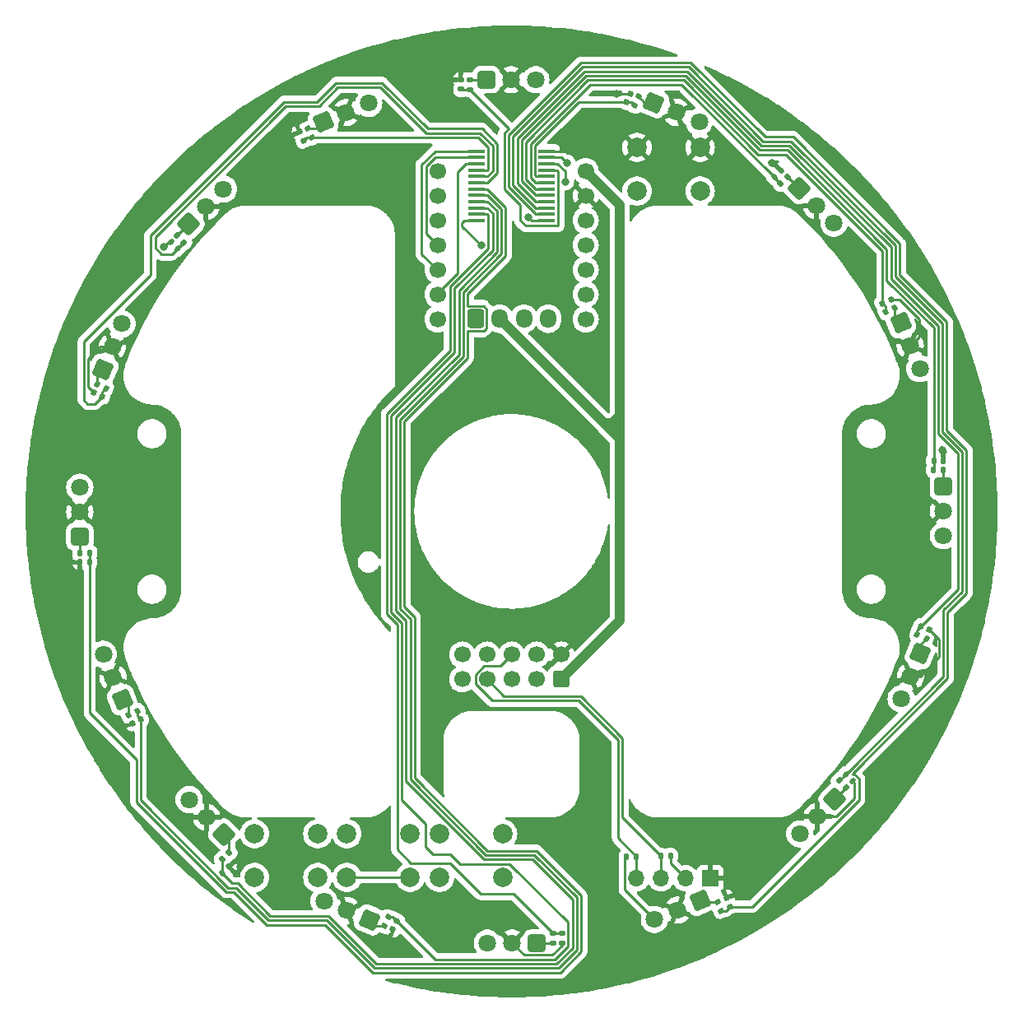
<source format=gbr>
%TF.GenerationSoftware,KiCad,Pcbnew,7.0.9*%
%TF.CreationDate,2024-06-22T15:13:24+09:00*%
%TF.ProjectId,Sensor,53656e73-6f72-42e6-9b69-6361645f7063,rev?*%
%TF.SameCoordinates,Original*%
%TF.FileFunction,Copper,L1,Top*%
%TF.FilePolarity,Positive*%
%FSLAX46Y46*%
G04 Gerber Fmt 4.6, Leading zero omitted, Abs format (unit mm)*
G04 Created by KiCad (PCBNEW 7.0.9) date 2024-06-22 15:13:24*
%MOMM*%
%LPD*%
G01*
G04 APERTURE LIST*
G04 Aperture macros list*
%AMRoundRect*
0 Rectangle with rounded corners*
0 $1 Rounding radius*
0 $2 $3 $4 $5 $6 $7 $8 $9 X,Y pos of 4 corners*
0 Add a 4 corners polygon primitive as box body*
4,1,4,$2,$3,$4,$5,$6,$7,$8,$9,$2,$3,0*
0 Add four circle primitives for the rounded corners*
1,1,$1+$1,$2,$3*
1,1,$1+$1,$4,$5*
1,1,$1+$1,$6,$7*
1,1,$1+$1,$8,$9*
0 Add four rect primitives between the rounded corners*
20,1,$1+$1,$2,$3,$4,$5,0*
20,1,$1+$1,$4,$5,$6,$7,0*
20,1,$1+$1,$6,$7,$8,$9,0*
20,1,$1+$1,$8,$9,$2,$3,0*%
G04 Aperture macros list end*
%TA.AperFunction,SMDPad,CuDef*%
%ADD10RoundRect,0.135000X0.135000X0.185000X-0.135000X0.185000X-0.135000X-0.185000X0.135000X-0.185000X0*%
%TD*%
%TA.AperFunction,SMDPad,CuDef*%
%ADD11RoundRect,0.135000X-0.053927X-0.222580X0.195520X-0.119255X0.053927X0.222580X-0.195520X0.119255X0*%
%TD*%
%TA.AperFunction,SMDPad,CuDef*%
%ADD12RoundRect,0.140000X0.021213X-0.219203X0.219203X-0.021213X-0.021213X0.219203X-0.219203X0.021213X0*%
%TD*%
%TA.AperFunction,SMDPad,CuDef*%
%ADD13RoundRect,0.135000X-0.195520X-0.119255X0.053927X-0.222580X0.195520X0.119255X-0.053927X0.222580X0*%
%TD*%
%TA.AperFunction,SMDPad,CuDef*%
%ADD14RoundRect,0.140000X0.140000X0.170000X-0.140000X0.170000X-0.140000X-0.170000X0.140000X-0.170000X0*%
%TD*%
%TA.AperFunction,SMDPad,CuDef*%
%ADD15RoundRect,0.135000X-0.222580X0.053927X-0.119255X-0.195520X0.222580X-0.053927X0.119255X0.195520X0*%
%TD*%
%TA.AperFunction,SMDPad,CuDef*%
%ADD16RoundRect,0.140000X-0.194399X-0.103484X0.064287X-0.210635X0.194399X0.103484X-0.064287X0.210635X0*%
%TD*%
%TA.AperFunction,ComponentPad*%
%ADD17C,2.000000*%
%TD*%
%TA.AperFunction,SMDPad,CuDef*%
%ADD18RoundRect,0.135000X-0.135000X-0.185000X0.135000X-0.185000X0.135000X0.185000X-0.135000X0.185000X0*%
%TD*%
%TA.AperFunction,SMDPad,CuDef*%
%ADD19R,1.750000X0.450000*%
%TD*%
%TA.AperFunction,SMDPad,CuDef*%
%ADD20RoundRect,0.135000X-0.119255X0.195520X-0.222580X-0.053927X0.119255X-0.195520X0.222580X0.053927X0*%
%TD*%
%TA.AperFunction,SMDPad,CuDef*%
%ADD21RoundRect,0.135000X-0.226274X-0.035355X-0.035355X-0.226274X0.226274X0.035355X0.035355X0.226274X0*%
%TD*%
%TA.AperFunction,SMDPad,CuDef*%
%ADD22RoundRect,0.140000X-0.064287X-0.210635X0.194399X-0.103484X0.064287X0.210635X-0.194399X0.103484X0*%
%TD*%
%TA.AperFunction,SMDPad,CuDef*%
%ADD23RoundRect,0.140000X0.170000X-0.140000X0.170000X0.140000X-0.170000X0.140000X-0.170000X-0.140000X0*%
%TD*%
%TA.AperFunction,SMDPad,CuDef*%
%ADD24RoundRect,0.140000X0.210635X-0.064287X0.103484X0.194399X-0.210635X0.064287X-0.103484X-0.194399X0*%
%TD*%
%TA.AperFunction,SMDPad,CuDef*%
%ADD25RoundRect,0.140000X0.064287X0.210635X-0.194399X0.103484X-0.064287X-0.210635X0.194399X-0.103484X0*%
%TD*%
%TA.AperFunction,SMDPad,CuDef*%
%ADD26RoundRect,0.135000X0.119255X-0.195520X0.222580X0.053927X-0.119255X0.195520X-0.222580X-0.053927X0*%
%TD*%
%TA.AperFunction,ComponentPad*%
%ADD27R,1.700000X1.700000*%
%TD*%
%TA.AperFunction,ComponentPad*%
%ADD28O,1.700000X1.700000*%
%TD*%
%TA.AperFunction,SMDPad,CuDef*%
%ADD29RoundRect,0.135000X0.195520X0.119255X-0.053927X0.222580X-0.195520X-0.119255X0.053927X-0.222580X0*%
%TD*%
%TA.AperFunction,SMDPad,CuDef*%
%ADD30RoundRect,0.140000X0.219203X0.021213X0.021213X0.219203X-0.219203X-0.021213X-0.021213X-0.219203X0*%
%TD*%
%TA.AperFunction,SMDPad,CuDef*%
%ADD31RoundRect,0.135000X0.226274X0.035355X0.035355X0.226274X-0.226274X-0.035355X-0.035355X-0.226274X0*%
%TD*%
%TA.AperFunction,SMDPad,CuDef*%
%ADD32RoundRect,0.140000X0.194399X0.103484X-0.064287X0.210635X-0.194399X-0.103484X0.064287X-0.210635X0*%
%TD*%
%TA.AperFunction,SMDPad,CuDef*%
%ADD33RoundRect,0.135000X-0.035355X0.226274X-0.226274X0.035355X0.035355X-0.226274X0.226274X-0.035355X0*%
%TD*%
%TA.AperFunction,SMDPad,CuDef*%
%ADD34RoundRect,0.140000X-0.170000X0.140000X-0.170000X-0.140000X0.170000X-0.140000X0.170000X0.140000X0*%
%TD*%
%TA.AperFunction,SMDPad,CuDef*%
%ADD35RoundRect,0.140000X0.103484X-0.194399X0.210635X0.064287X-0.103484X0.194399X-0.210635X-0.064287X0*%
%TD*%
%TA.AperFunction,SMDPad,CuDef*%
%ADD36RoundRect,0.140000X-0.103484X0.194399X-0.210635X-0.064287X0.103484X-0.194399X0.210635X0.064287X0*%
%TD*%
%TA.AperFunction,SMDPad,CuDef*%
%ADD37RoundRect,0.140000X-0.219203X-0.021213X-0.021213X-0.219203X0.219203X0.021213X0.021213X0.219203X0*%
%TD*%
%TA.AperFunction,SMDPad,CuDef*%
%ADD38RoundRect,0.135000X-0.185000X0.135000X-0.185000X-0.135000X0.185000X-0.135000X0.185000X0.135000X0*%
%TD*%
%TA.AperFunction,SMDPad,CuDef*%
%ADD39RoundRect,0.135000X0.185000X-0.135000X0.185000X0.135000X-0.185000X0.135000X-0.185000X-0.135000X0*%
%TD*%
%TA.AperFunction,SMDPad,CuDef*%
%ADD40RoundRect,0.140000X-0.140000X-0.170000X0.140000X-0.170000X0.140000X0.170000X-0.140000X0.170000X0*%
%TD*%
%TA.AperFunction,ComponentPad*%
%ADD41C,1.700000*%
%TD*%
%TA.AperFunction,SMDPad,CuDef*%
%ADD42RoundRect,0.135000X0.053927X0.222580X-0.195520X0.119255X-0.053927X-0.222580X0.195520X-0.119255X0*%
%TD*%
%TA.AperFunction,ComponentPad*%
%ADD43RoundRect,0.250200X0.351669X0.849005X-0.849005X0.351669X-0.351669X-0.849005X0.849005X-0.351669X0*%
%TD*%
%TA.AperFunction,ComponentPad*%
%ADD44C,1.800000*%
%TD*%
%TA.AperFunction,ComponentPad*%
%ADD45RoundRect,0.250000X-0.600000X-0.725000X0.600000X-0.725000X0.600000X0.725000X-0.600000X0.725000X0*%
%TD*%
%TA.AperFunction,ComponentPad*%
%ADD46O,1.700000X1.950000*%
%TD*%
%TA.AperFunction,ComponentPad*%
%ADD47RoundRect,0.250200X0.849005X0.351669X-0.351669X0.849005X-0.849005X-0.351669X0.351669X-0.849005X0*%
%TD*%
%TA.AperFunction,ComponentPad*%
%ADD48RoundRect,0.250200X-0.849005X0.351669X-0.351669X-0.849005X0.849005X-0.351669X0.351669X0.849005X0*%
%TD*%
%TA.AperFunction,ComponentPad*%
%ADD49RoundRect,0.250200X-0.351669X-0.849005X0.849005X-0.351669X0.351669X0.849005X-0.849005X0.351669X0*%
%TD*%
%TA.AperFunction,ComponentPad*%
%ADD50RoundRect,0.250000X0.600000X-0.600000X0.600000X0.600000X-0.600000X0.600000X-0.600000X-0.600000X0*%
%TD*%
%TA.AperFunction,ComponentPad*%
%ADD51RoundRect,0.250200X0.918956X0.000000X0.000000X0.918956X-0.918956X0.000000X0.000000X-0.918956X0*%
%TD*%
%TA.AperFunction,ComponentPad*%
%ADD52RoundRect,0.250200X-0.649800X-0.649800X0.649800X-0.649800X0.649800X0.649800X-0.649800X0.649800X0*%
%TD*%
%TA.AperFunction,ComponentPad*%
%ADD53RoundRect,0.250200X-0.918956X0.000000X0.000000X-0.918956X0.918956X0.000000X0.000000X0.918956X0*%
%TD*%
%TA.AperFunction,ComponentPad*%
%ADD54RoundRect,0.250200X0.000000X0.918956X-0.918956X0.000000X0.000000X-0.918956X0.918956X0.000000X0*%
%TD*%
%TA.AperFunction,ComponentPad*%
%ADD55RoundRect,0.250200X-0.351669X0.849005X-0.849005X-0.351669X0.351669X-0.849005X0.849005X0.351669X0*%
%TD*%
%TA.AperFunction,ComponentPad*%
%ADD56RoundRect,0.250200X-0.849005X-0.351669X0.351669X-0.849005X0.849005X0.351669X-0.351669X0.849005X0*%
%TD*%
%TA.AperFunction,ComponentPad*%
%ADD57RoundRect,0.250200X0.351669X-0.849005X0.849005X0.351669X-0.351669X0.849005X-0.849005X-0.351669X0*%
%TD*%
%TA.AperFunction,ComponentPad*%
%ADD58RoundRect,0.250200X0.649800X0.649800X-0.649800X0.649800X-0.649800X-0.649800X0.649800X-0.649800X0*%
%TD*%
%TA.AperFunction,ComponentPad*%
%ADD59RoundRect,0.250200X-0.649800X0.649800X-0.649800X-0.649800X0.649800X-0.649800X0.649800X0.649800X0*%
%TD*%
%TA.AperFunction,ComponentPad*%
%ADD60RoundRect,0.250200X0.649800X-0.649800X0.649800X0.649800X-0.649800X0.649800X-0.649800X-0.649800X0*%
%TD*%
%TA.AperFunction,ComponentPad*%
%ADD61RoundRect,0.250200X0.849005X-0.351669X0.351669X0.849005X-0.849005X0.351669X-0.351669X-0.849005X0*%
%TD*%
%TA.AperFunction,ComponentPad*%
%ADD62RoundRect,0.250200X0.000000X-0.918956X0.918956X0.000000X0.000000X0.918956X-0.918956X0.000000X0*%
%TD*%
%TA.AperFunction,ViaPad*%
%ADD63C,0.800000*%
%TD*%
%TA.AperFunction,Conductor*%
%ADD64C,0.250000*%
%TD*%
%TA.AperFunction,Conductor*%
%ADD65C,1.000000*%
%TD*%
G04 APERTURE END LIST*
D10*
%TO.P,R5,1*%
%TO.N,Net-(U5-OUT)*%
X196819000Y-84599799D03*
%TO.P,R5,2*%
%TO.N,/5*%
X195799000Y-84599799D03*
%TD*%
D11*
%TO.P,R13,1*%
%TO.N,Net-(U12-OUT)*%
X112995180Y-109807796D03*
%TO.P,R13,2*%
%TO.N,/12*%
X113937538Y-109417458D03*
%TD*%
D12*
%TO.P,C14,1*%
%TO.N,/11*%
X122647389Y-126120211D03*
%TO.P,C14,2*%
%TO.N,GND*%
X123326211Y-125441389D03*
%TD*%
D13*
%TO.P,R11,1*%
%TO.N,Net-(U14-OUT)*%
X109729206Y-75810963D03*
%TO.P,R11,2*%
%TO.N,/14*%
X110671564Y-76201301D03*
%TD*%
D14*
%TO.P,C12,1*%
%TO.N,/13*%
X108970999Y-94048600D03*
%TO.P,C12,2*%
%TO.N,GND*%
X108010999Y-94048600D03*
%TD*%
D15*
%TO.P,R8,1*%
%TO.N,Net-(U8-OUT)*%
X173591631Y-129018021D03*
%TO.P,R8,2*%
%TO.N,/8*%
X173981969Y-129960379D03*
%TD*%
D16*
%TO.P,C6,1*%
%TO.N,/6*%
X194506078Y-100699385D03*
%TO.P,C6,2*%
%TO.N,GND*%
X195393002Y-101066761D03*
%TD*%
D17*
%TO.P,SW4,1,1*%
%TO.N,/RIGHT*%
X151484400Y-126532200D03*
X144984400Y-126532200D03*
%TO.P,SW4,2,2*%
%TO.N,+3.3V*%
X151484400Y-122032200D03*
X144984400Y-122032200D03*
%TD*%
D18*
%TO.P,R17,1*%
%TO.N,+3.3V*%
X164234400Y-124358400D03*
%TO.P,R17,2*%
%TO.N,/SDA*%
X165254400Y-124358400D03*
%TD*%
D19*
%TO.P,U17,1,COM*%
%TO.N,/DATA*%
X156000000Y-58947000D03*
%TO.P,U17,2,I7*%
%TO.N,/8*%
X156000000Y-58297000D03*
%TO.P,U17,3,I6*%
%TO.N,/7*%
X156000000Y-57647000D03*
%TO.P,U17,4,I5*%
%TO.N,/6*%
X156000000Y-56997000D03*
%TO.P,U17,5,I4*%
%TO.N,/5*%
X156000000Y-56347000D03*
%TO.P,U17,6,I3*%
%TO.N,/4*%
X156000000Y-55697000D03*
%TO.P,U17,7,I2*%
%TO.N,/3*%
X156000000Y-55047000D03*
%TO.P,U17,8,I1*%
%TO.N,/2*%
X156000000Y-54397000D03*
%TO.P,U17,9,I0*%
%TO.N,/1*%
X156000000Y-53747000D03*
%TO.P,U17,10,S0*%
%TO.N,/S0*%
X156000000Y-53097000D03*
%TO.P,U17,11,S1*%
%TO.N,/S1*%
X156000000Y-52447000D03*
%TO.P,U17,12,GND*%
%TO.N,GND*%
X156000000Y-51797000D03*
%TO.P,U17,13,S3*%
%TO.N,/S3*%
X148800000Y-51797000D03*
%TO.P,U17,14,S2*%
%TO.N,/S2*%
X148800000Y-52447000D03*
%TO.P,U17,15,~{E}*%
%TO.N,/E*%
X148800000Y-53097000D03*
%TO.P,U17,16,I15*%
%TO.N,/16*%
X148800000Y-53747000D03*
%TO.P,U17,17,I14*%
%TO.N,/15*%
X148800000Y-54397000D03*
%TO.P,U17,18,I13*%
%TO.N,/14*%
X148800000Y-55047000D03*
%TO.P,U17,19,I12*%
%TO.N,/13*%
X148800000Y-55697000D03*
%TO.P,U17,20,I11*%
%TO.N,/12*%
X148800000Y-56347000D03*
%TO.P,U17,21,I10*%
%TO.N,/11*%
X148800000Y-56997000D03*
%TO.P,U17,22,I9*%
%TO.N,/10*%
X148800000Y-57647000D03*
%TO.P,U17,23,I8*%
%TO.N,/9*%
X148800000Y-58297000D03*
%TO.P,U17,24,VCC*%
%TO.N,+3.3V*%
X148800000Y-58947000D03*
%TD*%
D20*
%TO.P,R2,1*%
%TO.N,Net-(U2-OUT)*%
X165456037Y-46196208D03*
%TO.P,R2,2*%
%TO.N,/2*%
X165065699Y-47138566D03*
%TD*%
D17*
%TO.P,SW2,1,1*%
%TO.N,/RUN*%
X141958200Y-126521600D03*
X135458200Y-126521600D03*
%TO.P,SW2,2,2*%
%TO.N,+3.3V*%
X141958200Y-122021600D03*
X135458200Y-122021600D03*
%TD*%
D21*
%TO.P,R10,1*%
%TO.N,Net-(U15-OUT)*%
X117973657Y-60475390D03*
%TO.P,R10,2*%
%TO.N,/15*%
X118694905Y-61196638D03*
%TD*%
D17*
%TO.P,SW1,1,1*%
%TO.N,Net-(U19-rst)*%
X171804400Y-55920200D03*
X165304400Y-55920200D03*
%TO.P,SW1,2,2*%
%TO.N,GND*%
X171804400Y-51420200D03*
X165304400Y-51420200D03*
%TD*%
D15*
%TO.P,R9,1*%
%TO.N,Net-(U16-OUT)*%
X131459204Y-49462180D03*
%TO.P,R9,2*%
%TO.N,/16*%
X131849542Y-50404538D03*
%TD*%
D22*
%TO.P,C4,1*%
%TO.N,/4*%
X190540253Y-67460267D03*
%TO.P,C4,2*%
%TO.N,GND*%
X191427177Y-67092891D03*
%TD*%
D23*
%TO.P,C1,1*%
%TO.N,/1*%
X147218400Y-45438000D03*
%TO.P,C1,2*%
%TO.N,GND*%
X147218400Y-44478000D03*
%TD*%
D24*
%TO.P,C9,1*%
%TO.N,/16*%
X130993267Y-50726747D03*
%TO.P,C9,2*%
%TO.N,GND*%
X130625891Y-49839823D03*
%TD*%
D25*
%TO.P,C13,1*%
%TO.N,/12*%
X114259747Y-110273733D03*
%TO.P,C13,2*%
%TO.N,GND*%
X113372823Y-110641109D03*
%TD*%
D26*
%TO.P,R15,1*%
%TO.N,Net-(U10-OUT)*%
X139343962Y-131537794D03*
%TO.P,R15,2*%
%TO.N,/10*%
X139734300Y-130595436D03*
%TD*%
D12*
%TO.P,C3,1*%
%TO.N,/3*%
X179444997Y-54494115D03*
%TO.P,C3,2*%
%TO.N,GND*%
X180123819Y-53815293D03*
%TD*%
D27*
%TO.P,Brd1,1,GND*%
%TO.N,GND*%
X172847000Y-126619000D03*
D28*
%TO.P,Brd1,2,VCC*%
%TO.N,+3.3V*%
X170307000Y-126619000D03*
%TO.P,Brd1,3,SCL*%
%TO.N,/SCL*%
X167767000Y-126619000D03*
%TO.P,Brd1,4,SDA*%
%TO.N,/SDA*%
X165227000Y-126619000D03*
%TD*%
D29*
%TO.P,R6,1*%
%TO.N,Net-(U6-OUT)*%
X195070793Y-101923036D03*
%TO.P,R6,2*%
%TO.N,/6*%
X194128435Y-101532698D03*
%TD*%
D30*
%TO.P,C10,1*%
%TO.N,/15*%
X118027114Y-61822003D03*
%TO.P,C10,2*%
%TO.N,GND*%
X117348292Y-61143181D03*
%TD*%
D31*
%TO.P,R7,1*%
%TO.N,Net-(U7-OUT)*%
X186826343Y-117258609D03*
%TO.P,R7,2*%
%TO.N,/7*%
X186105095Y-116537361D03*
%TD*%
D32*
%TO.P,C11,1*%
%TO.N,/14*%
X110293922Y-77034615D03*
%TO.P,C11,2*%
%TO.N,GND*%
X109406998Y-76667239D03*
%TD*%
D33*
%TO.P,R14,1*%
%TO.N,Net-(U11-OUT)*%
X123347424Y-123946976D03*
%TO.P,R14,2*%
%TO.N,/11*%
X122626176Y-124668224D03*
%TD*%
D34*
%TO.P,C16,1*%
%TO.N,/9*%
X157581600Y-132296001D03*
%TO.P,C16,2*%
%TO.N,GND*%
X157581600Y-133256001D03*
%TD*%
D35*
%TO.P,C2,1*%
%TO.N,/2*%
X164232385Y-46760923D03*
%TO.P,C2,2*%
%TO.N,GND*%
X164599761Y-45873999D03*
%TD*%
D36*
%TO.P,C15,1*%
%TO.N,/10*%
X140567615Y-130973078D03*
%TO.P,C15,2*%
%TO.N,GND*%
X140200239Y-131860002D03*
%TD*%
D37*
%TO.P,C7,1*%
%TO.N,/7*%
X186772886Y-115911997D03*
%TO.P,C7,2*%
%TO.N,GND*%
X187451708Y-116590819D03*
%TD*%
D38*
%TO.P,R1,1*%
%TO.N,Net-(U1-OUT)*%
X148132800Y-44448000D03*
%TO.P,R1,2*%
%TO.N,/1*%
X148132800Y-45468000D03*
%TD*%
D24*
%TO.P,C8,1*%
%TO.N,/8*%
X174884888Y-129526262D03*
%TO.P,C8,2*%
%TO.N,GND*%
X174517512Y-128639338D03*
%TD*%
D10*
%TO.P,R18,1*%
%TO.N,+3.3V*%
X168761600Y-124307600D03*
%TO.P,R18,2*%
%TO.N,/SCL*%
X167741600Y-124307600D03*
%TD*%
D39*
%TO.P,R16,1*%
%TO.N,Net-(U9-OUT)*%
X156667201Y-133286002D03*
%TO.P,R16,2*%
%TO.N,/9*%
X156667201Y-132266002D03*
%TD*%
D40*
%TO.P,C5,1*%
%TO.N,/5*%
X195829001Y-83685400D03*
%TO.P,C5,2*%
%TO.N,GND*%
X196789001Y-83685400D03*
%TD*%
D18*
%TO.P,R12,1*%
%TO.N,Net-(U13-OUT)*%
X107980998Y-93134201D03*
%TO.P,R12,2*%
%TO.N,/13*%
X109000998Y-93134201D03*
%TD*%
D41*
%TO.P,U18,1,DAC*%
%TO.N,/DATA*%
X144780000Y-53848000D03*
%TO.P,U18,2*%
%TO.N,/S0*%
X144780000Y-56388000D03*
%TO.P,U18,3*%
%TO.N,/S1*%
X144780000Y-58928000D03*
%TO.P,U18,4*%
%TO.N,/S2*%
X144780000Y-61468000D03*
%TO.P,U18,5,SDA*%
%TO.N,/S3*%
X144780000Y-64008000D03*
%TO.P,U18,6,SCL*%
%TO.N,/E*%
X144780000Y-66548000D03*
%TO.P,U18,7,TX*%
%TO.N,/IR_RX*%
X144780000Y-69088000D03*
%TO.P,U18,8,RX*%
%TO.N,/IR_TX*%
X160020000Y-69088000D03*
%TO.P,U18,9,SCK*%
%TO.N,/DATA1*%
X160020000Y-66548000D03*
%TO.P,U18,10,MISO*%
%TO.N,/DATA2*%
X160020000Y-64008000D03*
%TO.P,U18,11,MOSI*%
%TO.N,/DATA3*%
X160020000Y-61468000D03*
%TO.P,U18,12,3V3*%
%TO.N,+3.3V*%
X160020000Y-58928000D03*
%TO.P,U18,13,GND*%
%TO.N,GND*%
X160020000Y-56388000D03*
%TO.P,U18,14,5V*%
%TO.N,+5V*%
X160020000Y-53848000D03*
%TD*%
D17*
%TO.P,SW3,1,1*%
%TO.N,/LEFT*%
X132459800Y-126532200D03*
X125959800Y-126532200D03*
%TO.P,SW3,2,2*%
%TO.N,+3.3V*%
X132459800Y-122032200D03*
X125959800Y-122032200D03*
%TD*%
D42*
%TO.P,R4,1*%
%TO.N,Net-(U4-OUT)*%
X191804818Y-67926205D03*
%TO.P,R4,2*%
%TO.N,/4*%
X190862460Y-68316543D03*
%TD*%
D33*
%TO.P,R3,1*%
%TO.N,Net-(U3-OUT)*%
X180791609Y-54440658D03*
%TO.P,R3,2*%
%TO.N,/3*%
X180070361Y-55161906D03*
%TD*%
D43*
%TO.P,U8,1,OUT*%
%TO.N,Net-(U8-OUT)*%
X171791237Y-128911501D03*
D44*
%TO.P,U8,2,GND*%
%TO.N,GND*%
X169444583Y-129883517D03*
%TO.P,U8,3,Vs*%
%TO.N,+3.3V*%
X167097929Y-130855533D03*
%TD*%
D45*
%TO.P,U19,1,gnd*%
%TO.N,GND*%
X148675400Y-69032800D03*
D46*
%TO.P,U19,2,vin*%
%TO.N,+5V*%
X151175400Y-69032800D03*
%TO.P,U19,3,seru01*%
%TO.N,/CAM_RX*%
X153675400Y-69032800D03*
%TO.P,U19,4*%
%TO.N,Net-(U19-rst)*%
X156175400Y-69032800D03*
%TD*%
D47*
%TO.P,U10,1,OUT*%
%TO.N,Net-(U10-OUT)*%
X137795937Y-130894413D03*
D44*
%TO.P,U10,2,GND*%
%TO.N,GND*%
X135449283Y-129922397D03*
%TO.P,U10,3,Vs*%
%TO.N,+3.3V*%
X133102629Y-128950381D03*
%TD*%
D48*
%TO.P,U4,1,OUT*%
%TO.N,Net-(U4-OUT)*%
X192444501Y-69475763D03*
D44*
%TO.P,U4,2,GND*%
%TO.N,GND*%
X193416517Y-71822417D03*
%TO.P,U4,3,Vs*%
%TO.N,+3.3V*%
X194388533Y-74169071D03*
%TD*%
D49*
%TO.P,U16,1,OUT*%
%TO.N,Net-(U16-OUT)*%
X133008763Y-48822499D03*
D44*
%TO.P,U16,2,GND*%
%TO.N,GND*%
X135355417Y-47850483D03*
%TO.P,U16,3,Vs*%
%TO.N,+3.3V*%
X137702071Y-46878467D03*
%TD*%
D50*
%TO.P,J1,1,Pin_1*%
%TO.N,+5V*%
X157480000Y-106146600D03*
D41*
%TO.P,J1,2,Pin_2*%
%TO.N,GND*%
X157480000Y-103606600D03*
%TO.P,J1,3,Pin_3*%
%TO.N,/CAM_RX*%
X154940000Y-106146600D03*
%TO.P,J1,4,Pin_4*%
%TO.N,/IR_TX*%
X154940000Y-103606600D03*
%TO.P,J1,5,Pin_5*%
%TO.N,/IR_RX*%
X152400000Y-106146600D03*
%TO.P,J1,6,Pin_6*%
%TO.N,/SDA*%
X152400000Y-103606600D03*
%TO.P,J1,7,Pin_7*%
%TO.N,/SCL*%
X149860000Y-106146600D03*
%TO.P,J1,8,Pin_8*%
%TO.N,/RUN*%
X149860000Y-103606600D03*
%TO.P,J1,9,Pin_9*%
%TO.N,/LEFT*%
X147320000Y-106146600D03*
%TO.P,J1,10,Pin_10*%
%TO.N,/RIGHT*%
X147320000Y-103606600D03*
%TD*%
D51*
%TO.P,U11,1,OUT*%
%TO.N,Net-(U11-OUT)*%
X122824410Y-122106534D03*
D44*
%TO.P,U11,2,GND*%
%TO.N,GND*%
X121028359Y-120310483D03*
%TO.P,U11,3,Vs*%
%TO.N,+3.3V*%
X119232308Y-118514432D03*
%TD*%
D52*
%TO.P,U1,1,OUT*%
%TO.N,Net-(U1-OUT)*%
X149809200Y-44450000D03*
D44*
%TO.P,U1,2,GND*%
%TO.N,GND*%
X152349200Y-44450000D03*
%TO.P,U1,3,Vs*%
%TO.N,+3.3V*%
X154889200Y-44450000D03*
%TD*%
D53*
%TO.P,U3,1,OUT*%
%TO.N,Net-(U3-OUT)*%
X181975590Y-55627466D03*
D44*
%TO.P,U3,2,GND*%
%TO.N,GND*%
X183771641Y-57423517D03*
%TO.P,U3,3,Vs*%
%TO.N,+3.3V*%
X185567692Y-59219568D03*
%TD*%
D54*
%TO.P,U7,1,OUT*%
%TO.N,Net-(U7-OUT)*%
X185639534Y-118442590D03*
D44*
%TO.P,U7,2,GND*%
%TO.N,GND*%
X183843483Y-120238641D03*
%TO.P,U7,3,Vs*%
%TO.N,+3.3V*%
X182047432Y-122034692D03*
%TD*%
D55*
%TO.P,U6,1,OUT*%
%TO.N,Net-(U6-OUT)*%
X194427413Y-103471063D03*
D44*
%TO.P,U6,2,GND*%
%TO.N,GND*%
X193455397Y-105817717D03*
%TO.P,U6,3,Vs*%
%TO.N,+3.3V*%
X192483381Y-108164371D03*
%TD*%
D56*
%TO.P,U2,1,OUT*%
%TO.N,Net-(U2-OUT)*%
X167004063Y-46839587D03*
D44*
%TO.P,U2,2,GND*%
%TO.N,GND*%
X169350717Y-47811603D03*
%TO.P,U2,3,Vs*%
%TO.N,+3.3V*%
X171697371Y-48783619D03*
%TD*%
D57*
%TO.P,U14,1,OUT*%
%TO.N,Net-(U14-OUT)*%
X110372587Y-74262937D03*
D44*
%TO.P,U14,2,GND*%
%TO.N,GND*%
X111344603Y-71916283D03*
%TO.P,U14,3,Vs*%
%TO.N,+3.3V*%
X112316619Y-69569629D03*
%TD*%
D58*
%TO.P,U9,1,OUT*%
%TO.N,Net-(U9-OUT)*%
X154990800Y-133284000D03*
D44*
%TO.P,U9,2,GND*%
%TO.N,GND*%
X152450800Y-133284000D03*
%TO.P,U9,3,Vs*%
%TO.N,+3.3V*%
X149910800Y-133284000D03*
%TD*%
D59*
%TO.P,U5,1,OUT*%
%TO.N,Net-(U5-OUT)*%
X196817000Y-86276200D03*
D44*
%TO.P,U5,2,GND*%
%TO.N,GND*%
X196817000Y-88816200D03*
%TO.P,U5,3,Vs*%
%TO.N,+3.3V*%
X196817000Y-91356200D03*
%TD*%
D60*
%TO.P,U13,1,OUT*%
%TO.N,Net-(U13-OUT)*%
X107983000Y-91457800D03*
D44*
%TO.P,U13,2,GND*%
%TO.N,GND*%
X107983000Y-88917800D03*
%TO.P,U13,3,Vs*%
%TO.N,+3.3V*%
X107983000Y-86377800D03*
%TD*%
D61*
%TO.P,U12,1,OUT*%
%TO.N,Net-(U12-OUT)*%
X112355499Y-108258237D03*
D44*
%TO.P,U12,2,GND*%
%TO.N,GND*%
X111383483Y-105911583D03*
%TO.P,U12,3,Vs*%
%TO.N,+3.3V*%
X110411467Y-103564929D03*
%TD*%
D62*
%TO.P,U15,1,OUT*%
%TO.N,Net-(U15-OUT)*%
X119160466Y-59291410D03*
D44*
%TO.P,U15,2,GND*%
%TO.N,GND*%
X120956517Y-57495359D03*
%TO.P,U15,3,Vs*%
%TO.N,+3.3V*%
X122752568Y-55699308D03*
%TD*%
D63*
%TO.N,GND*%
X113995200Y-64262000D03*
X193548000Y-81635600D03*
X137007600Y-49072800D03*
X159918400Y-51816000D03*
X159004000Y-102260400D03*
X153771600Y-76301600D03*
X156464000Y-71780400D03*
X144119600Y-100380800D03*
X109778800Y-90119200D03*
X164947600Y-57912000D03*
X110388400Y-101142800D03*
X162001200Y-77571600D03*
X158902400Y-109677200D03*
X153568400Y-131470400D03*
X129184400Y-124256800D03*
X161950400Y-61112400D03*
X161899600Y-69900800D03*
X143357600Y-72847200D03*
X150520400Y-46278800D03*
X196697600Y-82550000D03*
X133959600Y-124307600D03*
X173786800Y-122936000D03*
X112064800Y-76047600D03*
X146761200Y-101142800D03*
X109575600Y-78994000D03*
X162458400Y-133400800D03*
X154889200Y-60756800D03*
X149809200Y-66192400D03*
X118821200Y-115874800D03*
X189230000Y-66598800D03*
X143052800Y-79806800D03*
X155041600Y-66344800D03*
X151079200Y-131470400D03*
X148590000Y-108610400D03*
X139496800Y-120142000D03*
X148031200Y-74777600D03*
X161950400Y-93421200D03*
X192887600Y-75539600D03*
X183692800Y-59385200D03*
X141884400Y-66395600D03*
X142951200Y-83921600D03*
X114198400Y-68681600D03*
X124815600Y-56591200D03*
X145846800Y-44500800D03*
X139496800Y-47498000D03*
X109677200Y-87579200D03*
X137210800Y-88392000D03*
X116941600Y-63906400D03*
X162052000Y-84785200D03*
X151130000Y-102158800D03*
X107899200Y-98958400D03*
X161798000Y-99415600D03*
X137312400Y-128727200D03*
X141782800Y-128930400D03*
X143103600Y-131775200D03*
X134924800Y-54356000D03*
X141325600Y-58318400D03*
X161188400Y-113233200D03*
X166420800Y-128168400D03*
X174142400Y-56692800D03*
X153974800Y-121869200D03*
X160629600Y-121462800D03*
X187960000Y-113131600D03*
X185369200Y-61163200D03*
X154330400Y-46329600D03*
X155295600Y-62941200D03*
X174904400Y-126593600D03*
X164896800Y-130606800D03*
X158343600Y-60096400D03*
X168249600Y-122936000D03*
X189687200Y-88595200D03*
X149199600Y-48260000D03*
X156159200Y-101803200D03*
X141376400Y-45415200D03*
X158496000Y-57861200D03*
X152146000Y-129336800D03*
X124510800Y-125425200D03*
X107899200Y-95351600D03*
X114808000Y-88950800D03*
X142443200Y-96570800D03*
X180289200Y-121056400D03*
X148590000Y-131673600D03*
X116621749Y-61622151D03*
X152450800Y-48209200D03*
X150774400Y-49530000D03*
X160629600Y-133451600D03*
X150114000Y-71018400D03*
X161798000Y-127812800D03*
X152806400Y-99568000D03*
X194665600Y-76606400D03*
X163220400Y-45923200D03*
X160528000Y-47904400D03*
X138379200Y-98602800D03*
X145237200Y-129946400D03*
X163322000Y-54813200D03*
X138379200Y-79298800D03*
X170027600Y-56997600D03*
X143510000Y-104089200D03*
X193548000Y-94996000D03*
X164998400Y-119989600D03*
X194868800Y-87731600D03*
X190652400Y-109118400D03*
X140004800Y-124968000D03*
X144272000Y-48412400D03*
X152958800Y-60756800D03*
X194970400Y-90271600D03*
X168554400Y-53644800D03*
X115519200Y-111201200D03*
X137464800Y-122123200D03*
X180136800Y-56794400D03*
X157022800Y-50596800D03*
X173685200Y-50495200D03*
X141478000Y-49326800D03*
X195326000Y-98247200D03*
X141224000Y-75031600D03*
X143154400Y-51511200D03*
X179171600Y-53035200D03*
X124358400Y-120802400D03*
X129641600Y-51155600D03*
X146812000Y-128016000D03*
%TO.N,+3.3V*%
X149271351Y-61514651D03*
%TO.N,/DATA*%
X154114500Y-58610500D03*
%TO.N,/S0*%
X157924500Y-54940200D03*
%TO.N,/S1*%
X158089600Y-53035200D03*
%TD*%
D64*
%TO.N,GND*%
X196356400Y-102030159D02*
X196356400Y-103849600D01*
X108831800Y-73156294D02*
X110071811Y-71916283D01*
X117100719Y-61143181D02*
X116621749Y-61622151D01*
X194316517Y-69070513D02*
X194316517Y-70922417D01*
X163269601Y-45873999D02*
X163220400Y-45923200D01*
X187649697Y-118393507D02*
X185804563Y-120238641D01*
X117348292Y-61143181D02*
X117100719Y-61143181D01*
X179951693Y-53815293D02*
X180123819Y-53815293D01*
X196789001Y-82641401D02*
X196789001Y-83685400D01*
X109406998Y-76667239D02*
X108831800Y-76092041D01*
X194388283Y-105817717D02*
X193455397Y-105817717D01*
X108831800Y-76092041D02*
X108831800Y-73156294D01*
X187649697Y-116788808D02*
X187649697Y-118393507D01*
X153675800Y-134509000D02*
X152450800Y-133284000D01*
X192338895Y-67092891D02*
X194316517Y-69070513D01*
X159899400Y-51797000D02*
X159918400Y-51816000D01*
X157581600Y-133536000D02*
X156608600Y-134509000D01*
X185804563Y-120238641D02*
X183843483Y-120238641D01*
X187451708Y-116590819D02*
X187649697Y-116788808D01*
X164599761Y-45873999D02*
X163269601Y-45873999D01*
X156608600Y-134509000D02*
X153675800Y-134509000D01*
X196697600Y-82550000D02*
X196789001Y-82641401D01*
X156000000Y-51797000D02*
X159899400Y-51797000D01*
X195393002Y-101066761D02*
X196356400Y-102030159D01*
X110071811Y-71916283D02*
X111344603Y-71916283D01*
X157581600Y-133256001D02*
X157581600Y-133536000D01*
X179171600Y-53035200D02*
X179951693Y-53815293D01*
X196356400Y-103849600D02*
X194388283Y-105817717D01*
X191427177Y-67092891D02*
X192338895Y-67092891D01*
X194316517Y-70922417D02*
X193416517Y-71822417D01*
%TO.N,+3.3V*%
X164052000Y-124540800D02*
X164052000Y-127809604D01*
X147504200Y-58947000D02*
X147287400Y-59163800D01*
X147287400Y-59486800D02*
X147287400Y-59530700D01*
X148800000Y-58947000D02*
X147504200Y-58947000D01*
X168761600Y-124307600D02*
X168761600Y-125073600D01*
X147287400Y-59530700D02*
X149271351Y-61514651D01*
X164052000Y-127809604D02*
X167097929Y-130855533D01*
X168761600Y-125073600D02*
X170307000Y-126619000D01*
X164234400Y-124358400D02*
X164052000Y-124540800D01*
X147287400Y-59163800D02*
X147287400Y-59486800D01*
%TO.N,/SCL*%
X167767000Y-126619000D02*
X167767000Y-124333000D01*
X159512000Y-107899200D02*
X163797400Y-112184600D01*
X163797400Y-112184600D02*
X163797400Y-120363400D01*
X163797400Y-120363400D02*
X167741600Y-124307600D01*
X167767000Y-124333000D02*
X167741600Y-124307600D01*
X151612600Y-107899200D02*
X159512000Y-107899200D01*
X149860000Y-106146600D02*
X151612600Y-107899200D01*
%TO.N,/SDA*%
X148685000Y-106633301D02*
X148685000Y-105645200D01*
X150400899Y-108349200D02*
X148685000Y-106633301D01*
X149548600Y-104781600D02*
X151225000Y-104781600D01*
X165227000Y-126619000D02*
X165227000Y-124385800D01*
X151225000Y-104781600D02*
X152400000Y-103606600D01*
X159325604Y-108349200D02*
X150400899Y-108349200D01*
X165254400Y-124358400D02*
X163347400Y-122451400D01*
X163347400Y-122451400D02*
X163347400Y-112370996D01*
X163347400Y-112370996D02*
X159325604Y-108349200D01*
X148685000Y-105645200D02*
X149548600Y-104781600D01*
X165227000Y-124385800D02*
X165254400Y-124358400D01*
%TO.N,/1*%
X151648600Y-49943628D02*
X152128514Y-49463714D01*
X157200000Y-53847000D02*
X157200000Y-59497000D01*
X152128514Y-49463714D02*
X148132800Y-45468000D01*
X153289000Y-57333792D02*
X151648600Y-55693392D01*
X151648600Y-55693392D02*
X151648600Y-49943628D01*
X157200000Y-59497000D02*
X153832600Y-59497000D01*
X157100000Y-53747000D02*
X157200000Y-53847000D01*
X153289000Y-58953400D02*
X153289000Y-57333792D01*
X147248400Y-45468000D02*
X147218400Y-45438000D01*
X148132800Y-45468000D02*
X147248400Y-45468000D01*
X153832600Y-59497000D02*
X153289000Y-58953400D01*
X156000000Y-53747000D02*
X157100000Y-53747000D01*
%TO.N,/2*%
X159286077Y-46760923D02*
X164232385Y-46760923D01*
X164232385Y-46760923D02*
X164688056Y-46760923D01*
X154875000Y-54397000D02*
X154800000Y-54322000D01*
X154800000Y-54322000D02*
X154800000Y-51247000D01*
X164688056Y-46760923D02*
X165065699Y-47138566D01*
X156000000Y-54397000D02*
X154875000Y-54397000D01*
X154800000Y-51247000D02*
X159286077Y-46760923D01*
%TO.N,/3*%
X160452604Y-44958000D02*
X169908882Y-44958000D01*
X154350000Y-54522000D02*
X154350000Y-51060604D01*
X179444997Y-54536542D02*
X180070361Y-55161906D01*
X169908882Y-44958000D02*
X179444997Y-54494115D01*
X154875000Y-55047000D02*
X154350000Y-54522000D01*
X156000000Y-55047000D02*
X154875000Y-55047000D01*
X179444997Y-54494115D02*
X179444997Y-54536542D01*
X154350000Y-51060604D02*
X160452604Y-44958000D01*
%TO.N,/4*%
X160266208Y-44508000D02*
X170095278Y-44508000D01*
X154875000Y-55697000D02*
X153898600Y-54720600D01*
X190862460Y-67782474D02*
X190540253Y-67460267D01*
X180616000Y-52142800D02*
X190540253Y-62067053D01*
X153898600Y-54720600D02*
X153898600Y-50875608D01*
X190862460Y-68316543D02*
X190862460Y-67782474D01*
X190540253Y-62067053D02*
X190540253Y-67460267D01*
X153898600Y-50875608D02*
X160266208Y-44508000D01*
X177730078Y-52142800D02*
X180616000Y-52142800D01*
X156000000Y-55697000D02*
X154875000Y-55697000D01*
X170095278Y-44508000D02*
X177730078Y-52142800D01*
%TO.N,/5*%
X153448600Y-50689212D02*
X160079812Y-44058000D01*
X190990253Y-61880657D02*
X190990253Y-65107853D01*
X153448600Y-54920600D02*
X153448600Y-50689212D01*
X154875000Y-56347000D02*
X153448600Y-54920600D01*
X195829001Y-84569798D02*
X195799000Y-84599799D01*
X190990253Y-65107853D02*
X195829001Y-69946601D01*
X160079812Y-44058000D02*
X170281674Y-44058000D01*
X195829001Y-83685400D02*
X195829001Y-84569798D01*
X177916474Y-51692800D02*
X180802396Y-51692800D01*
X195829001Y-69946601D02*
X195829001Y-83685400D01*
X180802396Y-51692800D02*
X190990253Y-61880657D01*
X170281674Y-44058000D02*
X177916474Y-51692800D01*
X156000000Y-56347000D02*
X154875000Y-56347000D01*
%TO.N,/6*%
X198297800Y-82933792D02*
X198297800Y-96907663D01*
X170468070Y-43608000D02*
X178102870Y-51242800D01*
X196279001Y-80914993D02*
X198297800Y-82933792D01*
X194128435Y-101077028D02*
X194506078Y-100699385D01*
X196279001Y-69760205D02*
X196279001Y-80914993D01*
X194128435Y-101532698D02*
X194128435Y-101077028D01*
X154875000Y-56997000D02*
X152998600Y-55120600D01*
X156000000Y-56997000D02*
X154875000Y-56997000D01*
X159893416Y-43608000D02*
X170468070Y-43608000D01*
X152998600Y-55120600D02*
X152998600Y-50502816D01*
X198297800Y-96907663D02*
X194506078Y-100699385D01*
X178102870Y-51242800D02*
X180988792Y-51242800D01*
X180988792Y-51242800D02*
X191440253Y-61694261D01*
X152998600Y-50502816D02*
X159893416Y-43608000D01*
X191440253Y-61694261D02*
X191440253Y-64921457D01*
X191440253Y-64921457D02*
X196279001Y-69760205D01*
%TO.N,/7*%
X152548600Y-50316420D02*
X159707020Y-43158000D01*
X191890253Y-61507865D02*
X191890253Y-64735061D01*
X196806400Y-105878483D02*
X186772886Y-115911997D01*
X196729001Y-80728597D02*
X198747800Y-82747396D01*
X159707020Y-43158000D02*
X170654466Y-43158000D01*
X186105095Y-116537361D02*
X186147522Y-116537361D01*
X191890253Y-64735061D02*
X196729001Y-69573809D01*
X152548600Y-55320600D02*
X152548600Y-50316420D01*
X178289266Y-50792800D02*
X181175188Y-50792800D01*
X186147522Y-116537361D02*
X186772886Y-115911997D01*
X198747800Y-82747396D02*
X198747800Y-97094059D01*
X156000000Y-57647000D02*
X154875000Y-57647000D01*
X181175188Y-50792800D02*
X191890253Y-61507865D01*
X198747800Y-97094059D02*
X196806400Y-99035459D01*
X196806400Y-99035459D02*
X196806400Y-105878483D01*
X170654466Y-43158000D02*
X178289266Y-50792800D01*
X196729001Y-69573809D02*
X196729001Y-80728597D01*
X154875000Y-57647000D02*
X152548600Y-55320600D01*
%TO.N,/8*%
X188138655Y-118540945D02*
X177153338Y-129526262D01*
X177153338Y-129526262D02*
X174884888Y-129526262D01*
X199197800Y-82561000D02*
X199197800Y-97280455D01*
X178475662Y-50342800D02*
X181361584Y-50342800D01*
X197256400Y-106064879D02*
X187459833Y-115861446D01*
X192340253Y-64548665D02*
X197179001Y-69387413D01*
X188138655Y-116379740D02*
X188138655Y-118540945D01*
X197179001Y-69387413D02*
X197179001Y-80542201D01*
X173981969Y-129960379D02*
X174450771Y-129960379D01*
X159520624Y-42708000D02*
X170840862Y-42708000D01*
X197179001Y-80542201D02*
X199197800Y-82561000D01*
X152098600Y-55506996D02*
X152098600Y-50130024D01*
X170840862Y-42708000D02*
X178475662Y-50342800D01*
X154888604Y-58297000D02*
X152098600Y-55506996D01*
X192340253Y-61321469D02*
X192340253Y-64548665D01*
X187459833Y-115861446D02*
X187459833Y-115903872D01*
X152098600Y-50130024D02*
X159520624Y-42708000D01*
X197256400Y-99221855D02*
X197256400Y-106064879D01*
X156000000Y-58297000D02*
X154888604Y-58297000D01*
X181361584Y-50342800D02*
X192340253Y-61321469D01*
X187459833Y-115903872D02*
X187662787Y-115903872D01*
X199197800Y-97280455D02*
X197256400Y-99221855D01*
X174450771Y-129960379D02*
X174884888Y-129526262D01*
X187662787Y-115903872D02*
X188138655Y-116379740D01*
%TO.N,/16*%
X131849542Y-50404538D02*
X131315476Y-50404538D01*
X131315476Y-50404538D02*
X130993267Y-50726747D01*
X150000000Y-53672000D02*
X150000000Y-51422600D01*
X148981938Y-50404538D02*
X131849542Y-50404538D01*
X149925000Y-53747000D02*
X150000000Y-53672000D01*
X150000000Y-51422600D02*
X148981938Y-50404538D01*
X148800000Y-53747000D02*
X149925000Y-53747000D01*
%TO.N,/15*%
X150450000Y-53872000D02*
X150450000Y-51236204D01*
X138912600Y-45237400D02*
X134518400Y-45237400D01*
X134518400Y-45237400D02*
X132588000Y-47167800D01*
X116408200Y-62433200D02*
X117458343Y-62433200D01*
X117458343Y-62433200D02*
X118694905Y-61196638D01*
X115747800Y-60604400D02*
X115747800Y-61772800D01*
X132588000Y-47167800D02*
X129184400Y-47167800D01*
X149168334Y-49954538D02*
X143629738Y-49954538D01*
X143629738Y-49954538D02*
X138912600Y-45237400D01*
X150450000Y-51236204D02*
X149168334Y-49954538D01*
X115747800Y-61772800D02*
X116408200Y-62433200D01*
X129184400Y-47167800D02*
X115747800Y-60604400D01*
X148800000Y-54397000D02*
X149925000Y-54397000D01*
X149925000Y-54397000D02*
X150450000Y-53872000D01*
%TO.N,/14*%
X108381800Y-71424800D02*
X108381800Y-77393800D01*
X143816134Y-49504538D02*
X139098996Y-44787400D01*
X134332004Y-44787400D02*
X132401604Y-46717800D01*
X150900000Y-51049808D02*
X149354730Y-49504538D01*
X108381800Y-77393800D02*
X108788200Y-77800200D01*
X110293922Y-77034615D02*
X110293922Y-76578943D01*
X150900000Y-54072000D02*
X150900000Y-51049808D01*
X128998004Y-46717800D02*
X115239800Y-60476004D01*
X110293922Y-76578943D02*
X110671564Y-76201301D01*
X109528337Y-77800200D02*
X110293922Y-77034615D01*
X115239800Y-64566800D02*
X108381800Y-71424800D01*
X108788200Y-77800200D02*
X109528337Y-77800200D01*
X139098996Y-44787400D02*
X134332004Y-44787400D01*
X115239800Y-60476004D02*
X115239800Y-64566800D01*
X148800000Y-55047000D02*
X149925000Y-55047000D01*
X149925000Y-55047000D02*
X150900000Y-54072000D01*
X132401604Y-46717800D02*
X128998004Y-46717800D01*
X149354730Y-49504538D02*
X143816134Y-49504538D01*
%TO.N,/13*%
X138109608Y-136309000D02*
X133205808Y-131405200D01*
X149520500Y-67732800D02*
X149850400Y-68062700D01*
X154941784Y-123770400D02*
X159566600Y-128395216D01*
X149520500Y-70332800D02*
X147875400Y-70332800D01*
X157420788Y-136309000D02*
X138109608Y-136309000D01*
X141373000Y-98695416D02*
X142433200Y-99755616D01*
X133205808Y-131405200D02*
X127211408Y-131405200D01*
X149850400Y-68062700D02*
X149850400Y-70002900D01*
X149850400Y-70002900D02*
X149520500Y-70332800D01*
X151800000Y-57585604D02*
X151800000Y-62556184D01*
X141373000Y-79587184D02*
X141373000Y-98695416D01*
X148800000Y-55697000D02*
X149911396Y-55697000D01*
X113809747Y-114419347D02*
X109000998Y-109610598D01*
X159566600Y-128395216D02*
X159566600Y-134163188D01*
X147875400Y-67732800D02*
X149520500Y-67732800D01*
X109000998Y-109610598D02*
X109000998Y-93134201D01*
X127211408Y-131405200D02*
X123847608Y-128041400D01*
X147875400Y-70332800D02*
X147875400Y-73084784D01*
X113809747Y-118774563D02*
X113809747Y-114419347D01*
X149935192Y-123770400D02*
X154941784Y-123770400D01*
X149911396Y-55697000D02*
X151800000Y-57585604D01*
X151800000Y-62556184D02*
X147875400Y-66480784D01*
X142433200Y-99755616D02*
X142433200Y-116268408D01*
X142433200Y-116268408D02*
X149935192Y-123770400D01*
X147875400Y-73084784D02*
X141373000Y-79587184D01*
X159566600Y-134163188D02*
X157420788Y-136309000D01*
X123076584Y-128041400D02*
X113809747Y-118774563D01*
X123847608Y-128041400D02*
X123076584Y-128041400D01*
X147875400Y-66480784D02*
X147875400Y-67732800D01*
%TO.N,/12*%
X141983200Y-116454804D02*
X149748796Y-124220400D01*
X149925000Y-56347000D02*
X151350000Y-57772000D01*
X140923000Y-98881812D02*
X141983200Y-99942012D01*
X147425400Y-72898388D02*
X140923000Y-79400788D01*
X147425400Y-66294388D02*
X147425400Y-72898388D01*
X157234392Y-135859000D02*
X138296004Y-135859000D01*
X159116600Y-133976792D02*
X157234392Y-135859000D01*
X123262980Y-127591400D02*
X114259747Y-118588167D01*
X127397804Y-130955200D02*
X124034004Y-127591400D01*
X113937538Y-109417458D02*
X113937538Y-109951524D01*
X140923000Y-79400788D02*
X140923000Y-98881812D01*
X149748796Y-124220400D02*
X154755388Y-124220400D01*
X151350000Y-57772000D02*
X151350000Y-62369788D01*
X138296004Y-135859000D02*
X133392204Y-130955200D01*
X148800000Y-56347000D02*
X149925000Y-56347000D01*
X151350000Y-62369788D02*
X147425400Y-66294388D01*
X141983200Y-99942012D02*
X141983200Y-116454804D01*
X159116600Y-128581612D02*
X159116600Y-133976792D01*
X124034004Y-127591400D02*
X123262980Y-127591400D01*
X154755388Y-124220400D02*
X159116600Y-128581612D01*
X113937538Y-109951524D02*
X114259747Y-110273733D01*
X133392204Y-130955200D02*
X127397804Y-130955200D01*
X114259747Y-118588167D02*
X114259747Y-110273733D01*
%TO.N,/11*%
X122626176Y-126098998D02*
X122626176Y-124668224D01*
X140473000Y-99068208D02*
X141533200Y-100128408D01*
X141533200Y-116641200D02*
X149562400Y-124670400D01*
X138482400Y-135409000D02*
X133578600Y-130505200D01*
X122647389Y-126120211D02*
X122626176Y-126098998D01*
X123668578Y-127141400D02*
X122647389Y-126120211D01*
X133578600Y-130505200D02*
X127584200Y-130505200D01*
X141533200Y-100128408D02*
X141533200Y-116641200D01*
X146975400Y-72711992D02*
X140473000Y-79214392D01*
X150900000Y-62183392D02*
X146975400Y-66107992D01*
X158666600Y-128768008D02*
X158666600Y-133790396D01*
X157047996Y-135409000D02*
X138482400Y-135409000D01*
X149562400Y-124670400D02*
X154568992Y-124670400D01*
X146975400Y-66107992D02*
X146975400Y-72711992D01*
X150900000Y-57972000D02*
X150900000Y-62183392D01*
X124220400Y-127141400D02*
X123668578Y-127141400D01*
X154568992Y-124670400D02*
X158666600Y-128768008D01*
X140473000Y-79214392D02*
X140473000Y-99068208D01*
X148800000Y-56997000D02*
X149925000Y-56997000D01*
X149925000Y-56997000D02*
X150900000Y-57972000D01*
X158666600Y-133790396D02*
X157047996Y-135409000D01*
X127584200Y-130505200D02*
X124220400Y-127141400D01*
%TO.N,/10*%
X144553537Y-134959000D02*
X140567615Y-130973078D01*
X156850091Y-134959000D02*
X144553537Y-134959000D01*
X144272000Y-124104400D02*
X146126200Y-124104400D01*
X152222200Y-125120400D02*
X158216600Y-131114800D01*
X143510000Y-123342400D02*
X144272000Y-124104400D01*
X149925000Y-57647000D02*
X150450000Y-58172000D01*
X146525400Y-72525596D02*
X140023000Y-79027996D01*
X146126200Y-124104400D02*
X147142200Y-125120400D01*
X139734300Y-130595436D02*
X140189973Y-130595436D01*
X150450000Y-58172000D02*
X150450000Y-61996996D01*
X140023000Y-99254604D02*
X141083200Y-100314804D01*
X147142200Y-125120400D02*
X152222200Y-125120400D01*
X141083200Y-118578800D02*
X143510000Y-121005600D01*
X158216600Y-133592491D02*
X156850091Y-134959000D01*
X143510000Y-121005600D02*
X143510000Y-123342400D01*
X140189973Y-130595436D02*
X140567615Y-130973078D01*
X140023000Y-79027996D02*
X140023000Y-99254604D01*
X150450000Y-61996996D02*
X146525400Y-65921596D01*
X146525400Y-65921596D02*
X146525400Y-72525596D01*
X148800000Y-57647000D02*
X149925000Y-57647000D01*
X158216600Y-131114800D02*
X158216600Y-133592491D01*
X141083200Y-100314804D02*
X141083200Y-118578800D01*
%TO.N,/9*%
X156667201Y-132266002D02*
X152620399Y-128219200D01*
X148800000Y-58297000D02*
X149925000Y-58297000D01*
X140633200Y-100501200D02*
X140633200Y-123640600D01*
X156697200Y-132296001D02*
X156667201Y-132266002D01*
X152620399Y-128219200D02*
X149225000Y-128219200D01*
X149925000Y-58297000D02*
X150000000Y-58372000D01*
X150000000Y-61810600D02*
X146075400Y-65735200D01*
X146075400Y-72339200D02*
X139573000Y-78841600D01*
X150000000Y-58372000D02*
X150000000Y-61810600D01*
X146075400Y-65735200D02*
X146075400Y-72339200D01*
X157581600Y-132296001D02*
X156697200Y-132296001D01*
X139573000Y-99441000D02*
X140633200Y-100501200D01*
X140633200Y-123640600D02*
X142062200Y-125069600D01*
X139573000Y-78841600D02*
X139573000Y-99441000D01*
X142062200Y-125069600D02*
X146075400Y-125069600D01*
X149225000Y-128219200D02*
X146075400Y-125069600D01*
D65*
%TO.N,+5V*%
X163550600Y-81408000D02*
X163550600Y-82372200D01*
X161949400Y-79806800D02*
X162788600Y-79806800D01*
X163550600Y-79044800D02*
X162788600Y-79806800D01*
X151175400Y-69032800D02*
X161226000Y-79083400D01*
X163550600Y-57378600D02*
X163550600Y-78816200D01*
X163550600Y-79806800D02*
X163550600Y-82372200D01*
X163550600Y-78816200D02*
X163550600Y-79044800D01*
X163550600Y-78816200D02*
X163550600Y-79806800D01*
X161226000Y-79083400D02*
X163550600Y-81408000D01*
X163550600Y-100076000D02*
X157480000Y-106146600D01*
X160020000Y-53848000D02*
X163550600Y-57378600D01*
X163550600Y-82372200D02*
X163550600Y-100076000D01*
X161226000Y-79083400D02*
X161949400Y-79806800D01*
X162788600Y-79806800D02*
X163550600Y-79806800D01*
D64*
%TO.N,/RUN*%
X141958200Y-126521600D02*
X135458200Y-126521600D01*
%TO.N,Net-(U1-OUT)*%
X149809200Y-44450000D02*
X148134800Y-44450000D01*
X148134800Y-44450000D02*
X148132800Y-44448000D01*
%TO.N,Net-(U2-OUT)*%
X166099416Y-46839587D02*
X165456037Y-46196208D01*
X167004063Y-46839587D02*
X166099416Y-46839587D01*
%TO.N,Net-(U3-OUT)*%
X181975590Y-55627466D02*
X181975590Y-55624639D01*
X181975590Y-55624639D02*
X180791609Y-54440658D01*
%TO.N,Net-(U4-OUT)*%
X191804818Y-68836080D02*
X192444501Y-69475763D01*
X191804818Y-67926205D02*
X191804818Y-68836080D01*
%TO.N,Net-(U5-OUT)*%
X196817000Y-86276200D02*
X196817000Y-84601799D01*
X196817000Y-84601799D02*
X196819000Y-84599799D01*
%TO.N,Net-(U6-OUT)*%
X194427413Y-103471063D02*
X194427413Y-102566416D01*
X194427413Y-102566416D02*
X195070793Y-101923036D01*
%TO.N,Net-(U7-OUT)*%
X186823515Y-117258609D02*
X185639534Y-118442590D01*
X186826343Y-117258609D02*
X186823515Y-117258609D01*
%TO.N,Net-(U8-OUT)*%
X171897757Y-129018021D02*
X171791237Y-128911501D01*
X173591631Y-129018021D02*
X171897757Y-129018021D01*
%TO.N,Net-(U9-OUT)*%
X156665199Y-133284000D02*
X156667201Y-133286002D01*
X154990800Y-133284000D02*
X156665199Y-133284000D01*
%TO.N,Net-(U10-OUT)*%
X138439318Y-131537794D02*
X137795937Y-130894413D01*
X139343962Y-131537794D02*
X138439318Y-131537794D01*
%TO.N,Net-(U11-OUT)*%
X123347424Y-122629548D02*
X122824410Y-122106534D01*
X123347424Y-123946976D02*
X123347424Y-122629548D01*
%TO.N,Net-(U12-OUT)*%
X112995180Y-108897918D02*
X112355499Y-108258237D01*
X112995180Y-109807796D02*
X112995180Y-108897918D01*
%TO.N,Net-(U13-OUT)*%
X107980998Y-91459802D02*
X107983000Y-91457800D01*
X107980998Y-93134201D02*
X107980998Y-91459802D01*
%TO.N,Net-(U14-OUT)*%
X109729206Y-74906318D02*
X110372587Y-74262937D01*
X109729206Y-75810963D02*
X109729206Y-74906318D01*
%TO.N,Net-(U15-OUT)*%
X117976486Y-60475390D02*
X119160466Y-59291410D01*
X117973657Y-60475390D02*
X117976486Y-60475390D01*
%TO.N,Net-(U16-OUT)*%
X131459204Y-49462180D02*
X132369082Y-49462180D01*
X132369082Y-49462180D02*
X133008763Y-48822499D01*
%TO.N,/DATA*%
X154114500Y-58610500D02*
X154451000Y-58947000D01*
X154451000Y-58947000D02*
X156000000Y-58947000D01*
%TO.N,/S0*%
X157924500Y-53896500D02*
X157125000Y-53097000D01*
X157125000Y-53097000D02*
X156000000Y-53097000D01*
X157924500Y-54940200D02*
X157924500Y-53896500D01*
%TO.N,/S1*%
X158089600Y-53035200D02*
X157501400Y-52447000D01*
X157501400Y-52447000D02*
X156000000Y-52447000D01*
%TO.N,/S3*%
X148800000Y-51797000D02*
X144532903Y-51797000D01*
X143155000Y-53174903D02*
X143155000Y-62383000D01*
X143155000Y-62383000D02*
X144780000Y-64008000D01*
X144532903Y-51797000D02*
X143155000Y-53174903D01*
%TO.N,/S2*%
X144519299Y-52447000D02*
X148800000Y-52447000D01*
X143605000Y-60293000D02*
X143605000Y-53361299D01*
X144780000Y-61468000D02*
X143605000Y-60293000D01*
X143605000Y-53361299D02*
X144519299Y-52447000D01*
%TO.N,/E*%
X144780000Y-66394204D02*
X146837400Y-64336804D01*
X147700000Y-53097000D02*
X148800000Y-53097000D01*
X146837400Y-53959600D02*
X147700000Y-53097000D01*
X144780000Y-66548000D02*
X144780000Y-66394204D01*
X146837400Y-64336804D02*
X146837400Y-53959600D01*
%TD*%
%TA.AperFunction,Conductor*%
%TO.N,GND*%
G36*
X172410367Y-43054378D02*
G01*
X172479053Y-43084263D01*
X173510570Y-43550538D01*
X173766762Y-43670739D01*
X174641686Y-44096447D01*
X174784715Y-44166040D01*
X175037403Y-44293442D01*
X175071486Y-44311236D01*
X176040861Y-44817314D01*
X176289972Y-44951886D01*
X177278177Y-45503931D01*
X177523304Y-45645455D01*
X178495581Y-46225297D01*
X178576007Y-46274818D01*
X178736561Y-46373675D01*
X179692015Y-46980783D01*
X179802916Y-47053475D01*
X179928720Y-47135935D01*
X180866547Y-47769794D01*
X181098878Y-47931659D01*
X182018354Y-48591778D01*
X182136036Y-48678815D01*
X182245965Y-48760118D01*
X182310977Y-48809639D01*
X183146434Y-49446025D01*
X183146478Y-49446058D01*
X183369151Y-49620707D01*
X184249911Y-50331871D01*
X184467594Y-50512786D01*
X184690958Y-50703830D01*
X185327733Y-51248467D01*
X185327770Y-51248498D01*
X185508303Y-51407387D01*
X185540365Y-51435605D01*
X186379392Y-52195380D01*
X186586511Y-52388338D01*
X187403742Y-53171590D01*
X187605357Y-53370373D01*
X187707344Y-53473814D01*
X188399999Y-54176341D01*
X188400049Y-54176391D01*
X188595944Y-54380785D01*
X188749185Y-54545271D01*
X189367551Y-55209015D01*
X189482059Y-55335467D01*
X189557537Y-55418819D01*
X190305437Y-56268598D01*
X190489386Y-56483667D01*
X191212920Y-57354247D01*
X191390760Y-57574498D01*
X192089327Y-58465153D01*
X192260902Y-58690400D01*
X192933984Y-59600468D01*
X192942381Y-59612164D01*
X193099073Y-59830420D01*
X193393823Y-60253486D01*
X193746152Y-60759199D01*
X193890618Y-60972942D01*
X193904647Y-60993700D01*
X194279290Y-61565271D01*
X194525187Y-61940423D01*
X194626432Y-62099759D01*
X194677007Y-62179353D01*
X195270523Y-63143286D01*
X195415492Y-63386367D01*
X195774392Y-64007999D01*
X195981491Y-64366706D01*
X196119551Y-64613845D01*
X196657545Y-65609743D01*
X196788584Y-65860743D01*
X197298166Y-66871438D01*
X197422052Y-67126051D01*
X197902836Y-68150779D01*
X198019447Y-68408751D01*
X198471045Y-69446686D01*
X198474318Y-69454507D01*
X198580319Y-69707880D01*
X199002361Y-70758171D01*
X199015554Y-70792393D01*
X199104194Y-71022336D01*
X199496356Y-72084181D01*
X199590669Y-72351112D01*
X199952629Y-73423644D01*
X200039329Y-73693068D01*
X200075359Y-73810719D01*
X200370812Y-74775474D01*
X200449850Y-75047237D01*
X200750568Y-76138588D01*
X200821881Y-76412468D01*
X201091590Y-77511869D01*
X201155138Y-77787719D01*
X201393617Y-78894265D01*
X201449338Y-79171827D01*
X201656404Y-80284657D01*
X201704250Y-80563695D01*
X201879749Y-81681999D01*
X201919665Y-81962179D01*
X202063445Y-83084967D01*
X202095433Y-83366319D01*
X202207375Y-84492670D01*
X202231383Y-84774751D01*
X202311412Y-85903899D01*
X202327424Y-86186476D01*
X202375466Y-87317437D01*
X202383479Y-87600423D01*
X202401500Y-88873800D01*
X202383479Y-90147176D01*
X202375466Y-90430162D01*
X202327424Y-91561123D01*
X202311412Y-91843700D01*
X202231383Y-92972848D01*
X202207375Y-93254929D01*
X202095433Y-94381280D01*
X202063445Y-94662632D01*
X201919665Y-95785420D01*
X201879749Y-96065600D01*
X201704250Y-97183904D01*
X201656404Y-97462942D01*
X201449338Y-98575772D01*
X201393617Y-98853334D01*
X201155138Y-99959880D01*
X201091590Y-100235730D01*
X200821881Y-101335131D01*
X200750568Y-101609011D01*
X200449850Y-102700362D01*
X200370812Y-102972125D01*
X200039331Y-104054525D01*
X199952629Y-104323955D01*
X199590669Y-105396487D01*
X199496356Y-105663418D01*
X199104194Y-106725263D01*
X199002366Y-106989417D01*
X198580319Y-108039719D01*
X198471053Y-108300896D01*
X198019447Y-109338848D01*
X197902836Y-109596820D01*
X197422052Y-110621548D01*
X197298166Y-110876161D01*
X196788584Y-111886856D01*
X196657545Y-112137856D01*
X196119551Y-113133754D01*
X195981491Y-113380893D01*
X195415506Y-114361209D01*
X195270523Y-114604313D01*
X194677007Y-115568246D01*
X194525218Y-115807128D01*
X194524951Y-115807537D01*
X193904651Y-116753894D01*
X193746170Y-116988375D01*
X193099057Y-117917203D01*
X192933984Y-118147131D01*
X192260902Y-119057199D01*
X192089327Y-119282446D01*
X191390760Y-120173101D01*
X191212920Y-120393352D01*
X190489386Y-121263932D01*
X190305437Y-121479001D01*
X189557537Y-122328780D01*
X189367549Y-122538587D01*
X188595944Y-123366814D01*
X188400049Y-123571208D01*
X187605336Y-124377248D01*
X187534900Y-124446695D01*
X187406571Y-124573221D01*
X187403753Y-124575998D01*
X187333211Y-124643608D01*
X186586515Y-125359257D01*
X186379392Y-125552219D01*
X185540365Y-126311994D01*
X185327802Y-126499074D01*
X184467594Y-127234813D01*
X184249911Y-127415728D01*
X183369151Y-128126892D01*
X183146478Y-128301541D01*
X182245965Y-128987481D01*
X182018364Y-129155814D01*
X181098878Y-129815940D01*
X180866547Y-129977805D01*
X179928720Y-130611664D01*
X179691996Y-130766828D01*
X178736561Y-131373924D01*
X178495548Y-131522322D01*
X177523306Y-132102144D01*
X177278177Y-132243668D01*
X176289972Y-132795713D01*
X176040881Y-132930275D01*
X175037404Y-133454156D01*
X174784715Y-133581559D01*
X173766786Y-134076849D01*
X173510552Y-134197069D01*
X172479060Y-134663333D01*
X172219477Y-134776276D01*
X171175181Y-135213171D01*
X170912606Y-135318683D01*
X169856307Y-135725874D01*
X169590846Y-135823914D01*
X168523519Y-136201026D01*
X168255258Y-136291559D01*
X167177785Y-136638283D01*
X166907030Y-136721201D01*
X165820145Y-137037303D01*
X165547237Y-137112502D01*
X164451796Y-137397733D01*
X164176868Y-137465179D01*
X163073790Y-137719297D01*
X162797086Y-137778931D01*
X161687227Y-138001737D01*
X161408976Y-138053512D01*
X160293238Y-138244824D01*
X160013643Y-138288702D01*
X158892965Y-138448361D01*
X158612173Y-138484317D01*
X157487480Y-138612191D01*
X157205757Y-138640190D01*
X156077881Y-138736186D01*
X155795520Y-138756199D01*
X154665378Y-138820239D01*
X154382527Y-138832255D01*
X153251040Y-138864287D01*
X152967977Y-138868294D01*
X151836023Y-138868294D01*
X151552959Y-138864287D01*
X150421472Y-138832255D01*
X150138621Y-138820239D01*
X149008479Y-138756199D01*
X148726118Y-138736186D01*
X147598242Y-138640190D01*
X147316519Y-138612191D01*
X146191826Y-138484317D01*
X145911034Y-138448361D01*
X144790356Y-138288702D01*
X144510761Y-138244824D01*
X143395023Y-138053512D01*
X143116772Y-138001737D01*
X142006913Y-137778931D01*
X141730209Y-137719297D01*
X140627131Y-137465179D01*
X140352203Y-137397733D01*
X139510226Y-137178499D01*
X139450309Y-137142557D01*
X139419336Y-137079928D01*
X139427140Y-137010495D01*
X139471243Y-136956304D01*
X139537643Y-136934559D01*
X139541471Y-136934500D01*
X157338045Y-136934500D01*
X157353665Y-136936224D01*
X157353692Y-136935939D01*
X157361448Y-136936671D01*
X157361455Y-136936673D01*
X157430602Y-136934500D01*
X157460138Y-136934500D01*
X157467016Y-136933630D01*
X157472829Y-136933172D01*
X157519415Y-136931709D01*
X157538657Y-136926117D01*
X157557700Y-136922174D01*
X157577580Y-136919664D01*
X157620910Y-136902507D01*
X157626434Y-136900617D01*
X157630184Y-136899527D01*
X157671178Y-136887618D01*
X157688417Y-136877422D01*
X157705891Y-136868862D01*
X157724515Y-136861488D01*
X157724515Y-136861487D01*
X157724520Y-136861486D01*
X157762237Y-136834082D01*
X157767093Y-136830892D01*
X157807208Y-136807170D01*
X157821377Y-136792999D01*
X157836167Y-136780368D01*
X157852375Y-136768594D01*
X157882087Y-136732676D01*
X157886000Y-136728376D01*
X159950388Y-134663989D01*
X159962642Y-134654174D01*
X159962459Y-134653952D01*
X159968466Y-134648980D01*
X159968477Y-134648974D01*
X159999375Y-134616070D01*
X160015827Y-134598552D01*
X160026271Y-134588106D01*
X160036720Y-134577659D01*
X160040979Y-134572166D01*
X160044752Y-134567749D01*
X160076662Y-134533770D01*
X160086313Y-134516212D01*
X160096996Y-134499949D01*
X160109273Y-134484124D01*
X160127785Y-134441341D01*
X160130338Y-134436129D01*
X160152797Y-134395280D01*
X160157780Y-134375868D01*
X160164081Y-134357468D01*
X160172037Y-134339084D01*
X160179329Y-134293040D01*
X160180506Y-134287359D01*
X160192100Y-134242207D01*
X160192100Y-134222171D01*
X160193627Y-134202770D01*
X160194530Y-134197069D01*
X160196760Y-134182992D01*
X160192375Y-134136603D01*
X160192100Y-134130765D01*
X160192100Y-128477958D01*
X160193824Y-128462338D01*
X160193539Y-128462311D01*
X160194273Y-128454549D01*
X160192100Y-128385388D01*
X160192100Y-128355872D01*
X160192100Y-128355866D01*
X160191231Y-128348995D01*
X160190773Y-128343168D01*
X160190042Y-128319901D01*
X160189310Y-128296589D01*
X160183719Y-128277346D01*
X160179773Y-128258294D01*
X160177264Y-128238424D01*
X160160104Y-128195083D01*
X160158224Y-128189595D01*
X160145218Y-128144826D01*
X160135019Y-128127580D01*
X160126458Y-128110104D01*
X160119087Y-128091486D01*
X160115997Y-128087233D01*
X160091690Y-128053776D01*
X160088492Y-128048907D01*
X160088258Y-128048512D01*
X160072606Y-128022044D01*
X160064773Y-128008799D01*
X160064766Y-128008790D01*
X160050605Y-127994629D01*
X160037970Y-127979836D01*
X160026193Y-127963628D01*
X159990293Y-127933929D01*
X159985981Y-127930006D01*
X155442587Y-123386612D01*
X155432764Y-123374350D01*
X155432543Y-123374534D01*
X155427570Y-123368523D01*
X155394271Y-123337253D01*
X155377148Y-123321173D01*
X155365526Y-123309551D01*
X155356259Y-123300283D01*
X155350770Y-123296025D01*
X155346345Y-123292247D01*
X155312366Y-123260338D01*
X155312364Y-123260336D01*
X155312361Y-123260335D01*
X155294813Y-123250688D01*
X155278547Y-123240004D01*
X155262717Y-123227725D01*
X155219952Y-123209218D01*
X155214706Y-123206648D01*
X155173877Y-123184203D01*
X155173876Y-123184202D01*
X155154477Y-123179222D01*
X155136065Y-123172918D01*
X155117682Y-123164962D01*
X155117676Y-123164960D01*
X155071658Y-123157672D01*
X155065936Y-123156487D01*
X155020805Y-123144900D01*
X155020803Y-123144900D01*
X155000768Y-123144900D01*
X154981370Y-123143373D01*
X154973946Y-123142197D01*
X154961589Y-123140240D01*
X154961588Y-123140240D01*
X154915200Y-123144625D01*
X154909362Y-123144900D01*
X152778925Y-123144900D01*
X152711886Y-123125215D01*
X152666131Y-123072411D01*
X152656187Y-123003253D01*
X152675116Y-122953079D01*
X152750418Y-122837820D01*
X152808573Y-122748807D01*
X152908463Y-122521081D01*
X152969508Y-122280021D01*
X152969509Y-122280012D01*
X152990043Y-122032205D01*
X152990043Y-122032194D01*
X152969509Y-121784387D01*
X152969507Y-121784375D01*
X152908463Y-121543318D01*
X152808573Y-121315593D01*
X152672566Y-121107417D01*
X152650957Y-121083944D01*
X152504144Y-120924462D01*
X152307909Y-120771726D01*
X152307907Y-120771725D01*
X152307906Y-120771724D01*
X152089211Y-120653372D01*
X152089202Y-120653369D01*
X151854017Y-120572629D01*
X151841909Y-120570609D01*
X151779024Y-120540158D01*
X151742584Y-120480544D01*
X151744160Y-120410692D01*
X151783250Y-120352780D01*
X151847444Y-120325195D01*
X151862319Y-120324300D01*
X156559245Y-120324300D01*
X156559250Y-120324300D01*
X156872026Y-120291426D01*
X157179652Y-120226038D01*
X157478759Y-120128853D01*
X157766068Y-120000934D01*
X158038432Y-119843685D01*
X158292867Y-119658827D01*
X158526586Y-119448386D01*
X158737027Y-119214667D01*
X158921885Y-118960232D01*
X159071500Y-118701090D01*
X159079130Y-118687875D01*
X159079130Y-118687874D01*
X159079134Y-118687868D01*
X159207053Y-118400559D01*
X159304238Y-118101452D01*
X159369626Y-117793826D01*
X159402500Y-117481050D01*
X159402500Y-117323800D01*
X159402500Y-117323300D01*
X159402500Y-112397701D01*
X159402500Y-112240550D01*
X159369626Y-111927774D01*
X159304238Y-111620148D01*
X159207053Y-111321041D01*
X159079134Y-111033732D01*
X159079131Y-111033728D01*
X159079130Y-111033724D01*
X158921887Y-110761371D01*
X158921884Y-110761366D01*
X158737032Y-110506939D01*
X158737025Y-110506930D01*
X158629361Y-110387358D01*
X158526586Y-110273214D01*
X158392770Y-110152726D01*
X158292869Y-110062774D01*
X158292860Y-110062767D01*
X158038433Y-109877915D01*
X158038428Y-109877912D01*
X157766075Y-109720669D01*
X157766068Y-109720666D01*
X157740371Y-109709225D01*
X157478759Y-109592747D01*
X157478754Y-109592745D01*
X157478751Y-109592744D01*
X157179649Y-109495561D01*
X157179647Y-109495560D01*
X156914415Y-109439184D01*
X156872026Y-109430174D01*
X156559250Y-109397300D01*
X156402099Y-109397300D01*
X148402500Y-109397300D01*
X148402000Y-109397300D01*
X148244750Y-109397300D01*
X147931974Y-109430174D01*
X147931970Y-109430174D01*
X147931968Y-109430175D01*
X147624352Y-109495560D01*
X147624350Y-109495561D01*
X147325248Y-109592744D01*
X147325241Y-109592746D01*
X147325241Y-109592747D01*
X147296070Y-109605735D01*
X147037931Y-109720666D01*
X147037924Y-109720669D01*
X146765571Y-109877912D01*
X146765566Y-109877915D01*
X146511139Y-110062767D01*
X146511130Y-110062774D01*
X146277414Y-110273214D01*
X146066974Y-110506930D01*
X146066967Y-110506939D01*
X145882115Y-110761366D01*
X145882112Y-110761371D01*
X145724869Y-111033724D01*
X145724866Y-111033731D01*
X145596944Y-111321048D01*
X145499761Y-111620150D01*
X145499760Y-111620152D01*
X145434375Y-111927768D01*
X145434374Y-111927774D01*
X145401500Y-112240550D01*
X145401500Y-112397701D01*
X145401500Y-117323300D01*
X145401500Y-117323800D01*
X145401500Y-117481050D01*
X145434374Y-117793826D01*
X145434375Y-117793831D01*
X145499760Y-118101445D01*
X145499761Y-118101447D01*
X145499762Y-118101452D01*
X145508097Y-118127104D01*
X145510092Y-118196944D01*
X145474012Y-118256777D01*
X145411311Y-118287605D01*
X145341897Y-118279641D01*
X145302485Y-118253102D01*
X143095019Y-116045636D01*
X143061534Y-115984313D01*
X143058700Y-115957955D01*
X143058700Y-99838353D01*
X143060424Y-99822739D01*
X143060138Y-99822712D01*
X143060872Y-99814949D01*
X143058700Y-99745819D01*
X143058700Y-99716267D01*
X143058700Y-99716266D01*
X143057829Y-99709375D01*
X143057372Y-99703561D01*
X143055909Y-99656988D01*
X143050322Y-99637760D01*
X143046374Y-99618700D01*
X143043864Y-99598824D01*
X143026707Y-99555491D01*
X143024819Y-99549975D01*
X143011819Y-99505228D01*
X143001618Y-99487979D01*
X142993060Y-99470510D01*
X142985686Y-99451884D01*
X142985683Y-99451880D01*
X142985683Y-99451879D01*
X142958298Y-99414187D01*
X142955090Y-99409303D01*
X142931372Y-99369198D01*
X142931363Y-99369187D01*
X142917205Y-99355029D01*
X142904570Y-99340236D01*
X142892793Y-99324028D01*
X142856893Y-99294329D01*
X142852581Y-99290406D01*
X142034819Y-98472644D01*
X142001334Y-98411321D01*
X141998500Y-98384963D01*
X141998500Y-79897636D01*
X142018185Y-79830597D01*
X142034819Y-79809955D01*
X145146723Y-76698051D01*
X148259188Y-73585585D01*
X148271442Y-73575770D01*
X148271259Y-73575548D01*
X148277266Y-73570576D01*
X148277277Y-73570570D01*
X148308175Y-73537666D01*
X148324627Y-73520148D01*
X148335071Y-73509702D01*
X148345520Y-73499255D01*
X148349779Y-73493762D01*
X148353552Y-73489345D01*
X148385462Y-73455366D01*
X148395113Y-73437808D01*
X148405796Y-73421545D01*
X148418073Y-73405720D01*
X148436585Y-73362937D01*
X148439138Y-73357725D01*
X148461597Y-73316876D01*
X148466580Y-73297464D01*
X148472881Y-73279064D01*
X148480837Y-73260680D01*
X148488129Y-73214636D01*
X148489306Y-73208955D01*
X148500900Y-73163803D01*
X148500900Y-73143767D01*
X148502427Y-73124366D01*
X148505560Y-73104588D01*
X148501175Y-73058199D01*
X148500900Y-73052361D01*
X148500900Y-71082300D01*
X148520585Y-71015261D01*
X148573389Y-70969506D01*
X148624900Y-70958300D01*
X149437757Y-70958300D01*
X149453377Y-70960024D01*
X149453404Y-70959739D01*
X149461160Y-70960471D01*
X149461167Y-70960473D01*
X149530314Y-70958300D01*
X149559850Y-70958300D01*
X149566728Y-70957430D01*
X149572541Y-70956972D01*
X149619127Y-70955509D01*
X149638369Y-70949917D01*
X149657412Y-70945974D01*
X149677292Y-70943464D01*
X149720622Y-70926307D01*
X149726146Y-70924417D01*
X149729896Y-70923327D01*
X149770890Y-70911418D01*
X149788129Y-70901222D01*
X149805603Y-70892662D01*
X149824227Y-70885288D01*
X149824227Y-70885287D01*
X149824232Y-70885286D01*
X149861949Y-70857882D01*
X149866805Y-70854692D01*
X149906920Y-70830970D01*
X149921086Y-70816803D01*
X149935881Y-70804168D01*
X149952084Y-70792396D01*
X149952083Y-70792396D01*
X149952087Y-70792394D01*
X149981799Y-70756476D01*
X149985711Y-70752178D01*
X150234185Y-70503703D01*
X150246446Y-70493883D01*
X150246262Y-70493661D01*
X150252270Y-70488690D01*
X150252277Y-70488686D01*
X150299627Y-70438263D01*
X150320520Y-70417371D01*
X150324779Y-70411878D01*
X150328552Y-70407461D01*
X150360462Y-70373482D01*
X150360461Y-70373482D01*
X150365806Y-70367792D01*
X150367713Y-70369583D01*
X150412973Y-70334662D01*
X150482585Y-70328663D01*
X150510400Y-70337818D01*
X150541532Y-70352335D01*
X150711737Y-70431703D01*
X150711743Y-70431704D01*
X150711744Y-70431705D01*
X150742534Y-70439955D01*
X150939992Y-70492863D01*
X151114948Y-70508170D01*
X151175399Y-70513459D01*
X151175400Y-70513459D01*
X151178246Y-70513210D01*
X151179485Y-70513459D01*
X151180815Y-70513459D01*
X151180815Y-70513726D01*
X151246746Y-70526976D01*
X151276736Y-70549057D01*
X160444255Y-79716575D01*
X160444276Y-79716598D01*
X161232960Y-80505281D01*
X161294337Y-80569850D01*
X161294340Y-80569852D01*
X161294341Y-80569853D01*
X161295023Y-80570327D01*
X161295790Y-80570862D01*
X161312635Y-80584956D01*
X162513781Y-81786101D01*
X162547266Y-81847424D01*
X162550100Y-81873782D01*
X162550100Y-87443085D01*
X162530415Y-87510124D01*
X162477611Y-87555879D01*
X162408453Y-87565823D01*
X162344897Y-87536798D01*
X162307123Y-87478020D01*
X162303627Y-87462483D01*
X162287302Y-87359416D01*
X162278874Y-87293376D01*
X162267478Y-87234250D01*
X162230213Y-86998967D01*
X162211505Y-86915277D01*
X162171536Y-86736461D01*
X162158754Y-86670139D01*
X162158754Y-86670140D01*
X162144010Y-86613318D01*
X162093098Y-86385549D01*
X162016542Y-86122044D01*
X161999343Y-86055754D01*
X161999343Y-86055755D01*
X161999342Y-86055754D01*
X161981502Y-86001435D01*
X161958279Y-85921500D01*
X161917736Y-85781950D01*
X161822923Y-85518599D01*
X161805997Y-85467060D01*
X161801294Y-85452738D01*
X161780629Y-85401122D01*
X161779791Y-85398794D01*
X161704820Y-85190553D01*
X161629069Y-85015502D01*
X161591427Y-84928516D01*
X161565391Y-84863483D01*
X161542213Y-84814792D01*
X161455190Y-84613692D01*
X161322951Y-84354158D01*
X161304116Y-84314590D01*
X161292593Y-84290381D01*
X161267205Y-84244752D01*
X161169831Y-84053644D01*
X161018576Y-83797886D01*
X160997283Y-83759614D01*
X160983994Y-83735729D01*
X160983995Y-83735730D01*
X160956710Y-83693276D01*
X160849870Y-83512619D01*
X160679475Y-83261890D01*
X160640845Y-83201781D01*
X160640840Y-83201773D01*
X160612004Y-83162609D01*
X160496569Y-82992752D01*
X160356360Y-82811995D01*
X160307006Y-82748368D01*
X160264509Y-82690650D01*
X160234429Y-82654803D01*
X160207691Y-82620333D01*
X160111322Y-82496094D01*
X160064640Y-82443144D01*
X159902598Y-82259343D01*
X159856527Y-82204438D01*
X159856525Y-82204436D01*
X159856521Y-82204431D01*
X159825549Y-82171949D01*
X159695650Y-82024607D01*
X159695642Y-82024599D01*
X159695643Y-82024599D01*
X159467928Y-81796885D01*
X159418515Y-81745062D01*
X159416247Y-81742967D01*
X159386949Y-81715906D01*
X159251193Y-81580150D01*
X159251192Y-81580149D01*
X159251193Y-81580149D01*
X159004624Y-81362770D01*
X159004520Y-81362674D01*
X158952257Y-81314401D01*
X158952254Y-81314398D01*
X158952248Y-81314393D01*
X158952249Y-81314394D01*
X158920449Y-81288560D01*
X158892524Y-81263941D01*
X158823870Y-81203414D01*
X158779711Y-81164482D01*
X158724465Y-81121629D01*
X158514583Y-80958827D01*
X158484243Y-80934179D01*
X158459630Y-80914183D01*
X158459631Y-80914183D01*
X158427872Y-80891567D01*
X158283049Y-80779232D01*
X158283048Y-80779231D01*
X157999685Y-80586657D01*
X157942595Y-80546004D01*
X157911222Y-80526537D01*
X157763184Y-80425932D01*
X157757935Y-80422828D01*
X157676059Y-80374406D01*
X157462016Y-80247821D01*
X157435226Y-80231199D01*
X157403259Y-80211365D01*
X157403248Y-80211359D01*
X157403249Y-80211359D01*
X157372547Y-80194909D01*
X157222166Y-80105975D01*
X157222167Y-80105975D01*
X157222156Y-80105969D01*
X156914117Y-79949015D01*
X156903688Y-79943701D01*
X156893132Y-79938045D01*
X156843785Y-79911606D01*
X156814014Y-79898010D01*
X156800437Y-79891092D01*
X156662108Y-79820610D01*
X156662104Y-79820608D01*
X156326904Y-79675554D01*
X156266425Y-79647934D01*
X156266426Y-79647934D01*
X156237856Y-79637019D01*
X156170062Y-79607682D01*
X156085247Y-79570980D01*
X155833810Y-79480457D01*
X155733945Y-79444503D01*
X155695447Y-79429795D01*
X155673503Y-79421412D01*
X155673497Y-79421410D01*
X155673498Y-79421410D01*
X155646383Y-79412979D01*
X155493847Y-79358063D01*
X155127177Y-79251535D01*
X155093989Y-79241216D01*
X155067409Y-79232951D01*
X155050838Y-79228930D01*
X155043296Y-79227101D01*
X155040617Y-79226387D01*
X154910046Y-79188453D01*
X154890251Y-79182702D01*
X154890247Y-79182701D01*
X154509023Y-79097487D01*
X154450578Y-79083309D01*
X154428359Y-79079391D01*
X154425601Y-79078840D01*
X154276833Y-79045587D01*
X153881861Y-78983029D01*
X153839978Y-78975644D01*
X153825507Y-78973093D01*
X153825503Y-78973092D01*
X153825502Y-78973092D01*
X153805328Y-78970842D01*
X153802502Y-78970460D01*
X153722516Y-78957792D01*
X153656014Y-78947259D01*
X153429150Y-78925813D01*
X153248207Y-78908709D01*
X153211403Y-78904604D01*
X153194699Y-78902742D01*
X153191909Y-78902609D01*
X153176741Y-78901885D01*
X153173859Y-78901681D01*
X153030241Y-78888105D01*
X152610621Y-78874919D01*
X152607794Y-78874784D01*
X152560700Y-78872541D01*
X152560693Y-78872541D01*
X152560692Y-78872541D01*
X152545064Y-78872789D01*
X152542134Y-78872766D01*
X152402000Y-78868363D01*
X151971608Y-78881888D01*
X151928404Y-78882573D01*
X151926061Y-78882611D01*
X151926058Y-78882611D01*
X151912792Y-78883664D01*
X151909834Y-78883828D01*
X151773759Y-78888105D01*
X151333723Y-78929701D01*
X151315456Y-78931153D01*
X151293339Y-78932912D01*
X151293332Y-78932913D01*
X151293331Y-78932913D01*
X151282510Y-78934467D01*
X151279529Y-78934822D01*
X151147984Y-78947259D01*
X150699430Y-79018303D01*
X150665080Y-79023242D01*
X150665078Y-79023242D01*
X150656696Y-79024996D01*
X150653699Y-79025546D01*
X150527167Y-79045587D01*
X150071222Y-79147502D01*
X150056233Y-79150639D01*
X150043817Y-79153237D01*
X150043811Y-79153238D01*
X150043808Y-79153239D01*
X150037916Y-79154868D01*
X150034926Y-79155614D01*
X149913753Y-79182701D01*
X149913749Y-79182702D01*
X149893954Y-79188453D01*
X149451704Y-79316937D01*
X149432055Y-79322371D01*
X149432048Y-79322373D01*
X149430735Y-79322827D01*
X149428543Y-79323585D01*
X149425578Y-79324528D01*
X149310152Y-79358063D01*
X148843270Y-79526151D01*
X148832225Y-79529974D01*
X148832218Y-79529977D01*
X148831072Y-79530456D01*
X148828150Y-79531593D01*
X148729088Y-79567259D01*
X148718753Y-79570980D01*
X148597456Y-79623470D01*
X148248344Y-79774543D01*
X148246765Y-79775205D01*
X148245856Y-79775619D01*
X148141901Y-79820605D01*
X148141902Y-79820605D01*
X148141893Y-79820609D01*
X148141892Y-79820610D01*
X147581844Y-80105969D01*
X147040819Y-80425930D01*
X146520952Y-80779231D01*
X146079535Y-81121629D01*
X146024289Y-81164482D01*
X145552807Y-81580149D01*
X145108349Y-82024607D01*
X144732570Y-82450845D01*
X144692678Y-82496094D01*
X144307431Y-82992752D01*
X143954130Y-83512619D01*
X143634169Y-84053644D01*
X143410474Y-84492670D01*
X143348808Y-84613696D01*
X143261801Y-84814759D01*
X143099180Y-85190553D01*
X142997291Y-85473562D01*
X142886263Y-85781952D01*
X142710901Y-86385553D01*
X142578914Y-86976033D01*
X142573787Y-86998968D01*
X142475459Y-87619786D01*
X142464086Y-87740098D01*
X142416305Y-88245559D01*
X142396563Y-88873800D01*
X142416305Y-89502041D01*
X142426873Y-89613833D01*
X142475459Y-90127814D01*
X142527157Y-90454223D01*
X142573787Y-90748633D01*
X142710901Y-91362047D01*
X142886263Y-91965648D01*
X142907649Y-92025049D01*
X143099180Y-92557047D01*
X143158796Y-92694812D01*
X143340438Y-93114563D01*
X143348810Y-93133908D01*
X143634169Y-93693956D01*
X143954130Y-94234981D01*
X144307431Y-94754848D01*
X144633375Y-95175053D01*
X144692682Y-95251511D01*
X145108349Y-95722993D01*
X145552807Y-96167451D01*
X146024289Y-96583118D01*
X146024292Y-96583120D01*
X146024294Y-96583122D01*
X146520952Y-96968369D01*
X147040819Y-97321670D01*
X147581844Y-97641631D01*
X148109193Y-97910329D01*
X148141896Y-97926992D01*
X148245922Y-97972008D01*
X148246789Y-97972403D01*
X148246804Y-97972411D01*
X148246814Y-97972415D01*
X148248368Y-97973067D01*
X148718746Y-98176617D01*
X148718753Y-98176620D01*
X148828176Y-98216014D01*
X148831084Y-98217147D01*
X148832239Y-98217631D01*
X148832252Y-98217635D01*
X148832258Y-98217638D01*
X148835982Y-98218926D01*
X148843251Y-98221442D01*
X149310150Y-98389536D01*
X149425574Y-98423069D01*
X149428549Y-98424016D01*
X149432048Y-98425227D01*
X149432043Y-98425226D01*
X149438689Y-98427063D01*
X149451675Y-98430652D01*
X149913749Y-98564898D01*
X150034942Y-98591987D01*
X150037867Y-98592718D01*
X150043817Y-98594363D01*
X150071221Y-98600097D01*
X150527164Y-98702013D01*
X150564564Y-98707936D01*
X150653764Y-98722063D01*
X150656657Y-98722595D01*
X150665081Y-98724358D01*
X150665091Y-98724360D01*
X150665087Y-98724359D01*
X150671091Y-98725222D01*
X150699431Y-98729296D01*
X151147986Y-98800341D01*
X151279523Y-98812775D01*
X151282489Y-98813128D01*
X151289821Y-98814182D01*
X151293337Y-98814688D01*
X151293336Y-98814688D01*
X151305075Y-98815621D01*
X151333683Y-98817894D01*
X151655772Y-98848341D01*
X151773759Y-98859495D01*
X151857134Y-98862114D01*
X151909858Y-98863771D01*
X151912793Y-98863934D01*
X151920351Y-98864535D01*
X151926058Y-98864989D01*
X151926056Y-98864989D01*
X151930558Y-98865060D01*
X151971579Y-98865710D01*
X152402000Y-98879237D01*
X152542186Y-98874831D01*
X152544986Y-98874809D01*
X152560700Y-98875059D01*
X152610613Y-98872681D01*
X152847026Y-98865251D01*
X153030242Y-98859495D01*
X153088418Y-98853995D01*
X153173900Y-98845914D01*
X153176718Y-98845714D01*
X153194699Y-98844858D01*
X153248171Y-98838893D01*
X153656014Y-98800341D01*
X153802573Y-98777128D01*
X153805326Y-98776757D01*
X153825507Y-98774507D01*
X153881843Y-98764573D01*
X154196936Y-98714667D01*
X154276833Y-98702013D01*
X154276832Y-98702013D01*
X154425672Y-98668743D01*
X154428286Y-98668221D01*
X154450582Y-98664290D01*
X154450590Y-98664288D01*
X154450587Y-98664289D01*
X154473510Y-98658727D01*
X154509013Y-98650114D01*
X154890251Y-98564898D01*
X155040707Y-98521186D01*
X155043221Y-98520516D01*
X155064497Y-98515355D01*
X155067410Y-98514649D01*
X155067409Y-98514649D01*
X155127140Y-98496075D01*
X155493850Y-98389536D01*
X155646384Y-98334620D01*
X155650402Y-98333371D01*
X155673503Y-98326188D01*
X155733906Y-98303110D01*
X156085247Y-98176620D01*
X156237866Y-98110575D01*
X156252155Y-98105117D01*
X156266423Y-98099667D01*
X156266422Y-98099667D01*
X156270627Y-98097746D01*
X156326894Y-98072049D01*
X156662104Y-97926991D01*
X156662104Y-97926992D01*
X156694807Y-97910329D01*
X156814015Y-97849589D01*
X156843785Y-97835994D01*
X156843786Y-97835993D01*
X156843786Y-97835994D01*
X156875124Y-97819203D01*
X156903660Y-97803912D01*
X157222156Y-97641631D01*
X157372566Y-97552678D01*
X157391486Y-97542542D01*
X157403256Y-97536237D01*
X157403257Y-97536237D01*
X157429674Y-97519844D01*
X157461991Y-97499792D01*
X157763173Y-97321675D01*
X157763172Y-97321676D01*
X157794686Y-97300259D01*
X157911240Y-97221048D01*
X157942596Y-97201595D01*
X157942598Y-97201593D01*
X157942598Y-97201594D01*
X157999685Y-97160942D01*
X158283048Y-96968369D01*
X158427877Y-96856027D01*
X158459622Y-96833423D01*
X158514573Y-96788780D01*
X158779711Y-96583118D01*
X158779710Y-96583119D01*
X158843220Y-96527127D01*
X158920450Y-96459039D01*
X158952257Y-96433199D01*
X159004604Y-96384846D01*
X159251193Y-96167450D01*
X159386961Y-96031681D01*
X159418516Y-96002537D01*
X159467907Y-95950735D01*
X159695650Y-95722993D01*
X159695651Y-95722992D01*
X159695651Y-95722993D01*
X159787800Y-95618469D01*
X159825560Y-95575638D01*
X159856521Y-95543169D01*
X159858308Y-95541040D01*
X159871035Y-95525870D01*
X159902572Y-95488285D01*
X160111322Y-95251506D01*
X160234431Y-95092794D01*
X160264510Y-95056949D01*
X160294348Y-95016423D01*
X160307002Y-94999236D01*
X160496569Y-94754848D01*
X160611999Y-94584997D01*
X160640840Y-94545827D01*
X160679453Y-94485741D01*
X160849870Y-94234981D01*
X160956711Y-94054320D01*
X160983996Y-94011866D01*
X161018559Y-93949742D01*
X161169831Y-93693956D01*
X161267207Y-93502844D01*
X161292593Y-93457219D01*
X161322937Y-93393467D01*
X161455190Y-93133908D01*
X161542218Y-92932796D01*
X161565392Y-92884115D01*
X161565394Y-92884109D01*
X161565395Y-92884109D01*
X161579452Y-92848995D01*
X161591411Y-92819117D01*
X161704820Y-92557047D01*
X161780637Y-92346455D01*
X161794617Y-92311537D01*
X161801290Y-92294872D01*
X161822928Y-92228991D01*
X161917735Y-91965652D01*
X161917736Y-91965650D01*
X161981506Y-91746151D01*
X161999346Y-91691835D01*
X161999346Y-91691836D01*
X162016546Y-91625543D01*
X162027597Y-91587508D01*
X162093098Y-91362051D01*
X162094408Y-91356193D01*
X162144007Y-91134295D01*
X162146445Y-91124902D01*
X162158754Y-91077460D01*
X162158754Y-91077461D01*
X162161558Y-91062910D01*
X162171531Y-91011158D01*
X162230213Y-90748632D01*
X162267479Y-90513343D01*
X162278874Y-90454223D01*
X162278876Y-90454212D01*
X162287298Y-90388206D01*
X162303627Y-90285115D01*
X162333556Y-90221980D01*
X162392868Y-90185049D01*
X162462730Y-90186047D01*
X162520963Y-90224657D01*
X162549077Y-90288620D01*
X162550100Y-90304513D01*
X162550100Y-99610217D01*
X162530415Y-99677256D01*
X162513781Y-99697898D01*
X158971896Y-103239782D01*
X158910573Y-103273267D01*
X158840881Y-103268283D01*
X158784948Y-103226411D01*
X158764440Y-103184194D01*
X158753433Y-103143116D01*
X158753429Y-103143107D01*
X158653600Y-102929023D01*
X158653599Y-102929021D01*
X158594925Y-102845226D01*
X158594925Y-102845225D01*
X157963076Y-103477075D01*
X157939493Y-103396756D01*
X157861761Y-103275802D01*
X157753100Y-103181648D01*
X157622315Y-103121920D01*
X157612533Y-103120513D01*
X158241373Y-102491673D01*
X158241373Y-102491672D01*
X158157583Y-102433002D01*
X158157579Y-102433000D01*
X157943492Y-102333170D01*
X157943483Y-102333166D01*
X157715326Y-102272032D01*
X157715315Y-102272030D01*
X157480002Y-102251443D01*
X157479998Y-102251443D01*
X157244684Y-102272030D01*
X157244673Y-102272032D01*
X157016516Y-102333166D01*
X157016507Y-102333170D01*
X156802419Y-102433001D01*
X156718625Y-102491672D01*
X157347466Y-103120513D01*
X157337685Y-103121920D01*
X157206900Y-103181648D01*
X157098239Y-103275802D01*
X157020507Y-103396756D01*
X156996923Y-103477076D01*
X156365073Y-102845226D01*
X156311881Y-102921194D01*
X156257304Y-102964819D01*
X156187806Y-102972013D01*
X156125451Y-102940491D01*
X156108730Y-102921194D01*
X155978494Y-102735197D01*
X155811402Y-102568106D01*
X155811395Y-102568101D01*
X155617834Y-102432567D01*
X155617830Y-102432565D01*
X155617828Y-102432564D01*
X155403663Y-102332697D01*
X155403659Y-102332696D01*
X155403655Y-102332694D01*
X155175413Y-102271538D01*
X155175403Y-102271536D01*
X154940001Y-102250941D01*
X154939999Y-102250941D01*
X154704596Y-102271536D01*
X154704586Y-102271538D01*
X154476344Y-102332694D01*
X154476335Y-102332698D01*
X154262171Y-102432564D01*
X154262169Y-102432565D01*
X154068597Y-102568105D01*
X153901505Y-102735197D01*
X153771575Y-102920758D01*
X153716998Y-102964383D01*
X153647500Y-102971577D01*
X153585145Y-102940054D01*
X153568425Y-102920758D01*
X153438494Y-102735197D01*
X153271402Y-102568106D01*
X153271395Y-102568101D01*
X153077834Y-102432567D01*
X153077830Y-102432565D01*
X153077828Y-102432564D01*
X152863663Y-102332697D01*
X152863659Y-102332696D01*
X152863655Y-102332694D01*
X152635413Y-102271538D01*
X152635403Y-102271536D01*
X152400001Y-102250941D01*
X152399999Y-102250941D01*
X152164596Y-102271536D01*
X152164586Y-102271538D01*
X151936344Y-102332694D01*
X151936335Y-102332698D01*
X151722171Y-102432564D01*
X151722169Y-102432565D01*
X151528597Y-102568105D01*
X151361505Y-102735197D01*
X151231575Y-102920758D01*
X151176998Y-102964383D01*
X151107500Y-102971577D01*
X151045145Y-102940054D01*
X151028425Y-102920758D01*
X150898494Y-102735197D01*
X150731402Y-102568106D01*
X150731395Y-102568101D01*
X150537834Y-102432567D01*
X150537830Y-102432565D01*
X150537828Y-102432564D01*
X150323663Y-102332697D01*
X150323659Y-102332696D01*
X150323655Y-102332694D01*
X150095413Y-102271538D01*
X150095403Y-102271536D01*
X149860001Y-102250941D01*
X149859999Y-102250941D01*
X149624596Y-102271536D01*
X149624586Y-102271538D01*
X149396344Y-102332694D01*
X149396335Y-102332698D01*
X149182171Y-102432564D01*
X149182169Y-102432565D01*
X148988597Y-102568105D01*
X148821505Y-102735197D01*
X148691575Y-102920758D01*
X148636998Y-102964383D01*
X148567500Y-102971577D01*
X148505145Y-102940054D01*
X148488425Y-102920758D01*
X148358494Y-102735197D01*
X148191402Y-102568106D01*
X148191395Y-102568101D01*
X147997834Y-102432567D01*
X147997830Y-102432565D01*
X147997828Y-102432564D01*
X147783663Y-102332697D01*
X147783659Y-102332696D01*
X147783655Y-102332694D01*
X147555413Y-102271538D01*
X147555403Y-102271536D01*
X147320001Y-102250941D01*
X147319999Y-102250941D01*
X147084596Y-102271536D01*
X147084586Y-102271538D01*
X146856344Y-102332694D01*
X146856335Y-102332698D01*
X146642171Y-102432564D01*
X146642169Y-102432565D01*
X146448597Y-102568105D01*
X146281505Y-102735197D01*
X146145965Y-102928769D01*
X146145964Y-102928771D01*
X146046098Y-103142935D01*
X146046094Y-103142944D01*
X145984938Y-103371186D01*
X145984936Y-103371196D01*
X145964341Y-103606599D01*
X145964341Y-103606600D01*
X145984936Y-103842003D01*
X145984938Y-103842013D01*
X146046094Y-104070255D01*
X146046096Y-104070259D01*
X146046097Y-104070263D01*
X146101861Y-104189848D01*
X146145965Y-104284430D01*
X146145967Y-104284434D01*
X146254281Y-104439121D01*
X146281501Y-104477996D01*
X146281506Y-104478002D01*
X146448597Y-104645093D01*
X146448603Y-104645098D01*
X146634158Y-104775025D01*
X146677783Y-104829602D01*
X146684977Y-104899100D01*
X146653454Y-104961455D01*
X146634158Y-104978175D01*
X146448597Y-105108105D01*
X146281505Y-105275197D01*
X146145965Y-105468769D01*
X146145964Y-105468771D01*
X146071788Y-105627843D01*
X146047690Y-105679522D01*
X146046098Y-105682935D01*
X146046094Y-105682944D01*
X145984938Y-105911186D01*
X145984936Y-105911196D01*
X145964341Y-106146599D01*
X145964341Y-106146600D01*
X145984936Y-106382003D01*
X145984938Y-106382013D01*
X146046094Y-106610255D01*
X146046096Y-106610259D01*
X146046097Y-106610263D01*
X146071838Y-106665464D01*
X146145965Y-106824430D01*
X146145967Y-106824434D01*
X146230478Y-106945127D01*
X146281505Y-107018001D01*
X146448599Y-107185095D01*
X146515809Y-107232156D01*
X146642165Y-107320632D01*
X146642167Y-107320633D01*
X146642170Y-107320635D01*
X146856337Y-107420503D01*
X146856343Y-107420504D01*
X146856344Y-107420505D01*
X146865790Y-107423036D01*
X147084592Y-107481663D01*
X147263583Y-107497323D01*
X147319999Y-107502259D01*
X147320000Y-107502259D01*
X147320001Y-107502259D01*
X147376417Y-107497323D01*
X147555408Y-107481663D01*
X147783663Y-107420503D01*
X147997830Y-107320635D01*
X148191401Y-107185095D01*
X148191414Y-107185081D01*
X148191776Y-107184779D01*
X148191977Y-107184690D01*
X148195836Y-107181989D01*
X148196378Y-107182763D01*
X148255779Y-107156754D01*
X148324773Y-107167780D01*
X148359181Y-107192072D01*
X149900093Y-108732984D01*
X149909918Y-108745248D01*
X149910139Y-108745066D01*
X149915109Y-108751073D01*
X149915112Y-108751076D01*
X149915113Y-108751077D01*
X149965550Y-108798441D01*
X149986429Y-108819320D01*
X149991903Y-108823566D01*
X149996341Y-108827356D01*
X150030317Y-108859262D01*
X150030321Y-108859264D01*
X150047872Y-108868913D01*
X150064130Y-108879592D01*
X150079963Y-108891874D01*
X150101914Y-108901372D01*
X150122736Y-108910383D01*
X150127980Y-108912952D01*
X150168807Y-108935397D01*
X150188211Y-108940379D01*
X150206609Y-108946678D01*
X150225004Y-108954638D01*
X150271028Y-108961926D01*
X150276731Y-108963107D01*
X150321880Y-108974700D01*
X150341915Y-108974700D01*
X150361312Y-108976226D01*
X150381095Y-108979360D01*
X150427483Y-108974975D01*
X150433321Y-108974700D01*
X159015152Y-108974700D01*
X159082191Y-108994385D01*
X159102833Y-109011019D01*
X162685581Y-112593767D01*
X162719066Y-112655090D01*
X162721900Y-112681448D01*
X162721900Y-122368655D01*
X162720175Y-122384272D01*
X162720461Y-122384299D01*
X162719726Y-122392065D01*
X162721900Y-122461214D01*
X162721900Y-122490743D01*
X162721901Y-122490760D01*
X162722768Y-122497631D01*
X162723226Y-122503450D01*
X162724690Y-122550024D01*
X162724691Y-122550027D01*
X162730280Y-122569267D01*
X162734224Y-122588311D01*
X162736127Y-122603368D01*
X162736736Y-122608191D01*
X162753890Y-122651519D01*
X162755782Y-122657047D01*
X162768782Y-122701790D01*
X162769817Y-122703541D01*
X162778980Y-122719034D01*
X162787536Y-122736500D01*
X162788213Y-122738208D01*
X162794914Y-122755132D01*
X162822298Y-122792823D01*
X162825506Y-122797707D01*
X162849227Y-122837816D01*
X162849233Y-122837824D01*
X162863390Y-122851980D01*
X162876027Y-122866775D01*
X162887806Y-122882987D01*
X162905766Y-122897845D01*
X162923709Y-122912688D01*
X162928020Y-122916610D01*
X163268457Y-123257047D01*
X163605057Y-123593647D01*
X163638542Y-123654970D01*
X163633558Y-123724662D01*
X163605060Y-123769007D01*
X163593266Y-123780801D01*
X163593261Y-123780807D01*
X163511531Y-123919006D01*
X163511529Y-123919011D01*
X163466735Y-124073191D01*
X163466734Y-124073197D01*
X163463900Y-124109217D01*
X163463900Y-124299158D01*
X163453703Y-124348402D01*
X163446561Y-124364905D01*
X163439271Y-124410927D01*
X163438087Y-124416646D01*
X163426501Y-124461772D01*
X163426500Y-124461782D01*
X163426500Y-124481816D01*
X163424973Y-124501215D01*
X163421840Y-124520994D01*
X163421840Y-124520995D01*
X163426225Y-124567383D01*
X163426500Y-124573221D01*
X163426500Y-127726859D01*
X163424775Y-127742476D01*
X163425061Y-127742503D01*
X163424326Y-127750269D01*
X163426500Y-127819418D01*
X163426500Y-127848947D01*
X163426501Y-127848964D01*
X163427368Y-127855835D01*
X163427826Y-127861654D01*
X163429290Y-127908228D01*
X163429291Y-127908231D01*
X163434880Y-127927471D01*
X163438824Y-127946515D01*
X163441336Y-127966396D01*
X163451442Y-127991921D01*
X163458490Y-128009723D01*
X163460382Y-128015251D01*
X163473381Y-128059992D01*
X163483580Y-128077238D01*
X163492136Y-128094704D01*
X163498234Y-128110104D01*
X163499514Y-128113336D01*
X163526898Y-128151027D01*
X163530106Y-128155911D01*
X163553827Y-128196020D01*
X163553833Y-128196028D01*
X163567990Y-128210184D01*
X163580628Y-128224980D01*
X163592405Y-128241190D01*
X163592406Y-128241191D01*
X163628309Y-128270892D01*
X163632620Y-128274814D01*
X164676077Y-129318271D01*
X165716579Y-130358773D01*
X165750064Y-130420096D01*
X165749104Y-130476894D01*
X165711795Y-130624223D01*
X165711793Y-130624235D01*
X165692629Y-130855526D01*
X165692629Y-130855539D01*
X165711793Y-131086830D01*
X165711795Y-131086841D01*
X165768771Y-131311833D01*
X165862004Y-131524381D01*
X165988945Y-131718680D01*
X165988948Y-131718684D01*
X165988950Y-131718686D01*
X166146145Y-131889446D01*
X166146148Y-131889448D01*
X166146151Y-131889451D01*
X166329294Y-132031997D01*
X166329300Y-132032001D01*
X166329303Y-132032003D01*
X166533426Y-132142469D01*
X166607452Y-132167882D01*
X166752944Y-132217830D01*
X166752946Y-132217830D01*
X166752948Y-132217831D01*
X166981880Y-132256033D01*
X166981881Y-132256033D01*
X167213977Y-132256033D01*
X167213978Y-132256033D01*
X167442910Y-132217831D01*
X167662432Y-132142469D01*
X167866555Y-132032003D01*
X168049713Y-131889446D01*
X168206908Y-131718686D01*
X168333853Y-131524382D01*
X168427086Y-131311833D01*
X168474880Y-131123100D01*
X168510419Y-131062946D01*
X168572839Y-131031554D01*
X168642322Y-131038892D01*
X168671245Y-131055687D01*
X168676224Y-131059562D01*
X168676226Y-131059564D01*
X168684904Y-131064260D01*
X169069730Y-130135209D01*
X169135048Y-130217116D01*
X169247130Y-130293533D01*
X169376756Y-130333517D01*
X169478307Y-130333517D01*
X169532145Y-130325402D01*
X169147778Y-131253346D01*
X169328577Y-131283517D01*
X169560590Y-131283517D01*
X169789443Y-131245328D01*
X170008876Y-131169996D01*
X170008885Y-131169993D01*
X170212934Y-131059567D01*
X170212938Y-131059564D01*
X170396020Y-130917065D01*
X170396024Y-130917062D01*
X170553161Y-130746366D01*
X170553169Y-130746356D01*
X170621580Y-130641643D01*
X170621580Y-130641642D01*
X169700073Y-130259941D01*
X169700940Y-130259524D01*
X169800381Y-130167257D01*
X169868208Y-130049777D01*
X169898393Y-129917525D01*
X169889372Y-129797155D01*
X170780677Y-130166346D01*
X170827044Y-130199828D01*
X170928951Y-130317749D01*
X171071220Y-130420483D01*
X171233348Y-130487640D01*
X171233356Y-130487642D01*
X171319975Y-130501619D01*
X171406599Y-130515597D01*
X171406599Y-130515596D01*
X171406600Y-130515597D01*
X171464941Y-130511346D01*
X171581625Y-130502846D01*
X171680630Y-130473206D01*
X172964337Y-129941476D01*
X173033805Y-129934008D01*
X173096284Y-129965283D01*
X173131936Y-130025372D01*
X173135039Y-130042430D01*
X173136535Y-130055981D01*
X173136535Y-130055982D01*
X173147704Y-130090356D01*
X173147704Y-130090355D01*
X173172590Y-130150434D01*
X173300150Y-130458389D01*
X173305689Y-130469260D01*
X173316551Y-130490582D01*
X173316553Y-130490585D01*
X173316554Y-130490586D01*
X173413555Y-130611664D01*
X173416947Y-130615897D01*
X173451238Y-130641643D01*
X173545347Y-130712302D01*
X173545349Y-130712302D01*
X173545351Y-130712304D01*
X173608430Y-130738432D01*
X173693690Y-130773748D01*
X173852653Y-130796371D01*
X174012248Y-130778752D01*
X174046613Y-130767586D01*
X174046613Y-130767585D01*
X174046619Y-130767584D01*
X174046619Y-130767583D01*
X174466396Y-130593704D01*
X174509954Y-130584327D01*
X174549398Y-130583088D01*
X174568640Y-130577496D01*
X174587683Y-130573553D01*
X174607563Y-130571043D01*
X174650893Y-130553886D01*
X174656417Y-130551996D01*
X174660167Y-130550906D01*
X174701161Y-130538997D01*
X174718400Y-130528801D01*
X174735874Y-130520241D01*
X174754498Y-130512867D01*
X174754498Y-130512866D01*
X174754503Y-130512865D01*
X174792220Y-130485461D01*
X174797076Y-130482271D01*
X174837191Y-130458549D01*
X174851360Y-130444378D01*
X174866150Y-130431747D01*
X174882358Y-130419973D01*
X174912070Y-130384055D01*
X174915983Y-130379755D01*
X174935361Y-130360377D01*
X174975582Y-130333502D01*
X175391555Y-130161200D01*
X175439007Y-130151762D01*
X177070595Y-130151762D01*
X177086215Y-130153486D01*
X177086242Y-130153201D01*
X177093998Y-130153933D01*
X177094005Y-130153935D01*
X177163152Y-130151762D01*
X177192688Y-130151762D01*
X177199566Y-130150892D01*
X177205379Y-130150434D01*
X177251965Y-130148971D01*
X177271207Y-130143379D01*
X177290250Y-130139436D01*
X177310130Y-130136926D01*
X177353460Y-130119769D01*
X177358984Y-130117879D01*
X177362734Y-130116789D01*
X177403728Y-130104880D01*
X177420967Y-130094684D01*
X177438441Y-130086124D01*
X177457065Y-130078750D01*
X177457065Y-130078749D01*
X177457070Y-130078748D01*
X177494787Y-130051344D01*
X177499643Y-130048154D01*
X177539758Y-130024432D01*
X177553927Y-130010261D01*
X177568717Y-129997630D01*
X177584925Y-129985856D01*
X177614637Y-129949938D01*
X177618550Y-129945638D01*
X188522443Y-119041746D01*
X188534697Y-119031931D01*
X188534514Y-119031709D01*
X188540521Y-119026737D01*
X188540532Y-119026731D01*
X188571430Y-118993827D01*
X188587882Y-118976309D01*
X188598326Y-118965863D01*
X188608775Y-118955416D01*
X188613034Y-118949923D01*
X188616807Y-118945506D01*
X188648717Y-118911527D01*
X188658368Y-118893969D01*
X188669051Y-118877706D01*
X188681328Y-118861881D01*
X188699840Y-118819098D01*
X188702393Y-118813886D01*
X188724852Y-118773037D01*
X188729835Y-118753625D01*
X188736136Y-118735225D01*
X188744092Y-118716841D01*
X188751384Y-118670797D01*
X188752561Y-118665116D01*
X188764155Y-118619964D01*
X188764155Y-118599928D01*
X188765682Y-118580527D01*
X188768815Y-118560749D01*
X188764430Y-118514360D01*
X188764155Y-118508522D01*
X188764155Y-116462482D01*
X188765879Y-116446862D01*
X188765594Y-116446836D01*
X188766326Y-116439080D01*
X188766328Y-116439073D01*
X188764155Y-116369925D01*
X188764155Y-116340390D01*
X188763286Y-116333512D01*
X188762827Y-116327683D01*
X188761364Y-116281112D01*
X188755777Y-116261884D01*
X188751829Y-116242824D01*
X188749318Y-116222944D01*
X188732167Y-116179627D01*
X188730274Y-116174098D01*
X188717273Y-116129349D01*
X188717271Y-116129346D01*
X188707078Y-116112111D01*
X188698516Y-116094634D01*
X188691142Y-116076010D01*
X188691141Y-116076008D01*
X188663734Y-116038285D01*
X188660543Y-116033426D01*
X188646285Y-116009317D01*
X188636825Y-115993320D01*
X188636823Y-115993318D01*
X188636820Y-115993314D01*
X188622661Y-115979155D01*
X188610023Y-115964359D01*
X188598249Y-115948153D01*
X188562349Y-115918454D01*
X188558026Y-115914520D01*
X188512367Y-115868860D01*
X188478882Y-115807537D01*
X188483868Y-115737845D01*
X188512366Y-115693501D01*
X197640188Y-106565680D01*
X197652442Y-106555865D01*
X197652259Y-106555643D01*
X197658266Y-106550671D01*
X197658277Y-106550665D01*
X197689175Y-106517761D01*
X197705627Y-106500243D01*
X197716071Y-106489797D01*
X197726520Y-106479350D01*
X197730779Y-106473857D01*
X197734552Y-106469440D01*
X197766462Y-106435461D01*
X197776115Y-106417899D01*
X197786789Y-106401649D01*
X197799073Y-106385815D01*
X197817580Y-106343046D01*
X197820149Y-106337803D01*
X197842596Y-106296972D01*
X197842597Y-106296971D01*
X197847577Y-106277570D01*
X197853878Y-106259167D01*
X197861838Y-106240775D01*
X197869130Y-106194728D01*
X197870311Y-106189031D01*
X197881900Y-106143898D01*
X197881900Y-106123862D01*
X197883427Y-106104461D01*
X197883903Y-106101457D01*
X197886560Y-106084683D01*
X197882175Y-106038294D01*
X197881900Y-106032456D01*
X197881900Y-99532307D01*
X197901585Y-99465268D01*
X197918219Y-99444626D01*
X198736372Y-98626473D01*
X199581588Y-97781256D01*
X199593842Y-97771441D01*
X199593659Y-97771219D01*
X199599666Y-97766247D01*
X199599677Y-97766241D01*
X199630575Y-97733337D01*
X199647027Y-97715819D01*
X199657471Y-97705373D01*
X199667920Y-97694926D01*
X199672179Y-97689433D01*
X199675952Y-97685016D01*
X199707862Y-97651037D01*
X199717513Y-97633479D01*
X199728196Y-97617216D01*
X199740473Y-97601391D01*
X199758985Y-97558608D01*
X199761538Y-97553396D01*
X199783997Y-97512547D01*
X199788980Y-97493135D01*
X199795281Y-97474735D01*
X199803237Y-97456351D01*
X199810529Y-97410307D01*
X199811706Y-97404626D01*
X199823300Y-97359474D01*
X199823300Y-97339438D01*
X199824827Y-97320037D01*
X199827960Y-97300259D01*
X199823575Y-97253870D01*
X199823300Y-97248032D01*
X199823300Y-82643742D01*
X199825024Y-82628122D01*
X199824739Y-82628096D01*
X199825471Y-82620340D01*
X199825473Y-82620333D01*
X199823300Y-82551185D01*
X199823300Y-82521650D01*
X199822431Y-82514772D01*
X199821972Y-82508943D01*
X199820509Y-82462372D01*
X199814922Y-82443144D01*
X199810974Y-82424084D01*
X199808463Y-82404204D01*
X199791312Y-82360887D01*
X199789419Y-82355358D01*
X199776418Y-82310609D01*
X199776416Y-82310606D01*
X199766223Y-82293371D01*
X199757661Y-82275894D01*
X199750287Y-82257270D01*
X199750286Y-82257268D01*
X199722879Y-82219545D01*
X199719688Y-82214686D01*
X199714882Y-82206560D01*
X199699608Y-82180732D01*
X199695972Y-82174583D01*
X199695965Y-82174574D01*
X199681806Y-82160415D01*
X199669168Y-82145619D01*
X199660929Y-82134279D01*
X199657394Y-82129413D01*
X199657053Y-82129131D01*
X199621488Y-82099709D01*
X199617176Y-82095786D01*
X197840820Y-80319429D01*
X197807335Y-80258106D01*
X197804501Y-80231748D01*
X197804501Y-69470151D01*
X197806224Y-69454534D01*
X197805939Y-69454507D01*
X197806673Y-69446745D01*
X197804501Y-69377616D01*
X197804501Y-69348064D01*
X197804501Y-69348063D01*
X197803630Y-69341172D01*
X197803173Y-69335358D01*
X197802797Y-69323403D01*
X197801710Y-69288786D01*
X197796123Y-69269557D01*
X197792175Y-69250497D01*
X197789664Y-69230617D01*
X197772513Y-69187300D01*
X197770620Y-69181771D01*
X197757619Y-69137022D01*
X197757617Y-69137019D01*
X197747424Y-69119784D01*
X197738862Y-69102307D01*
X197731488Y-69083683D01*
X197731487Y-69083681D01*
X197704080Y-69045958D01*
X197700889Y-69041099D01*
X197700540Y-69040509D01*
X197677171Y-69000993D01*
X197677169Y-69000991D01*
X197677166Y-69000987D01*
X197663007Y-68986828D01*
X197650369Y-68972032D01*
X197638595Y-68955826D01*
X197602689Y-68926122D01*
X197598377Y-68922199D01*
X193002072Y-64325893D01*
X192968587Y-64264570D01*
X192965753Y-64238212D01*
X192965753Y-61404211D01*
X192967477Y-61388591D01*
X192967192Y-61388564D01*
X192967926Y-61380802D01*
X192965753Y-61311641D01*
X192965753Y-61282125D01*
X192965753Y-61282119D01*
X192964884Y-61275248D01*
X192964426Y-61269421D01*
X192963551Y-61241568D01*
X192962963Y-61222842D01*
X192957372Y-61203599D01*
X192953426Y-61184547D01*
X192950917Y-61164677D01*
X192933757Y-61121336D01*
X192931877Y-61115848D01*
X192918871Y-61071079D01*
X192908675Y-61053839D01*
X192900114Y-61036363D01*
X192892740Y-61017739D01*
X192892739Y-61017737D01*
X192865332Y-60980014D01*
X192862141Y-60975155D01*
X192860832Y-60972942D01*
X192838423Y-60935049D01*
X192838421Y-60935047D01*
X192838418Y-60935043D01*
X192824259Y-60920884D01*
X192811621Y-60906088D01*
X192799847Y-60889882D01*
X192778203Y-60871977D01*
X192763941Y-60860178D01*
X192759629Y-60856255D01*
X181862387Y-49959012D01*
X181852564Y-49946750D01*
X181852343Y-49946934D01*
X181847370Y-49940923D01*
X181830022Y-49924632D01*
X181796948Y-49893573D01*
X181786503Y-49883128D01*
X181776059Y-49872683D01*
X181770570Y-49868425D01*
X181766145Y-49864647D01*
X181732166Y-49832738D01*
X181732164Y-49832736D01*
X181732161Y-49832735D01*
X181714613Y-49823088D01*
X181698347Y-49812404D01*
X181682517Y-49800125D01*
X181639752Y-49781618D01*
X181634506Y-49779048D01*
X181593677Y-49756603D01*
X181593676Y-49756602D01*
X181574277Y-49751622D01*
X181555865Y-49745318D01*
X181537482Y-49737362D01*
X181537476Y-49737360D01*
X181491458Y-49730072D01*
X181485736Y-49728887D01*
X181440605Y-49717300D01*
X181440603Y-49717300D01*
X181420568Y-49717300D01*
X181401170Y-49715773D01*
X181393746Y-49714597D01*
X181381389Y-49712640D01*
X181381388Y-49712640D01*
X181335000Y-49717025D01*
X181329162Y-49717300D01*
X178786114Y-49717300D01*
X178719075Y-49697615D01*
X178698433Y-49680981D01*
X172273217Y-43255764D01*
X172239732Y-43194441D01*
X172244716Y-43124749D01*
X172286588Y-43068816D01*
X172352052Y-43044399D01*
X172410367Y-43054378D01*
G37*
%TD.AperFunction*%
%TA.AperFunction,Conductor*%
G36*
X136194053Y-131067151D02*
G01*
X136203164Y-131123613D01*
X136191840Y-131279048D01*
X136191841Y-131279054D01*
X136219795Y-131452293D01*
X136219797Y-131452301D01*
X136286954Y-131614429D01*
X136389688Y-131756698D01*
X136522466Y-131871445D01*
X136522468Y-131871446D01*
X136613434Y-131920494D01*
X137906544Y-132456118D01*
X138005549Y-132485758D01*
X138063891Y-132490008D01*
X138180573Y-132498509D01*
X138180573Y-132498508D01*
X138180575Y-132498509D01*
X138330484Y-132474319D01*
X138353817Y-132470554D01*
X138353819Y-132470553D01*
X138353822Y-132470553D01*
X138353823Y-132470552D01*
X138353825Y-132470552D01*
X138401312Y-132450881D01*
X138515952Y-132403396D01*
X138658224Y-132300660D01*
X138735181Y-132211608D01*
X138793906Y-132173758D01*
X138863776Y-132173666D01*
X138876449Y-132178127D01*
X139279317Y-132344999D01*
X139279322Y-132345000D01*
X139279322Y-132345001D01*
X139297734Y-132350984D01*
X139313683Y-132356167D01*
X139473278Y-132373786D01*
X139473286Y-132373784D01*
X139481081Y-132373663D01*
X139481135Y-132377120D01*
X139534675Y-132384754D01*
X139560826Y-132400835D01*
X139652546Y-132474315D01*
X139652551Y-132474319D01*
X139671238Y-132483840D01*
X139671239Y-132483839D01*
X139726448Y-132350551D01*
X139770288Y-132296147D01*
X139779585Y-132290286D01*
X139780574Y-132289720D01*
X139780584Y-132289717D01*
X139908986Y-132193310D01*
X140009377Y-132068001D01*
X140025779Y-132035810D01*
X140025780Y-132035810D01*
X140075712Y-131915262D01*
X140134724Y-131772792D01*
X140178565Y-131718389D01*
X140244859Y-131696324D01*
X140296737Y-131705684D01*
X140337369Y-131722514D01*
X140385338Y-131742383D01*
X140439742Y-131786223D01*
X140461807Y-131852517D01*
X140452447Y-131904397D01*
X140133179Y-132675180D01*
X140153135Y-132681666D01*
X140313851Y-132699408D01*
X140313856Y-132699408D01*
X140473940Y-132676625D01*
X140473947Y-132676623D01*
X140623332Y-132614746D01*
X140623337Y-132614742D01*
X140752647Y-132517655D01*
X140853749Y-132391458D01*
X140853752Y-132391454D01*
X140859858Y-132379470D01*
X140907830Y-132328672D01*
X140975650Y-132311874D01*
X141041786Y-132334408D01*
X141058024Y-132348078D01*
X142221487Y-133511541D01*
X143281765Y-134571819D01*
X143315250Y-134633142D01*
X143310266Y-134702834D01*
X143268394Y-134758767D01*
X143202930Y-134783184D01*
X143194084Y-134783500D01*
X138792853Y-134783500D01*
X138725814Y-134763815D01*
X138705172Y-134747181D01*
X135491354Y-131533363D01*
X135457869Y-131472040D01*
X135462853Y-131402348D01*
X135504725Y-131346415D01*
X135560566Y-131325249D01*
X135560231Y-131323241D01*
X135746086Y-131292226D01*
X135362681Y-130366605D01*
X135381456Y-130372397D01*
X135483007Y-130372397D01*
X135583421Y-130357262D01*
X135705640Y-130298404D01*
X135805081Y-130206137D01*
X135823904Y-130173534D01*
X136194053Y-131067151D01*
G37*
%TD.AperFunction*%
%TA.AperFunction,Conductor*%
G36*
X146691714Y-126570504D02*
G01*
X147710249Y-127589040D01*
X148724197Y-128602988D01*
X148734022Y-128615251D01*
X148734243Y-128615069D01*
X148739214Y-128621078D01*
X148755020Y-128635920D01*
X148789635Y-128668426D01*
X148810529Y-128689320D01*
X148816011Y-128693573D01*
X148820443Y-128697357D01*
X148854418Y-128729262D01*
X148871976Y-128738914D01*
X148888233Y-128749593D01*
X148904064Y-128761873D01*
X148923737Y-128770386D01*
X148946833Y-128780382D01*
X148952077Y-128782950D01*
X148992908Y-128805397D01*
X149005523Y-128808635D01*
X149012305Y-128810377D01*
X149030719Y-128816681D01*
X149049104Y-128824638D01*
X149095157Y-128831932D01*
X149100826Y-128833106D01*
X149145981Y-128844700D01*
X149166016Y-128844700D01*
X149185413Y-128846226D01*
X149205196Y-128849360D01*
X149251584Y-128844975D01*
X149257422Y-128844700D01*
X152309947Y-128844700D01*
X152376986Y-128864385D01*
X152397628Y-128881019D01*
X155188427Y-131671819D01*
X155221912Y-131733142D01*
X155216928Y-131802834D01*
X155175056Y-131858767D01*
X155109592Y-131883184D01*
X155100746Y-131883500D01*
X154290966Y-131883500D01*
X154188161Y-131894003D01*
X154021582Y-131949202D01*
X154021577Y-131949204D01*
X153872217Y-132041331D01*
X153748131Y-132165417D01*
X153656004Y-132314777D01*
X153656002Y-132314782D01*
X153606982Y-132462717D01*
X153576957Y-132511394D01*
X152895249Y-133193101D01*
X152894473Y-133182735D01*
X152844913Y-133056459D01*
X152760335Y-132950401D01*
X152648253Y-132873984D01*
X152540500Y-132840747D01*
X153249599Y-132131648D01*
X153249599Y-132131647D01*
X153219149Y-132107949D01*
X153015102Y-131997523D01*
X153015093Y-131997520D01*
X152795660Y-131922188D01*
X152566807Y-131884000D01*
X152334793Y-131884000D01*
X152105939Y-131922188D01*
X151886506Y-131997520D01*
X151886498Y-131997523D01*
X151682444Y-132107952D01*
X151652000Y-132131646D01*
X151652000Y-132131647D01*
X152362568Y-132842215D01*
X152316662Y-132849135D01*
X152194443Y-132907993D01*
X152095002Y-133000260D01*
X152027175Y-133117740D01*
X152009300Y-133196053D01*
X151299612Y-132486365D01*
X151284907Y-132508873D01*
X151231760Y-132554229D01*
X151162529Y-132563653D01*
X151099193Y-132534151D01*
X151077289Y-132508873D01*
X151052253Y-132470553D01*
X151019779Y-132420847D01*
X150862584Y-132250087D01*
X150862579Y-132250083D01*
X150862577Y-132250081D01*
X150679434Y-132107535D01*
X150679428Y-132107531D01*
X150475304Y-131997064D01*
X150475295Y-131997061D01*
X150255784Y-131921702D01*
X150062481Y-131889446D01*
X150026849Y-131883500D01*
X149794751Y-131883500D01*
X149759119Y-131889446D01*
X149565815Y-131921702D01*
X149346304Y-131997061D01*
X149346295Y-131997064D01*
X149142171Y-132107531D01*
X149142165Y-132107535D01*
X148959022Y-132250081D01*
X148959019Y-132250084D01*
X148959016Y-132250086D01*
X148959016Y-132250087D01*
X148912459Y-132300662D01*
X148801816Y-132420852D01*
X148674875Y-132615151D01*
X148581642Y-132827699D01*
X148524666Y-133052691D01*
X148524664Y-133052702D01*
X148505500Y-133283993D01*
X148505500Y-133284006D01*
X148524664Y-133515297D01*
X148524666Y-133515308D01*
X148581642Y-133740300D01*
X148674875Y-133952848D01*
X148798244Y-134141679D01*
X148818431Y-134208568D01*
X148799251Y-134275754D01*
X148746793Y-134321904D01*
X148694435Y-134333500D01*
X144863989Y-134333500D01*
X144796950Y-134313815D01*
X144776308Y-134297181D01*
X141460009Y-130980881D01*
X141426524Y-130919558D01*
X141425000Y-130906355D01*
X141424860Y-130906375D01*
X141417625Y-130855539D01*
X141400960Y-130738437D01*
X141339031Y-130588927D01*
X141339030Y-130588926D01*
X141339030Y-130588925D01*
X141265191Y-130490582D01*
X141241866Y-130459516D01*
X141142295Y-130379744D01*
X141115574Y-130358336D01*
X141115572Y-130358335D01*
X141115571Y-130358334D01*
X141083125Y-130341802D01*
X141025056Y-130317749D01*
X140658316Y-130165840D01*
X140618088Y-130138960D01*
X140604444Y-130125316D01*
X140598957Y-130121060D01*
X140594534Y-130117283D01*
X140560555Y-130085374D01*
X140560553Y-130085372D01*
X140560550Y-130085371D01*
X140543002Y-130075724D01*
X140526736Y-130065040D01*
X140510909Y-130052763D01*
X140510908Y-130052762D01*
X140510906Y-130052761D01*
X140468141Y-130034254D01*
X140462895Y-130031684D01*
X140422066Y-130009239D01*
X140422065Y-130009238D01*
X140402666Y-130004258D01*
X140384254Y-129997954D01*
X140365871Y-129989998D01*
X140365865Y-129989996D01*
X140319847Y-129982708D01*
X140314125Y-129981523D01*
X140268994Y-129969936D01*
X140268992Y-129969936D01*
X140262289Y-129969936D01*
X140214837Y-129960497D01*
X140077104Y-129903447D01*
X139798945Y-129788231D01*
X139798940Y-129788229D01*
X139764577Y-129777062D01*
X139604988Y-129759444D01*
X139604980Y-129759444D01*
X139446024Y-129782066D01*
X139446017Y-129782068D01*
X139297682Y-129843510D01*
X139297678Y-129843513D01*
X139208460Y-129910499D01*
X139143031Y-129935008D01*
X139075159Y-129920482D01*
X138978442Y-129868333D01*
X138977978Y-129868141D01*
X138531412Y-129683167D01*
X137685331Y-129332708D01*
X137586323Y-129303067D01*
X137411300Y-129290316D01*
X137411295Y-129290317D01*
X137238056Y-129318271D01*
X137238048Y-129318273D01*
X137075920Y-129385430D01*
X136933651Y-129488164D01*
X136864142Y-129568597D01*
X136837197Y-129599777D01*
X136831747Y-129606083D01*
X136785380Y-129639565D01*
X135890838Y-130010096D01*
X135903093Y-129956405D01*
X135892956Y-129821132D01*
X135843396Y-129694856D01*
X135758818Y-129588798D01*
X135699316Y-129548230D01*
X136626280Y-129164269D01*
X136557868Y-129059554D01*
X136400724Y-128888851D01*
X136400720Y-128888848D01*
X136217638Y-128746349D01*
X136217634Y-128746346D01*
X136013585Y-128635920D01*
X136013576Y-128635917D01*
X135794143Y-128560585D01*
X135565290Y-128522397D01*
X135333276Y-128522397D01*
X135152478Y-128552565D01*
X135535883Y-129478187D01*
X135517110Y-129472397D01*
X135415559Y-129472397D01*
X135315145Y-129487532D01*
X135192926Y-129546390D01*
X135093485Y-129638657D01*
X135074660Y-129671261D01*
X134689604Y-128741652D01*
X134689603Y-128741651D01*
X134680936Y-128746343D01*
X134680927Y-128746349D01*
X134675942Y-128750229D01*
X134610947Y-128775869D01*
X134542408Y-128762298D01*
X134492085Y-128713827D01*
X134479580Y-128682816D01*
X134431786Y-128494081D01*
X134338553Y-128281532D01*
X134329697Y-128267977D01*
X134211612Y-128087233D01*
X134211609Y-128087230D01*
X134211608Y-128087228D01*
X134054413Y-127916468D01*
X134054408Y-127916464D01*
X134054406Y-127916462D01*
X133871263Y-127773916D01*
X133871257Y-127773912D01*
X133751560Y-127709135D01*
X133667589Y-127663692D01*
X133618000Y-127614473D01*
X133602892Y-127546257D01*
X133627062Y-127480701D01*
X133635368Y-127470667D01*
X133647964Y-127456985D01*
X133783973Y-127248807D01*
X133847769Y-127103366D01*
X133892723Y-127049881D01*
X133959459Y-127029191D01*
X134026787Y-127047865D01*
X134073331Y-127099975D01*
X134074880Y-127103366D01*
X134134027Y-127238208D01*
X134270033Y-127446382D01*
X134270036Y-127446385D01*
X134438456Y-127629338D01*
X134634691Y-127782074D01*
X134853390Y-127900428D01*
X135088586Y-127981171D01*
X135333865Y-128022100D01*
X135582535Y-128022100D01*
X135827814Y-127981171D01*
X136063010Y-127900428D01*
X136281709Y-127782074D01*
X136477944Y-127629338D01*
X136646364Y-127446385D01*
X136782373Y-127238207D01*
X136783862Y-127234813D01*
X136789795Y-127221289D01*
X136834751Y-127167803D01*
X136901487Y-127147114D01*
X136903350Y-127147100D01*
X140513050Y-127147100D01*
X140580089Y-127166785D01*
X140625844Y-127219589D01*
X140626605Y-127221289D01*
X140634024Y-127238203D01*
X140770033Y-127446382D01*
X140770036Y-127446385D01*
X140938456Y-127629338D01*
X141134691Y-127782074D01*
X141353390Y-127900428D01*
X141588586Y-127981171D01*
X141833865Y-128022100D01*
X142082535Y-128022100D01*
X142327814Y-127981171D01*
X142563010Y-127900428D01*
X142781709Y-127782074D01*
X142977944Y-127629338D01*
X143146364Y-127446385D01*
X143282373Y-127238207D01*
X143355419Y-127071678D01*
X143400375Y-127018193D01*
X143467111Y-126997503D01*
X143534439Y-127016178D01*
X143580982Y-127068288D01*
X143582531Y-127071679D01*
X143660226Y-127248806D01*
X143796233Y-127456982D01*
X143796236Y-127456985D01*
X143964656Y-127639938D01*
X144160891Y-127792674D01*
X144221973Y-127825730D01*
X144374421Y-127908231D01*
X144379590Y-127911028D01*
X144614786Y-127991771D01*
X144860065Y-128032700D01*
X145108735Y-128032700D01*
X145354014Y-127991771D01*
X145589210Y-127911028D01*
X145807909Y-127792674D01*
X146004144Y-127639938D01*
X146172564Y-127456985D01*
X146308573Y-127248807D01*
X146408463Y-127021081D01*
X146469508Y-126780021D01*
X146470407Y-126769169D01*
X146480458Y-126647941D01*
X146505614Y-126582757D01*
X146562018Y-126541521D01*
X146631761Y-126537326D01*
X146691714Y-126570504D01*
G37*
%TD.AperFunction*%
%TA.AperFunction,Conductor*%
G36*
X153251020Y-38883311D02*
G01*
X154382562Y-38915345D01*
X154665342Y-38927358D01*
X155795577Y-38991404D01*
X156077851Y-39011410D01*
X157205760Y-39107409D01*
X157487455Y-39135405D01*
X158612195Y-39263284D01*
X158892908Y-39299230D01*
X160013672Y-39458901D01*
X160293220Y-39502772D01*
X161409028Y-39694096D01*
X161687198Y-39745856D01*
X162797098Y-39968670D01*
X163073791Y-40028302D01*
X164176878Y-40282422D01*
X164451744Y-40349853D01*
X165547279Y-40635108D01*
X165820102Y-40710283D01*
X166907070Y-41026410D01*
X167177745Y-41109303D01*
X168255272Y-41456045D01*
X168523469Y-41546556D01*
X169358476Y-41841583D01*
X169415128Y-41882477D01*
X169440678Y-41947507D01*
X169427014Y-42016028D01*
X169378474Y-42066284D01*
X169317166Y-42082500D01*
X159603367Y-42082500D01*
X159587746Y-42080775D01*
X159587720Y-42081061D01*
X159579958Y-42080327D01*
X159579957Y-42080327D01*
X159510810Y-42082500D01*
X159481273Y-42082500D01*
X159474390Y-42083369D01*
X159468573Y-42083826D01*
X159421997Y-42085290D01*
X159402753Y-42090881D01*
X159383703Y-42094825D01*
X159363835Y-42097334D01*
X159320508Y-42114488D01*
X159314982Y-42116379D01*
X159270238Y-42129379D01*
X159270234Y-42129381D01*
X159252990Y-42139579D01*
X159235529Y-42148133D01*
X159216898Y-42155510D01*
X159216886Y-42155517D01*
X159179194Y-42182902D01*
X159174311Y-42186109D01*
X159134204Y-42209829D01*
X159120038Y-42223995D01*
X159105248Y-42236627D01*
X159089038Y-42248404D01*
X159089035Y-42248407D01*
X159059334Y-42284309D01*
X159055401Y-42288631D01*
X156462404Y-44881628D01*
X156401081Y-44915113D01*
X156331389Y-44910129D01*
X156275456Y-44868257D01*
X156251039Y-44802793D01*
X156254518Y-44763506D01*
X156275331Y-44681317D01*
X156275331Y-44681316D01*
X156275334Y-44681305D01*
X156277070Y-44660356D01*
X156294500Y-44450006D01*
X156294500Y-44449993D01*
X156275335Y-44218702D01*
X156275333Y-44218691D01*
X156218357Y-43993699D01*
X156125124Y-43781151D01*
X155998183Y-43586852D01*
X155998180Y-43586849D01*
X155998179Y-43586847D01*
X155840984Y-43416087D01*
X155840979Y-43416083D01*
X155840977Y-43416081D01*
X155657834Y-43273535D01*
X155657828Y-43273531D01*
X155453704Y-43163064D01*
X155453695Y-43163061D01*
X155234184Y-43087702D01*
X155034481Y-43054378D01*
X155005249Y-43049500D01*
X154773151Y-43049500D01*
X154743919Y-43054378D01*
X154544215Y-43087702D01*
X154324704Y-43163061D01*
X154324695Y-43163064D01*
X154120571Y-43273531D01*
X154120565Y-43273535D01*
X153937422Y-43416081D01*
X153937419Y-43416084D01*
X153937416Y-43416086D01*
X153937416Y-43416087D01*
X153813661Y-43550522D01*
X153780215Y-43586854D01*
X153722709Y-43674874D01*
X153669563Y-43720230D01*
X153600332Y-43729654D01*
X153536996Y-43700152D01*
X153515092Y-43674873D01*
X153500386Y-43652364D01*
X152793649Y-44359101D01*
X152792873Y-44348735D01*
X152743313Y-44222459D01*
X152658735Y-44116401D01*
X152546653Y-44039984D01*
X152438900Y-44006747D01*
X153147999Y-43297648D01*
X153147999Y-43297647D01*
X153117549Y-43273949D01*
X152913502Y-43163523D01*
X152913493Y-43163520D01*
X152694060Y-43088188D01*
X152465207Y-43050000D01*
X152233193Y-43050000D01*
X152004339Y-43088188D01*
X151784906Y-43163520D01*
X151784898Y-43163523D01*
X151580844Y-43273952D01*
X151550400Y-43297646D01*
X151550400Y-43297647D01*
X152260968Y-44008215D01*
X152215062Y-44015135D01*
X152092843Y-44073993D01*
X151993402Y-44166260D01*
X151925575Y-44283740D01*
X151907700Y-44362053D01*
X151223043Y-43677396D01*
X151193018Y-43628718D01*
X151179145Y-43586852D01*
X151143997Y-43480780D01*
X151051870Y-43331419D01*
X150927781Y-43207330D01*
X150834991Y-43150097D01*
X150778422Y-43115204D01*
X150778417Y-43115202D01*
X150611838Y-43060003D01*
X150509033Y-43049500D01*
X150509026Y-43049500D01*
X149109374Y-43049500D01*
X149109366Y-43049500D01*
X149006561Y-43060003D01*
X148839982Y-43115202D01*
X148839977Y-43115204D01*
X148690617Y-43207331D01*
X148566531Y-43331417D01*
X148474404Y-43480777D01*
X148474402Y-43480782D01*
X148437382Y-43592504D01*
X148397610Y-43649949D01*
X148333094Y-43676772D01*
X148319676Y-43677500D01*
X147883619Y-43677501D01*
X147847594Y-43680335D01*
X147693411Y-43725129D01*
X147686249Y-43728229D01*
X147684920Y-43725158D01*
X147631780Y-43738466D01*
X147602172Y-43733643D01*
X147489312Y-43700854D01*
X147468400Y-43699209D01*
X147468400Y-43843480D01*
X147448715Y-43910519D01*
X147442382Y-43919476D01*
X147441668Y-43920396D01*
X147359931Y-44058606D01*
X147359929Y-44058611D01*
X147315135Y-44212791D01*
X147315134Y-44212797D01*
X147313394Y-44234914D01*
X147312300Y-44248819D01*
X147312300Y-44415992D01*
X147312301Y-44533500D01*
X147292617Y-44600539D01*
X147239813Y-44646294D01*
X147188301Y-44657500D01*
X146983708Y-44657500D01*
X146947408Y-44660356D01*
X146947402Y-44660357D01*
X146792010Y-44705503D01*
X146792005Y-44705506D01*
X146783166Y-44710732D01*
X146720048Y-44728000D01*
X146413896Y-44728000D01*
X146456368Y-44874194D01*
X146468311Y-44894389D01*
X146485492Y-44962113D01*
X146468311Y-45020628D01*
X146455906Y-45041604D01*
X146455904Y-45041609D01*
X146410757Y-45197002D01*
X146410756Y-45197008D01*
X146407900Y-45233308D01*
X146407900Y-45642692D01*
X146410756Y-45678991D01*
X146410757Y-45678997D01*
X146455904Y-45834390D01*
X146455905Y-45834393D01*
X146455906Y-45834395D01*
X146492757Y-45896707D01*
X146538281Y-45973684D01*
X146538287Y-45973692D01*
X146652707Y-46088112D01*
X146652711Y-46088115D01*
X146652713Y-46088117D01*
X146792005Y-46170494D01*
X146832987Y-46182400D01*
X146947402Y-46215642D01*
X146947405Y-46215642D01*
X146947407Y-46215643D01*
X146959508Y-46216595D01*
X146983708Y-46218500D01*
X146983710Y-46218500D01*
X147453092Y-46218500D01*
X147471241Y-46217071D01*
X147489393Y-46215643D01*
X147602840Y-46182683D01*
X147672706Y-46182882D01*
X147686680Y-46187958D01*
X147693404Y-46190867D01*
X147693407Y-46190869D01*
X147753683Y-46208380D01*
X147847591Y-46235664D01*
X147847594Y-46235664D01*
X147847596Y-46235665D01*
X147856601Y-46236373D01*
X147883616Y-46238500D01*
X147883618Y-46238499D01*
X147883619Y-46238500D01*
X147967347Y-46238499D01*
X148034385Y-46258183D01*
X148055028Y-46274818D01*
X151157553Y-49377344D01*
X151191038Y-49438667D01*
X151186054Y-49508359D01*
X151160266Y-49549906D01*
X151138540Y-49573042D01*
X151138536Y-49573048D01*
X151128884Y-49590604D01*
X151118210Y-49606854D01*
X151105929Y-49622689D01*
X151105924Y-49622696D01*
X151087415Y-49665466D01*
X151084845Y-49670712D01*
X151062403Y-49711534D01*
X151057422Y-49730935D01*
X151051121Y-49749338D01*
X151043162Y-49767730D01*
X151043161Y-49767733D01*
X151035871Y-49813755D01*
X151034687Y-49819474D01*
X151023101Y-49864600D01*
X151023100Y-49864610D01*
X151023100Y-49884644D01*
X151021573Y-49904043D01*
X151018440Y-49923822D01*
X151018440Y-49923823D01*
X151022825Y-49970211D01*
X151023100Y-49976049D01*
X151023100Y-49988955D01*
X151003415Y-50055994D01*
X150950611Y-50101749D01*
X150881453Y-50111693D01*
X150817897Y-50082668D01*
X150811419Y-50076636D01*
X149855533Y-49120750D01*
X149845710Y-49108488D01*
X149845489Y-49108672D01*
X149840516Y-49102661D01*
X149827977Y-49090886D01*
X149790094Y-49055311D01*
X149779649Y-49044866D01*
X149769205Y-49034421D01*
X149763716Y-49030163D01*
X149759291Y-49026385D01*
X149725312Y-48994476D01*
X149725310Y-48994474D01*
X149725307Y-48994473D01*
X149707759Y-48984826D01*
X149691493Y-48974142D01*
X149675666Y-48961865D01*
X149675665Y-48961864D01*
X149675663Y-48961863D01*
X149632898Y-48943356D01*
X149627652Y-48940786D01*
X149586823Y-48918341D01*
X149586822Y-48918340D01*
X149567423Y-48913360D01*
X149549011Y-48907056D01*
X149530628Y-48899100D01*
X149530622Y-48899098D01*
X149484604Y-48891810D01*
X149478882Y-48890625D01*
X149433751Y-48879038D01*
X149433749Y-48879038D01*
X149413714Y-48879038D01*
X149394316Y-48877511D01*
X149386892Y-48876335D01*
X149374535Y-48874378D01*
X149374534Y-48874378D01*
X149328146Y-48878763D01*
X149322308Y-48879038D01*
X144126586Y-48879038D01*
X144059547Y-48859353D01*
X144038905Y-48842719D01*
X141831741Y-46635555D01*
X139599799Y-44403612D01*
X139589976Y-44391350D01*
X139589755Y-44391534D01*
X139584782Y-44385523D01*
X139566155Y-44368031D01*
X139534360Y-44338173D01*
X139523915Y-44327728D01*
X139513471Y-44317283D01*
X139507982Y-44313025D01*
X139503557Y-44309247D01*
X139469578Y-44277338D01*
X139469576Y-44277336D01*
X139469573Y-44277335D01*
X139452025Y-44267688D01*
X139435759Y-44257004D01*
X139419929Y-44244725D01*
X139381282Y-44228000D01*
X146413896Y-44228000D01*
X146968400Y-44228000D01*
X146968400Y-43699210D01*
X146968399Y-43699209D01*
X146947487Y-43700854D01*
X146947481Y-43700855D01*
X146792209Y-43745966D01*
X146792204Y-43745968D01*
X146653025Y-43828278D01*
X146653016Y-43828285D01*
X146538685Y-43942616D01*
X146538678Y-43942625D01*
X146456368Y-44081804D01*
X146413896Y-44228000D01*
X139381282Y-44228000D01*
X139377164Y-44226218D01*
X139371918Y-44223648D01*
X139331089Y-44201203D01*
X139331088Y-44201202D01*
X139311689Y-44196222D01*
X139293277Y-44189918D01*
X139274894Y-44181962D01*
X139274888Y-44181960D01*
X139228870Y-44174672D01*
X139223148Y-44173487D01*
X139178017Y-44161900D01*
X139178015Y-44161900D01*
X139157980Y-44161900D01*
X139138582Y-44160373D01*
X139131158Y-44159197D01*
X139118801Y-44157240D01*
X139118800Y-44157240D01*
X139072412Y-44161625D01*
X139066574Y-44161900D01*
X134414747Y-44161900D01*
X134399126Y-44160175D01*
X134399100Y-44160461D01*
X134391338Y-44159727D01*
X134391337Y-44159727D01*
X134322190Y-44161900D01*
X134292653Y-44161900D01*
X134285770Y-44162769D01*
X134279953Y-44163226D01*
X134233377Y-44164690D01*
X134214133Y-44170281D01*
X134195083Y-44174225D01*
X134175215Y-44176734D01*
X134131888Y-44193888D01*
X134126362Y-44195779D01*
X134081618Y-44208779D01*
X134081614Y-44208781D01*
X134064370Y-44218979D01*
X134046909Y-44227533D01*
X134028278Y-44234910D01*
X134028266Y-44234917D01*
X133990574Y-44262302D01*
X133985691Y-44265509D01*
X133945584Y-44289229D01*
X133931418Y-44303395D01*
X133916628Y-44316027D01*
X133900418Y-44327804D01*
X133900415Y-44327807D01*
X133870714Y-44363709D01*
X133866781Y-44368031D01*
X132178832Y-46055981D01*
X132117509Y-46089466D01*
X132091151Y-46092300D01*
X129080747Y-46092300D01*
X129065126Y-46090575D01*
X129065099Y-46090861D01*
X129057337Y-46090126D01*
X128988176Y-46092300D01*
X128958653Y-46092300D01*
X128951782Y-46093167D01*
X128945963Y-46093625D01*
X128899378Y-46095089D01*
X128899372Y-46095090D01*
X128880130Y-46100680D01*
X128861091Y-46104623D01*
X128841221Y-46107134D01*
X128841207Y-46107137D01*
X128797887Y-46124288D01*
X128792362Y-46126180D01*
X128747617Y-46139180D01*
X128747614Y-46139181D01*
X128730370Y-46149379D01*
X128712909Y-46157933D01*
X128694278Y-46165310D01*
X128694266Y-46165317D01*
X128656574Y-46192702D01*
X128651691Y-46195909D01*
X128611584Y-46219629D01*
X128597418Y-46233795D01*
X128582628Y-46246427D01*
X128566418Y-46258204D01*
X128566415Y-46258207D01*
X128536714Y-46294109D01*
X128532781Y-46298431D01*
X114856008Y-59975203D01*
X114843751Y-59985024D01*
X114843934Y-59985245D01*
X114837923Y-59990217D01*
X114790572Y-60040640D01*
X114769689Y-60061523D01*
X114769677Y-60061536D01*
X114765421Y-60067021D01*
X114761637Y-60071451D01*
X114729737Y-60105422D01*
X114729736Y-60105424D01*
X114720084Y-60122980D01*
X114709410Y-60139230D01*
X114697129Y-60155065D01*
X114697124Y-60155072D01*
X114678615Y-60197842D01*
X114676045Y-60203088D01*
X114653603Y-60243910D01*
X114648622Y-60263311D01*
X114642321Y-60281714D01*
X114634362Y-60300106D01*
X114634361Y-60300109D01*
X114627071Y-60346131D01*
X114625887Y-60351850D01*
X114614301Y-60396976D01*
X114614300Y-60396986D01*
X114614300Y-60417020D01*
X114612773Y-60436419D01*
X114609640Y-60456198D01*
X114609640Y-60456199D01*
X114614025Y-60502587D01*
X114614300Y-60508425D01*
X114614300Y-64256346D01*
X114594615Y-64323385D01*
X114577981Y-64344027D01*
X107998008Y-70923999D01*
X107985751Y-70933820D01*
X107985934Y-70934041D01*
X107979923Y-70939013D01*
X107932572Y-70989436D01*
X107911689Y-71010319D01*
X107911677Y-71010332D01*
X107907421Y-71015817D01*
X107903637Y-71020247D01*
X107871737Y-71054218D01*
X107871736Y-71054220D01*
X107862084Y-71071776D01*
X107851410Y-71088026D01*
X107839129Y-71103861D01*
X107839124Y-71103868D01*
X107820615Y-71146638D01*
X107818045Y-71151884D01*
X107795603Y-71192706D01*
X107790622Y-71212107D01*
X107784321Y-71230510D01*
X107776362Y-71248902D01*
X107776361Y-71248905D01*
X107769071Y-71294927D01*
X107767887Y-71300646D01*
X107756301Y-71345772D01*
X107756300Y-71345782D01*
X107756300Y-71365816D01*
X107754773Y-71385215D01*
X107751640Y-71404994D01*
X107751640Y-71404995D01*
X107756025Y-71451383D01*
X107756300Y-71457221D01*
X107756300Y-77311055D01*
X107754575Y-77326672D01*
X107754861Y-77326699D01*
X107754126Y-77334465D01*
X107756300Y-77403614D01*
X107756300Y-77433153D01*
X107757168Y-77440028D01*
X107757626Y-77445848D01*
X107759090Y-77492424D01*
X107759091Y-77492427D01*
X107764680Y-77511667D01*
X107768624Y-77530711D01*
X107771136Y-77550592D01*
X107788290Y-77593919D01*
X107790182Y-77599447D01*
X107803182Y-77644190D01*
X107812254Y-77659531D01*
X107813380Y-77661434D01*
X107821938Y-77678903D01*
X107829314Y-77697532D01*
X107856698Y-77735223D01*
X107859906Y-77740107D01*
X107883627Y-77780216D01*
X107883633Y-77780224D01*
X107897790Y-77794380D01*
X107910428Y-77809176D01*
X107922205Y-77825386D01*
X107922206Y-77825387D01*
X107958109Y-77855088D01*
X107962420Y-77859010D01*
X108132544Y-78029134D01*
X108287394Y-78183984D01*
X108297217Y-78196245D01*
X108297439Y-78196063D01*
X108302412Y-78202075D01*
X108352836Y-78249427D01*
X108373723Y-78270315D01*
X108373727Y-78270318D01*
X108373729Y-78270320D01*
X108379211Y-78274573D01*
X108383643Y-78278357D01*
X108417618Y-78310262D01*
X108435176Y-78319914D01*
X108451435Y-78330595D01*
X108467264Y-78342873D01*
X108510038Y-78361382D01*
X108515256Y-78363938D01*
X108556108Y-78386397D01*
X108575516Y-78391380D01*
X108593917Y-78397680D01*
X108612304Y-78405637D01*
X108655688Y-78412508D01*
X108658319Y-78412925D01*
X108664039Y-78414109D01*
X108709181Y-78425700D01*
X108729216Y-78425700D01*
X108748614Y-78427226D01*
X108768394Y-78430359D01*
X108768395Y-78430360D01*
X108768395Y-78430359D01*
X108768396Y-78430360D01*
X108814784Y-78425975D01*
X108820622Y-78425700D01*
X109445594Y-78425700D01*
X109461214Y-78427424D01*
X109461241Y-78427139D01*
X109468997Y-78427871D01*
X109469004Y-78427873D01*
X109538151Y-78425700D01*
X109567687Y-78425700D01*
X109574565Y-78424830D01*
X109580378Y-78424372D01*
X109626964Y-78422909D01*
X109646206Y-78417317D01*
X109665249Y-78413374D01*
X109685129Y-78410864D01*
X109728459Y-78393707D01*
X109733983Y-78391817D01*
X109737733Y-78390727D01*
X109778727Y-78378818D01*
X109795966Y-78368622D01*
X109813440Y-78360062D01*
X109832064Y-78352688D01*
X109832064Y-78352687D01*
X109832069Y-78352686D01*
X109869786Y-78325282D01*
X109874642Y-78322092D01*
X109914757Y-78298370D01*
X109928926Y-78284199D01*
X109943716Y-78271568D01*
X109959924Y-78259794D01*
X109989636Y-78223876D01*
X109993549Y-78219576D01*
X110286118Y-77927007D01*
X110347439Y-77893524D01*
X110360645Y-77891999D01*
X110360626Y-77891860D01*
X110368348Y-77890760D01*
X110368349Y-77890761D01*
X110528563Y-77867960D01*
X110678073Y-77806031D01*
X110807484Y-77708866D01*
X110908666Y-77582571D01*
X110925198Y-77550125D01*
X111104822Y-77116474D01*
X111116075Y-77081841D01*
X111129038Y-76964414D01*
X111155959Y-76899942D01*
X111166004Y-76888967D01*
X111171248Y-76883884D01*
X111171259Y-76883877D01*
X111271651Y-76758568D01*
X111288053Y-76726377D01*
X111288054Y-76726377D01*
X111299918Y-76697733D01*
X111478769Y-76265946D01*
X111489937Y-76231580D01*
X111507556Y-76071985D01*
X111484933Y-75913022D01*
X111423487Y-75764679D01*
X111356501Y-75675462D01*
X111331991Y-75610032D01*
X111346517Y-75542159D01*
X111349617Y-75536409D01*
X111349620Y-75536406D01*
X111398668Y-75445440D01*
X111934292Y-74152330D01*
X111963932Y-74053325D01*
X111972432Y-73936641D01*
X111976683Y-73878300D01*
X111976682Y-73878295D01*
X111975667Y-73872007D01*
X111949973Y-73712771D01*
X111948728Y-73705056D01*
X111948726Y-73705048D01*
X111881569Y-73542920D01*
X111778835Y-73400651D01*
X111752410Y-73377815D01*
X111727340Y-73356149D01*
X111660914Y-73298744D01*
X111627432Y-73252377D01*
X111258000Y-72360491D01*
X111276776Y-72366283D01*
X111378327Y-72366283D01*
X111478741Y-72351148D01*
X111600960Y-72292290D01*
X111700401Y-72200023D01*
X111719224Y-72167420D01*
X112104281Y-73097026D01*
X112112957Y-73092331D01*
X112112957Y-73092330D01*
X112296044Y-72949827D01*
X112453188Y-72779125D01*
X112580086Y-72584892D01*
X112673285Y-72372418D01*
X112730241Y-72147501D01*
X112749401Y-71916288D01*
X112749401Y-71916277D01*
X112730242Y-71685069D01*
X112730240Y-71685057D01*
X112713709Y-71619778D01*
X111786158Y-72003981D01*
X111798413Y-71950291D01*
X111788276Y-71815018D01*
X111738716Y-71688742D01*
X111654138Y-71582684D01*
X111594636Y-71542116D01*
X112521600Y-71158155D01*
X112505899Y-71134121D01*
X112485711Y-71067231D01*
X112504892Y-71000046D01*
X112557351Y-70953896D01*
X112589294Y-70943992D01*
X112661600Y-70931927D01*
X112881122Y-70856565D01*
X113085245Y-70746099D01*
X113268403Y-70603542D01*
X113425598Y-70432782D01*
X113431014Y-70424493D01*
X113440757Y-70409580D01*
X113552543Y-70238478D01*
X113645776Y-70025929D01*
X113702753Y-69800934D01*
X113702965Y-69798379D01*
X113721919Y-69569635D01*
X113721919Y-69569622D01*
X113702754Y-69338331D01*
X113702752Y-69338320D01*
X113645776Y-69113328D01*
X113552543Y-68900780D01*
X113425602Y-68706481D01*
X113425599Y-68706478D01*
X113425598Y-68706476D01*
X113268403Y-68535716D01*
X113268398Y-68535712D01*
X113268396Y-68535710D01*
X113085253Y-68393164D01*
X113085247Y-68393160D01*
X112881123Y-68282693D01*
X112881114Y-68282690D01*
X112717163Y-68226405D01*
X112660148Y-68186019D01*
X112634017Y-68121220D01*
X112647069Y-68052580D01*
X112669742Y-68021446D01*
X115623586Y-65067602D01*
X115635848Y-65057780D01*
X115635665Y-65057559D01*
X115641667Y-65052592D01*
X115641677Y-65052586D01*
X115689041Y-65002148D01*
X115709920Y-64981270D01*
X115714173Y-64975786D01*
X115717950Y-64971363D01*
X115749862Y-64937382D01*
X115759514Y-64919823D01*
X115770189Y-64903572D01*
X115782474Y-64887736D01*
X115800986Y-64844952D01*
X115803542Y-64839735D01*
X115825997Y-64798892D01*
X115830980Y-64779480D01*
X115837277Y-64761091D01*
X115845238Y-64742695D01*
X115852529Y-64696653D01*
X115853708Y-64690962D01*
X115865300Y-64645819D01*
X115865300Y-64625783D01*
X115866827Y-64606382D01*
X115869960Y-64586604D01*
X115865575Y-64540215D01*
X115865300Y-64534377D01*
X115865300Y-63058201D01*
X115884985Y-62991162D01*
X115937789Y-62945407D01*
X116006947Y-62935463D01*
X116049044Y-62949543D01*
X116055182Y-62952918D01*
X116071431Y-62963592D01*
X116087264Y-62975874D01*
X116109215Y-62985372D01*
X116130037Y-62994383D01*
X116135281Y-62996952D01*
X116176108Y-63019397D01*
X116195512Y-63024379D01*
X116213910Y-63030678D01*
X116232305Y-63038638D01*
X116278329Y-63045926D01*
X116284032Y-63047107D01*
X116329181Y-63058700D01*
X116349216Y-63058700D01*
X116368613Y-63060226D01*
X116388396Y-63063360D01*
X116434784Y-63058975D01*
X116440622Y-63058700D01*
X117375600Y-63058700D01*
X117391220Y-63060424D01*
X117391247Y-63060139D01*
X117399003Y-63060871D01*
X117399010Y-63060873D01*
X117468157Y-63058700D01*
X117497693Y-63058700D01*
X117504571Y-63057830D01*
X117510384Y-63057372D01*
X117556970Y-63055909D01*
X117576212Y-63050317D01*
X117595255Y-63046374D01*
X117615135Y-63043864D01*
X117658465Y-63026707D01*
X117663989Y-63024817D01*
X117667739Y-63023727D01*
X117708733Y-63011818D01*
X117725972Y-63001622D01*
X117743446Y-62993062D01*
X117762070Y-62985688D01*
X117762070Y-62985687D01*
X117762075Y-62985686D01*
X117799792Y-62958282D01*
X117804648Y-62955092D01*
X117844763Y-62931370D01*
X117858932Y-62917199D01*
X117873722Y-62904568D01*
X117889930Y-62892794D01*
X117919642Y-62856876D01*
X117923555Y-62852576D01*
X118073071Y-62703060D01*
X118129908Y-62670640D01*
X118243559Y-62641461D01*
X118385370Y-62563501D01*
X118413060Y-62539851D01*
X118413065Y-62539847D01*
X118744958Y-62207954D01*
X118750477Y-62201492D01*
X118768612Y-62180259D01*
X118825524Y-62076733D01*
X118875069Y-62027470D01*
X118888545Y-62021176D01*
X118895345Y-62018482D01*
X118895353Y-62018481D01*
X119035185Y-61941608D01*
X119036053Y-61941131D01*
X119036054Y-61941130D01*
X119036053Y-61941130D01*
X119036056Y-61941129D01*
X119063533Y-61917661D01*
X119063538Y-61917657D01*
X119415922Y-61565271D01*
X119415922Y-61565272D01*
X119419351Y-61561257D01*
X119439396Y-61537789D01*
X119516748Y-61397086D01*
X119556679Y-61241565D01*
X119556679Y-61081000D01*
X119528934Y-60972941D01*
X119531328Y-60903113D01*
X119570722Y-60845965D01*
X119598775Y-60823113D01*
X119655917Y-60776565D01*
X120645621Y-59786861D01*
X120710892Y-59706735D01*
X120789652Y-59549912D01*
X120830123Y-59379154D01*
X120830123Y-59203666D01*
X120820580Y-59163403D01*
X120789652Y-59032907D01*
X120719707Y-58893636D01*
X120706517Y-58837985D01*
X120706517Y-57869548D01*
X120759064Y-57905375D01*
X120888690Y-57945359D01*
X120990241Y-57945359D01*
X121090655Y-57930224D01*
X121206517Y-57874427D01*
X121206517Y-58872999D01*
X121301377Y-58857170D01*
X121520810Y-58781838D01*
X121520819Y-58781835D01*
X121724868Y-58671409D01*
X121724872Y-58671406D01*
X121907954Y-58528907D01*
X121907958Y-58528904D01*
X122065102Y-58358201D01*
X122192000Y-58163968D01*
X122285199Y-57951494D01*
X122337400Y-57745359D01*
X121331795Y-57745359D01*
X121380142Y-57661619D01*
X121410327Y-57529367D01*
X121400190Y-57394094D01*
X121350630Y-57267818D01*
X121332720Y-57245359D01*
X122337400Y-57245359D01*
X122332310Y-57225259D01*
X122334934Y-57155438D01*
X122374890Y-57098121D01*
X122439491Y-57071504D01*
X122472925Y-57072509D01*
X122636519Y-57099808D01*
X122636520Y-57099808D01*
X122868616Y-57099808D01*
X122868617Y-57099808D01*
X123097549Y-57061606D01*
X123317071Y-56986244D01*
X123521194Y-56875778D01*
X123525175Y-56872680D01*
X123601913Y-56812952D01*
X123704352Y-56733221D01*
X123861547Y-56562461D01*
X123988492Y-56368157D01*
X124081725Y-56155608D01*
X124138702Y-55930613D01*
X124138703Y-55930605D01*
X124157868Y-55699314D01*
X124157868Y-55699301D01*
X124138703Y-55468010D01*
X124138701Y-55467999D01*
X124081725Y-55243007D01*
X123988492Y-55030459D01*
X123861551Y-54836160D01*
X123861548Y-54836157D01*
X123861547Y-54836155D01*
X123704352Y-54665395D01*
X123704347Y-54665391D01*
X123704345Y-54665389D01*
X123521202Y-54522843D01*
X123521196Y-54522839D01*
X123317072Y-54412372D01*
X123317063Y-54412369D01*
X123138203Y-54350965D01*
X123081187Y-54310579D01*
X123055057Y-54245779D01*
X123068109Y-54177140D01*
X123090782Y-54146006D01*
X127471384Y-49765406D01*
X129770248Y-49765406D01*
X129786953Y-49916723D01*
X130299249Y-49704523D01*
X130299250Y-49704522D01*
X130096891Y-49215984D01*
X130096890Y-49215984D01*
X130078202Y-49225507D01*
X129951999Y-49326613D01*
X129854914Y-49455921D01*
X129854909Y-49455929D01*
X129793033Y-49605311D01*
X129793030Y-49605321D01*
X129770248Y-49765401D01*
X129770248Y-49765406D01*
X127471384Y-49765406D01*
X129407172Y-47829619D01*
X129468495Y-47796134D01*
X129494853Y-47793300D01*
X131480553Y-47793300D01*
X131547592Y-47812985D01*
X131593347Y-47865789D01*
X131603291Y-47934947D01*
X131581083Y-47989893D01*
X131499780Y-48102482D01*
X131432623Y-48264610D01*
X131432621Y-48264618D01*
X131404667Y-48437857D01*
X131404666Y-48437863D01*
X131413218Y-48555245D01*
X131398457Y-48623537D01*
X131349117Y-48673008D01*
X131336999Y-48678815D01*
X131169703Y-48748112D01*
X130934134Y-48845689D01*
X130926161Y-48849750D01*
X130901938Y-48862091D01*
X130901936Y-48862093D01*
X130776629Y-48962482D01*
X130771205Y-48968081D01*
X130768814Y-48965764D01*
X130724705Y-48998421D01*
X130695595Y-49005263D01*
X130578788Y-49018159D01*
X130578780Y-49018160D01*
X130558830Y-49024642D01*
X130614040Y-49157929D01*
X130621509Y-49227399D01*
X130619084Y-49238103D01*
X130618775Y-49239229D01*
X130596152Y-49398190D01*
X130596152Y-49398195D01*
X130613770Y-49557781D01*
X130613770Y-49557783D01*
X130624939Y-49592157D01*
X130624939Y-49592156D01*
X130733881Y-49855163D01*
X130741350Y-49924632D01*
X130710075Y-49987111D01*
X130666773Y-50017177D01*
X130477761Y-50095469D01*
X130477762Y-50095469D01*
X130477757Y-50095471D01*
X130465436Y-50101749D01*
X130445307Y-50112005D01*
X130319015Y-50213185D01*
X130312849Y-50221398D01*
X130261145Y-50261502D01*
X129978295Y-50378662D01*
X130073480Y-50497474D01*
X130073482Y-50497476D01*
X130092244Y-50511563D01*
X130134035Y-50567556D01*
X130140554Y-50628191D01*
X130137121Y-50652313D01*
X130137121Y-50652324D01*
X130154876Y-50813162D01*
X130154877Y-50813168D01*
X130154878Y-50813170D01*
X130166131Y-50847803D01*
X130322794Y-51226021D01*
X130326722Y-51233731D01*
X130339328Y-51258470D01*
X130352659Y-51275109D01*
X130440508Y-51384762D01*
X130505213Y-51433344D01*
X130569917Y-51481926D01*
X130569918Y-51481926D01*
X130569919Y-51481927D01*
X130719429Y-51543856D01*
X130879643Y-51566658D01*
X131040493Y-51548900D01*
X131040498Y-51548898D01*
X131040500Y-51548898D01*
X131075132Y-51537645D01*
X131075132Y-51537644D01*
X131508777Y-51358023D01*
X131541223Y-51341491D01*
X131633422Y-51267625D01*
X131698047Y-51241072D01*
X131712902Y-51240414D01*
X131720217Y-51240528D01*
X131720226Y-51240530D01*
X131879821Y-51222911D01*
X131914186Y-51211745D01*
X131914186Y-51211744D01*
X131914192Y-51211743D01*
X131914192Y-51211742D01*
X132330074Y-51039476D01*
X132377527Y-51030038D01*
X144142738Y-51030038D01*
X144209777Y-51049723D01*
X144255532Y-51102527D01*
X144265476Y-51171685D01*
X144236451Y-51235241D01*
X144215622Y-51254357D01*
X144191473Y-51271902D01*
X144186590Y-51275109D01*
X144146483Y-51298829D01*
X144132317Y-51312995D01*
X144117527Y-51325627D01*
X144101317Y-51337404D01*
X144101314Y-51337407D01*
X144071613Y-51373309D01*
X144067680Y-51377631D01*
X142771208Y-52674102D01*
X142758951Y-52683923D01*
X142759134Y-52684144D01*
X142753123Y-52689116D01*
X142705772Y-52739539D01*
X142684889Y-52760422D01*
X142684877Y-52760435D01*
X142680621Y-52765920D01*
X142676837Y-52770350D01*
X142644937Y-52804321D01*
X142644936Y-52804323D01*
X142635284Y-52821879D01*
X142624610Y-52838129D01*
X142612329Y-52853964D01*
X142612324Y-52853971D01*
X142593815Y-52896741D01*
X142591245Y-52901987D01*
X142568803Y-52942809D01*
X142563822Y-52962210D01*
X142557521Y-52980613D01*
X142549562Y-52999005D01*
X142549561Y-52999008D01*
X142542271Y-53045030D01*
X142541087Y-53050749D01*
X142529501Y-53095875D01*
X142529500Y-53095885D01*
X142529500Y-53115919D01*
X142527973Y-53135316D01*
X142524840Y-53155099D01*
X142527178Y-53179827D01*
X142529225Y-53201486D01*
X142529500Y-53207324D01*
X142529500Y-62300255D01*
X142527775Y-62315872D01*
X142528061Y-62315899D01*
X142527326Y-62323665D01*
X142529500Y-62392814D01*
X142529500Y-62422343D01*
X142529501Y-62422360D01*
X142530368Y-62429231D01*
X142530826Y-62435050D01*
X142532290Y-62481624D01*
X142532291Y-62481627D01*
X142537880Y-62500867D01*
X142541824Y-62519911D01*
X142544336Y-62539792D01*
X142553722Y-62563499D01*
X142561490Y-62583119D01*
X142563382Y-62588647D01*
X142571087Y-62615167D01*
X142576382Y-62633390D01*
X142581494Y-62642035D01*
X142586580Y-62650634D01*
X142595136Y-62668100D01*
X142599483Y-62679076D01*
X142602514Y-62686732D01*
X142629898Y-62724423D01*
X142633106Y-62729307D01*
X142656827Y-62769416D01*
X142656833Y-62769424D01*
X142670990Y-62783580D01*
X142683627Y-62798375D01*
X142695406Y-62814587D01*
X142720174Y-62835077D01*
X142731309Y-62844288D01*
X142735620Y-62848210D01*
X143125467Y-63238057D01*
X143439762Y-63552352D01*
X143473247Y-63613675D01*
X143471856Y-63672126D01*
X143444938Y-63772586D01*
X143444936Y-63772596D01*
X143424341Y-64007999D01*
X143424341Y-64008000D01*
X143444936Y-64243403D01*
X143444938Y-64243413D01*
X143506094Y-64471655D01*
X143506096Y-64471659D01*
X143506097Y-64471663D01*
X143605965Y-64685830D01*
X143605967Y-64685834D01*
X143741501Y-64879395D01*
X143741506Y-64879402D01*
X143908597Y-65046493D01*
X143908603Y-65046498D01*
X144094158Y-65176425D01*
X144137783Y-65231002D01*
X144144977Y-65300500D01*
X144113454Y-65362855D01*
X144094158Y-65379575D01*
X143908597Y-65509505D01*
X143741505Y-65676597D01*
X143605965Y-65870169D01*
X143605964Y-65870171D01*
X143506098Y-66084335D01*
X143506094Y-66084344D01*
X143444938Y-66312586D01*
X143444936Y-66312596D01*
X143424341Y-66547999D01*
X143424341Y-66548000D01*
X143444936Y-66783403D01*
X143444938Y-66783413D01*
X143506094Y-67011655D01*
X143506096Y-67011659D01*
X143506097Y-67011663D01*
X143589316Y-67190127D01*
X143605965Y-67225830D01*
X143605967Y-67225834D01*
X143741501Y-67419395D01*
X143741506Y-67419402D01*
X143908597Y-67586493D01*
X143908603Y-67586498D01*
X144094158Y-67716425D01*
X144137783Y-67771002D01*
X144144977Y-67840500D01*
X144113454Y-67902855D01*
X144094158Y-67919575D01*
X143908597Y-68049505D01*
X143741505Y-68216597D01*
X143605965Y-68410169D01*
X143605964Y-68410171D01*
X143506098Y-68624335D01*
X143506094Y-68624344D01*
X143444938Y-68852586D01*
X143444936Y-68852596D01*
X143424341Y-69087999D01*
X143424341Y-69088000D01*
X143444936Y-69323403D01*
X143444938Y-69323413D01*
X143506094Y-69551655D01*
X143506096Y-69551659D01*
X143506097Y-69551663D01*
X143605010Y-69763783D01*
X143605965Y-69765830D01*
X143605967Y-69765834D01*
X143666936Y-69852906D01*
X143741505Y-69959401D01*
X143908599Y-70126495D01*
X143969834Y-70169372D01*
X144102165Y-70262032D01*
X144102167Y-70262033D01*
X144102170Y-70262035D01*
X144316337Y-70361903D01*
X144544592Y-70423063D01*
X144718325Y-70438263D01*
X144779999Y-70443659D01*
X144780000Y-70443659D01*
X144780001Y-70443659D01*
X144841675Y-70438263D01*
X145015408Y-70423063D01*
X145243663Y-70361903D01*
X145273495Y-70347991D01*
X145342570Y-70337499D01*
X145406355Y-70366017D01*
X145444595Y-70424493D01*
X145449900Y-70460373D01*
X145449900Y-72028746D01*
X145430215Y-72095785D01*
X145413581Y-72116427D01*
X139189208Y-78340799D01*
X139176951Y-78350620D01*
X139177134Y-78350841D01*
X139171123Y-78355813D01*
X139123772Y-78406236D01*
X139102889Y-78427119D01*
X139102877Y-78427132D01*
X139098621Y-78432617D01*
X139094837Y-78437047D01*
X139062937Y-78471018D01*
X139062936Y-78471020D01*
X139053284Y-78488576D01*
X139042610Y-78504826D01*
X139030329Y-78520661D01*
X139030324Y-78520668D01*
X139011815Y-78563438D01*
X139009245Y-78568684D01*
X138986803Y-78609506D01*
X138981822Y-78628907D01*
X138975521Y-78647310D01*
X138967562Y-78665702D01*
X138967561Y-78665705D01*
X138960271Y-78711727D01*
X138959087Y-78717446D01*
X138947501Y-78762572D01*
X138947500Y-78762582D01*
X138947500Y-78782616D01*
X138945973Y-78802015D01*
X138942840Y-78821794D01*
X138942840Y-78821795D01*
X138947225Y-78868183D01*
X138947500Y-78874021D01*
X138947500Y-93646419D01*
X138927815Y-93713458D01*
X138875011Y-93759213D01*
X138805853Y-93769157D01*
X138742297Y-93740132D01*
X138704523Y-93681354D01*
X138704234Y-93680354D01*
X138702583Y-93674552D01*
X138702582Y-93674550D01*
X138661739Y-93592527D01*
X138659686Y-93587945D01*
X138653939Y-93573589D01*
X138651944Y-93568605D01*
X138651942Y-93568601D01*
X138644381Y-93556837D01*
X138641035Y-93550947D01*
X138613171Y-93494988D01*
X138611673Y-93491979D01*
X138552843Y-93414075D01*
X138550167Y-93410238D01*
X138538623Y-93392275D01*
X138530303Y-93383550D01*
X138525695Y-93378125D01*
X138488763Y-93329219D01*
X138411874Y-93259126D01*
X138408770Y-93256091D01*
X138393988Y-93240588D01*
X138393982Y-93240582D01*
X138385831Y-93234778D01*
X138380023Y-93230091D01*
X138338041Y-93191819D01*
X138338032Y-93191813D01*
X138244506Y-93133905D01*
X138243657Y-93133379D01*
X138240351Y-93131182D01*
X138223251Y-93119005D01*
X138216102Y-93115740D01*
X138209219Y-93112056D01*
X138164641Y-93084454D01*
X138164639Y-93084453D01*
X138164637Y-93084452D01*
X138149166Y-93078458D01*
X138053977Y-93041581D01*
X138050622Y-93040167D01*
X138032595Y-93031936D01*
X138032590Y-93031934D01*
X138027148Y-93030614D01*
X138019366Y-93028174D01*
X138015068Y-93026509D01*
X137974456Y-93010776D01*
X137974447Y-93010774D01*
X137974446Y-93010774D01*
X137849326Y-92987384D01*
X137846104Y-92986692D01*
X137828902Y-92982520D01*
X137828896Y-92982519D01*
X137825631Y-92982363D01*
X137817193Y-92981378D01*
X137773978Y-92973300D01*
X137773976Y-92973300D01*
X137636834Y-92973300D01*
X137633884Y-92973230D01*
X137619540Y-92972546D01*
X137613649Y-92972828D01*
X137613643Y-92972713D01*
X137605437Y-92973300D01*
X137570024Y-92973300D01*
X137520701Y-92982520D01*
X137422491Y-93000878D01*
X137412072Y-93002376D01*
X137405593Y-93003948D01*
X137402373Y-93004639D01*
X137369548Y-93010775D01*
X137369538Y-93010777D01*
X137216496Y-93070066D01*
X137213915Y-93070959D01*
X137210811Y-93072268D01*
X137179363Y-93084451D01*
X137179361Y-93084452D01*
X137005957Y-93191820D01*
X136855237Y-93329218D01*
X136732327Y-93491978D01*
X136641422Y-93674539D01*
X136641417Y-93674552D01*
X136585602Y-93870717D01*
X136566785Y-94073799D01*
X136566785Y-94073800D01*
X136585602Y-94276882D01*
X136641417Y-94473047D01*
X136641422Y-94473060D01*
X136732327Y-94655621D01*
X136855237Y-94818381D01*
X137005958Y-94955780D01*
X137005960Y-94955782D01*
X137132148Y-95033913D01*
X137179363Y-95063148D01*
X137210863Y-95075351D01*
X137213927Y-95076644D01*
X137214002Y-95076670D01*
X137214004Y-95076671D01*
X137215021Y-95077023D01*
X137216499Y-95077535D01*
X137293661Y-95107427D01*
X137369544Y-95136824D01*
X137402395Y-95142965D01*
X137405608Y-95143654D01*
X137412070Y-95145222D01*
X137412075Y-95145224D01*
X137412079Y-95145224D01*
X137412081Y-95145225D01*
X137422493Y-95146722D01*
X137468826Y-95155382D01*
X137570024Y-95174300D01*
X137570026Y-95174300D01*
X137605437Y-95174300D01*
X137613643Y-95174886D01*
X137613649Y-95174772D01*
X137619540Y-95175053D01*
X137619540Y-95175052D01*
X137619541Y-95175053D01*
X137623047Y-95174886D01*
X137633884Y-95174370D01*
X137636834Y-95174300D01*
X137773975Y-95174300D01*
X137773976Y-95174300D01*
X137817198Y-95166220D01*
X137825646Y-95165235D01*
X137828902Y-95165080D01*
X137846138Y-95160898D01*
X137849312Y-95160217D01*
X137974456Y-95136824D01*
X138019381Y-95119419D01*
X138027145Y-95116986D01*
X138032593Y-95115665D01*
X138050629Y-95107427D01*
X138053973Y-95106019D01*
X138164637Y-95063148D01*
X138209244Y-95035528D01*
X138216092Y-95031864D01*
X138223251Y-95028595D01*
X138240358Y-95016412D01*
X138243634Y-95014234D01*
X138338041Y-94955781D01*
X138380055Y-94917479D01*
X138385812Y-94912834D01*
X138393985Y-94907015D01*
X138408811Y-94891465D01*
X138411837Y-94888506D01*
X138488764Y-94818379D01*
X138525718Y-94769443D01*
X138530279Y-94764074D01*
X138538625Y-94755322D01*
X138550189Y-94737326D01*
X138552832Y-94733538D01*
X138611673Y-94655621D01*
X138641054Y-94596614D01*
X138644366Y-94590784D01*
X138651943Y-94578996D01*
X138659687Y-94559651D01*
X138661733Y-94555084D01*
X138702582Y-94473050D01*
X138704233Y-94467248D01*
X138741511Y-94408154D01*
X138804820Y-94378595D01*
X138874060Y-94387956D01*
X138927247Y-94433265D01*
X138947496Y-94500136D01*
X138947500Y-94501180D01*
X138947500Y-99358255D01*
X138945775Y-99373872D01*
X138946061Y-99373899D01*
X138945326Y-99381665D01*
X138947500Y-99450814D01*
X138947500Y-99480343D01*
X138947501Y-99480360D01*
X138948368Y-99487231D01*
X138948826Y-99493050D01*
X138950290Y-99539624D01*
X138950291Y-99539627D01*
X138955880Y-99558867D01*
X138959824Y-99577911D01*
X138962336Y-99597792D01*
X138970614Y-99618700D01*
X138979490Y-99641119D01*
X138981382Y-99646647D01*
X138990275Y-99677256D01*
X138994382Y-99691390D01*
X139004551Y-99708586D01*
X139004580Y-99708634D01*
X139013138Y-99726103D01*
X139020514Y-99744732D01*
X139047898Y-99782423D01*
X139051106Y-99787307D01*
X139074827Y-99827416D01*
X139074833Y-99827424D01*
X139088990Y-99841580D01*
X139101628Y-99856376D01*
X139113353Y-99872515D01*
X139113406Y-99872587D01*
X139140055Y-99894633D01*
X139149309Y-99902288D01*
X139153620Y-99906210D01*
X139564379Y-100316969D01*
X139971381Y-100723971D01*
X140004866Y-100785294D01*
X140007700Y-100811652D01*
X140007700Y-101125178D01*
X139988015Y-101192217D01*
X139935211Y-101237972D01*
X139866053Y-101247916D01*
X139802497Y-101218891D01*
X139785872Y-101201373D01*
X139682042Y-101068065D01*
X139682036Y-101068058D01*
X139664533Y-101049516D01*
X139584918Y-100965175D01*
X139584615Y-100964853D01*
X139342349Y-100695791D01*
X139108916Y-100436539D01*
X139081026Y-100405521D01*
X139037367Y-100356965D01*
X139035542Y-100354838D01*
X138703903Y-99950247D01*
X138603658Y-99827424D01*
X138510844Y-99713705D01*
X138264170Y-99382552D01*
X138220981Y-99324571D01*
X138016064Y-99047448D01*
X137754012Y-98659278D01*
X137553198Y-98358637D01*
X137553033Y-98358367D01*
X137314258Y-97966636D01*
X137256065Y-97869793D01*
X137196833Y-97771219D01*
X137123298Y-97648843D01*
X137070648Y-97552696D01*
X136905585Y-97251266D01*
X136727292Y-96919611D01*
X136529994Y-96515911D01*
X136465245Y-96380299D01*
X136366082Y-96172605D01*
X136188809Y-95762697D01*
X136040432Y-95409422D01*
X135883125Y-94993734D01*
X135851488Y-94907015D01*
X135751079Y-94631789D01*
X135613712Y-94210742D01*
X135498655Y-93841411D01*
X135381295Y-93415624D01*
X135375529Y-93393432D01*
X135283727Y-93040084D01*
X135186471Y-92610302D01*
X135106746Y-92229485D01*
X135029673Y-91796443D01*
X134996265Y-91587508D01*
X134968134Y-91411575D01*
X134911293Y-90975874D01*
X134868172Y-90588077D01*
X134831641Y-90150639D01*
X134829901Y-90123004D01*
X134807079Y-89760833D01*
X134790889Y-89322379D01*
X134784986Y-88931658D01*
X134789153Y-88493063D01*
X134801934Y-88102459D01*
X134826444Y-87664519D01*
X134830055Y-87619782D01*
X134857869Y-87275083D01*
X134902688Y-86838579D01*
X134952672Y-86451250D01*
X135017723Y-86017090D01*
X135086099Y-85632947D01*
X135171297Y-85201894D01*
X135257862Y-84821875D01*
X135363078Y-84394784D01*
X135375388Y-84350616D01*
X135467516Y-84020022D01*
X135592650Y-83597537D01*
X135714581Y-83229099D01*
X135859504Y-82811943D01*
X135998478Y-82450871D01*
X136163043Y-82039774D01*
X136318490Y-81687178D01*
X136502613Y-81282701D01*
X136673806Y-80939799D01*
X136877441Y-80542453D01*
X137063397Y-80210675D01*
X137286740Y-79820596D01*
X137486274Y-79501396D01*
X137729552Y-79118830D01*
X137940862Y-78814222D01*
X138204930Y-78438655D01*
X138424823Y-78151968D01*
X138711811Y-77781595D01*
X138934321Y-77518555D01*
X139249100Y-77149082D01*
X139456757Y-76926148D01*
X139814618Y-76543580D01*
X139816533Y-76541625D01*
X139893004Y-76467021D01*
X140384804Y-75987894D01*
X140386169Y-75987004D01*
X140402378Y-75970830D01*
X140402383Y-75970829D01*
X140402384Y-75970824D01*
X140402706Y-75970504D01*
X140403936Y-75937769D01*
X140402500Y-75921567D01*
X140402500Y-60266554D01*
X140402500Y-60266550D01*
X140369626Y-59953774D01*
X140304238Y-59646148D01*
X140207053Y-59347041D01*
X140079134Y-59059732D01*
X140079131Y-59059728D01*
X140079130Y-59059724D01*
X139921887Y-58787371D01*
X139921884Y-58787366D01*
X139737032Y-58532939D01*
X139737025Y-58532930D01*
X139587236Y-58366573D01*
X139526586Y-58299214D01*
X139375209Y-58162914D01*
X139292869Y-58088774D01*
X139292860Y-58088767D01*
X139038433Y-57903915D01*
X139038428Y-57903912D01*
X138766075Y-57746669D01*
X138766068Y-57746666D01*
X138677554Y-57707257D01*
X138478759Y-57618747D01*
X138478754Y-57618745D01*
X138478751Y-57618744D01*
X138179649Y-57521561D01*
X138179647Y-57521560D01*
X137896382Y-57461351D01*
X137872026Y-57456174D01*
X137559250Y-57423300D01*
X137402099Y-57423300D01*
X125000304Y-57423300D01*
X124989227Y-57423300D01*
X124989155Y-57423306D01*
X124856786Y-57423347D01*
X124856528Y-57423348D01*
X124781175Y-57430591D01*
X124570101Y-57450880D01*
X124287612Y-57505694D01*
X124011684Y-57587279D01*
X124011667Y-57587285D01*
X123744823Y-57694893D01*
X123744815Y-57694896D01*
X123744810Y-57694899D01*
X123721023Y-57707257D01*
X123489464Y-57827555D01*
X123247988Y-57984034D01*
X123247987Y-57984034D01*
X123022578Y-58162907D01*
X123022571Y-58162914D01*
X122919311Y-58262306D01*
X122919282Y-58262334D01*
X122918922Y-58262681D01*
X122494542Y-58671406D01*
X122468008Y-58696961D01*
X121936519Y-59239934D01*
X121923772Y-59252605D01*
X121923163Y-59253580D01*
X121592171Y-59591725D01*
X120743068Y-60511897D01*
X119921437Y-61456680D01*
X119127989Y-62425252D01*
X118363414Y-63416775D01*
X117628374Y-64430387D01*
X116923509Y-65465209D01*
X116249428Y-66520343D01*
X115606718Y-67594874D01*
X114995936Y-68687868D01*
X114417611Y-69798379D01*
X113872247Y-70925441D01*
X113360315Y-72068078D01*
X113179641Y-72505431D01*
X113179085Y-72506122D01*
X113172330Y-72523129D01*
X112882260Y-73225297D01*
X112678613Y-73762616D01*
X112678449Y-73762831D01*
X112603505Y-73960656D01*
X112603504Y-73960658D01*
X112522448Y-74270990D01*
X112522446Y-74271002D01*
X112503067Y-74400379D01*
X112474928Y-74588231D01*
X112474927Y-74588236D01*
X112461497Y-74908696D01*
X112461497Y-74908703D01*
X112482306Y-75228788D01*
X112512850Y-75404911D01*
X112537115Y-75544829D01*
X112555760Y-75610032D01*
X112625303Y-75853233D01*
X112625307Y-75853244D01*
X112745850Y-76150448D01*
X112745856Y-76150463D01*
X112745860Y-76150471D01*
X112821391Y-76291358D01*
X112886318Y-76412468D01*
X112897416Y-76433168D01*
X113078211Y-76698051D01*
X113078244Y-76698099D01*
X113261231Y-76912847D01*
X113286282Y-76942245D01*
X113519160Y-77162824D01*
X113645674Y-77259296D01*
X113774221Y-77357318D01*
X113774234Y-77357327D01*
X114028987Y-77511658D01*
X114048569Y-77523521D01*
X114339066Y-77659531D01*
X114642406Y-77763799D01*
X114955133Y-77835137D01*
X115273682Y-77872734D01*
X115382615Y-77873913D01*
X115382761Y-77873958D01*
X115432430Y-77874455D01*
X115435654Y-77874571D01*
X115568333Y-77882900D01*
X115702921Y-77891851D01*
X115748658Y-77894893D01*
X115754827Y-77895615D01*
X115884644Y-77917458D01*
X115906615Y-77921155D01*
X116067128Y-77950005D01*
X116072685Y-77951273D01*
X116224647Y-77993444D01*
X116377779Y-78039021D01*
X116382736Y-78040730D01*
X116531013Y-78099047D01*
X116628634Y-78140403D01*
X116676984Y-78160886D01*
X116681361Y-78162945D01*
X116823617Y-78236773D01*
X116846126Y-78249427D01*
X116961399Y-78314232D01*
X116965108Y-78316493D01*
X117099455Y-78405038D01*
X117146196Y-78438660D01*
X117227636Y-78497244D01*
X117230740Y-78499629D01*
X117354332Y-78600956D01*
X117356593Y-78602903D01*
X117472662Y-78707829D01*
X117475155Y-78710213D01*
X117500353Y-78735681D01*
X117587611Y-78823877D01*
X117589971Y-78826399D01*
X117693650Y-78943581D01*
X117695579Y-78945871D01*
X117795578Y-79070535D01*
X117797923Y-79073655D01*
X117829708Y-79118852D01*
X117888758Y-79202820D01*
X117975857Y-79338098D01*
X117978094Y-79341858D01*
X118054075Y-79480457D01*
X118126367Y-79623470D01*
X118128379Y-79627869D01*
X118188666Y-79774523D01*
X118245378Y-79923369D01*
X118247051Y-79928395D01*
X118290988Y-80082006D01*
X118331518Y-80234353D01*
X118332739Y-80239981D01*
X118359869Y-80400770D01*
X118383783Y-80552807D01*
X118384440Y-80558992D01*
X118394514Y-80739596D01*
X118401416Y-80872182D01*
X118401500Y-80875406D01*
X118401500Y-96872193D01*
X118401416Y-96875417D01*
X118394514Y-97008003D01*
X118384440Y-97188606D01*
X118383783Y-97194790D01*
X118359875Y-97346792D01*
X118332737Y-97507626D01*
X118331516Y-97513253D01*
X118291002Y-97665543D01*
X118247046Y-97819213D01*
X118245374Y-97824239D01*
X118199913Y-97943561D01*
X118191115Y-97966653D01*
X118188675Y-97973056D01*
X118128380Y-98119727D01*
X118126368Y-98124126D01*
X118054075Y-98267142D01*
X117978094Y-98405740D01*
X117975857Y-98409500D01*
X117888758Y-98544779D01*
X117797930Y-98673933D01*
X117795578Y-98677063D01*
X117695572Y-98801736D01*
X117693642Y-98804026D01*
X117589974Y-98921196D01*
X117587614Y-98923718D01*
X117475166Y-99037375D01*
X117472668Y-99039763D01*
X117356600Y-99144688D01*
X117354331Y-99146642D01*
X117230732Y-99247975D01*
X117227628Y-99250360D01*
X117099459Y-99342559D01*
X116965116Y-99431100D01*
X116961380Y-99433378D01*
X116823593Y-99510839D01*
X116681369Y-99584649D01*
X116676993Y-99586708D01*
X116530979Y-99648565D01*
X116382759Y-99706859D01*
X116377751Y-99708586D01*
X116224615Y-99754164D01*
X116072711Y-99796319D01*
X116067096Y-99797600D01*
X115906615Y-99826444D01*
X115754835Y-99851982D01*
X115748658Y-99852705D01*
X115568198Y-99864708D01*
X115436067Y-99873002D01*
X115432856Y-99873120D01*
X115273680Y-99874850D01*
X114955149Y-99912454D01*
X114887146Y-99927969D01*
X114642422Y-99983803D01*
X114547475Y-100016442D01*
X114339087Y-100088077D01*
X114134489Y-100183875D01*
X114048600Y-100224090D01*
X114048598Y-100224091D01*
X114048592Y-100224094D01*
X113774270Y-100390289D01*
X113774260Y-100390296D01*
X113519206Y-100584793D01*
X113286335Y-100805372D01*
X113286326Y-100805382D01*
X113078310Y-101049509D01*
X113078302Y-101049519D01*
X112897484Y-101314442D01*
X112745934Y-101597131D01*
X112717949Y-101666131D01*
X112625376Y-101894377D01*
X112538674Y-102197594D01*
X112537193Y-102202772D01*
X112537192Y-102202774D01*
X112482385Y-102518801D01*
X112482383Y-102518811D01*
X112461575Y-102838886D01*
X112461575Y-102838894D01*
X112475005Y-103159354D01*
X112475006Y-103159368D01*
X112522520Y-103476584D01*
X112603573Y-103786915D01*
X112603575Y-103786922D01*
X112603576Y-103786923D01*
X112629630Y-103855701D01*
X112656228Y-103925912D01*
X112656233Y-103925932D01*
X112660397Y-103936920D01*
X112660902Y-103938247D01*
X112882261Y-104522303D01*
X113172302Y-105224401D01*
X113178969Y-105241186D01*
X113179629Y-105242136D01*
X113300190Y-105533977D01*
X113360316Y-105679522D01*
X113872248Y-106822159D01*
X114417612Y-107949221D01*
X114995937Y-109059731D01*
X115606719Y-110152726D01*
X116249429Y-111227256D01*
X116923510Y-112282390D01*
X117628375Y-113317213D01*
X118363415Y-114330825D01*
X119127990Y-115322347D01*
X119921437Y-116290920D01*
X120743069Y-117235702D01*
X121592172Y-118155874D01*
X121923228Y-118494085D01*
X121923643Y-118494865D01*
X121936595Y-118507740D01*
X122331796Y-118911481D01*
X122468009Y-119050638D01*
X122881439Y-119448818D01*
X122881472Y-119448875D01*
X122918920Y-119484920D01*
X122918920Y-119484921D01*
X123022578Y-119584696D01*
X123247980Y-119763565D01*
X123489462Y-119920046D01*
X123744809Y-120052704D01*
X123792101Y-120071775D01*
X124011666Y-120160317D01*
X124011683Y-120160323D01*
X124066375Y-120176494D01*
X124287617Y-120241910D01*
X124570098Y-120296722D01*
X124856528Y-120324255D01*
X124975658Y-120324291D01*
X124975700Y-120324300D01*
X125581881Y-120324300D01*
X125648920Y-120343985D01*
X125694675Y-120396789D01*
X125704619Y-120465947D01*
X125675594Y-120529503D01*
X125616816Y-120567277D01*
X125602291Y-120570609D01*
X125590182Y-120572629D01*
X125354997Y-120653369D01*
X125354988Y-120653372D01*
X125136293Y-120771724D01*
X124940057Y-120924461D01*
X124771633Y-121107417D01*
X124635626Y-121315593D01*
X124535735Y-121543321D01*
X124529563Y-121567695D01*
X124494023Y-121627851D01*
X124431602Y-121659242D01*
X124362118Y-121651902D01*
X124313221Y-121615571D01*
X124313030Y-121615336D01*
X124309565Y-121611083D01*
X124309558Y-121611076D01*
X124309553Y-121611070D01*
X123319866Y-120621383D01*
X123239735Y-120556108D01*
X123082910Y-120477347D01*
X122912155Y-120436877D01*
X122912154Y-120436877D01*
X122736666Y-120436877D01*
X122736665Y-120436877D01*
X122565909Y-120477347D01*
X122516087Y-120502369D01*
X122426636Y-120547293D01*
X122370986Y-120560483D01*
X121403637Y-120560483D01*
X121451984Y-120476743D01*
X121482169Y-120344491D01*
X121472032Y-120209218D01*
X121422472Y-120082942D01*
X121404562Y-120060483D01*
X122409242Y-120060483D01*
X122357041Y-119854347D01*
X122263842Y-119641873D01*
X122136944Y-119447640D01*
X121979800Y-119276937D01*
X121979796Y-119276934D01*
X121796714Y-119134435D01*
X121796710Y-119134432D01*
X121592661Y-119024006D01*
X121592652Y-119024003D01*
X121373220Y-118948671D01*
X121278359Y-118932842D01*
X121278359Y-119936293D01*
X121225812Y-119900467D01*
X121096186Y-119860483D01*
X120994635Y-119860483D01*
X120894221Y-119875618D01*
X120778359Y-119931414D01*
X120778359Y-118932842D01*
X120778357Y-118932841D01*
X120749120Y-118937720D01*
X120679755Y-118929337D01*
X120625934Y-118884784D01*
X120604743Y-118818205D01*
X120608507Y-118784969D01*
X120618440Y-118745745D01*
X120618443Y-118745729D01*
X120637608Y-118514438D01*
X120637608Y-118514425D01*
X120618443Y-118283134D01*
X120618441Y-118283123D01*
X120561465Y-118058131D01*
X120468232Y-117845583D01*
X120341291Y-117651284D01*
X120341288Y-117651281D01*
X120341287Y-117651279D01*
X120184092Y-117480519D01*
X120184087Y-117480515D01*
X120184085Y-117480513D01*
X120000942Y-117337967D01*
X120000936Y-117337963D01*
X119796812Y-117227496D01*
X119796803Y-117227493D01*
X119577292Y-117152134D01*
X119405590Y-117123482D01*
X119348357Y-117113932D01*
X119116259Y-117113932D01*
X119070472Y-117121572D01*
X118887323Y-117152134D01*
X118667812Y-117227493D01*
X118667803Y-117227496D01*
X118463679Y-117337963D01*
X118463673Y-117337967D01*
X118280530Y-117480513D01*
X118280527Y-117480516D01*
X118123324Y-117651284D01*
X117996383Y-117845583D01*
X117903150Y-118058131D01*
X117846174Y-118283123D01*
X117846172Y-118283134D01*
X117827008Y-118514425D01*
X117827008Y-118514438D01*
X117846172Y-118745729D01*
X117846174Y-118745740D01*
X117903150Y-118970732D01*
X117996383Y-119183280D01*
X118123324Y-119377579D01*
X118123327Y-119377583D01*
X118123329Y-119377585D01*
X118280524Y-119548345D01*
X118280527Y-119548347D01*
X118280530Y-119548350D01*
X118463673Y-119690896D01*
X118463679Y-119690900D01*
X118463682Y-119690902D01*
X118667805Y-119801368D01*
X118737977Y-119825458D01*
X118887323Y-119876729D01*
X118887325Y-119876729D01*
X118887327Y-119876730D01*
X119116259Y-119914932D01*
X119116260Y-119914932D01*
X119348356Y-119914932D01*
X119348357Y-119914932D01*
X119511950Y-119887633D01*
X119581315Y-119896015D01*
X119635138Y-119940568D01*
X119656328Y-120007146D01*
X119652566Y-120040381D01*
X119647476Y-120060483D01*
X120653081Y-120060483D01*
X120604734Y-120144223D01*
X120574549Y-120276475D01*
X120584686Y-120411748D01*
X120634246Y-120538024D01*
X120652156Y-120560483D01*
X119647476Y-120560483D01*
X119699676Y-120766618D01*
X119792875Y-120979092D01*
X119919773Y-121173325D01*
X120076917Y-121344028D01*
X120076921Y-121344031D01*
X120260003Y-121486530D01*
X120260007Y-121486533D01*
X120464056Y-121596959D01*
X120464065Y-121596962D01*
X120683498Y-121672294D01*
X120778358Y-121688123D01*
X120778359Y-121688122D01*
X120778359Y-120684672D01*
X120830906Y-120720499D01*
X120960532Y-120760483D01*
X121062083Y-120760483D01*
X121162497Y-120745348D01*
X121278359Y-120689551D01*
X121278359Y-121653109D01*
X121265169Y-121708760D01*
X121195223Y-121848031D01*
X121154753Y-122018788D01*
X121154753Y-122194279D01*
X121195223Y-122365034D01*
X121273984Y-122521859D01*
X121339259Y-122601990D01*
X122328946Y-123591677D01*
X122328953Y-123591683D01*
X122328959Y-123591689D01*
X122383904Y-123636448D01*
X122423448Y-123694049D01*
X122425572Y-123763887D01*
X122389603Y-123823786D01*
X122361277Y-123841576D01*
X122361854Y-123842624D01*
X122355021Y-123846380D01*
X122355018Y-123846381D01*
X122242507Y-123908234D01*
X122214312Y-123923734D01*
X122186832Y-123947205D01*
X121905159Y-124228880D01*
X121905158Y-124228880D01*
X121881687Y-124256359D01*
X121804332Y-124397065D01*
X121764402Y-124552582D01*
X121764402Y-124713154D01*
X121804331Y-124868665D01*
X121804334Y-124868675D01*
X121847957Y-124948025D01*
X121863004Y-125016256D01*
X121838773Y-125081789D01*
X121782959Y-125123820D01*
X121713282Y-125129003D01*
X121651864Y-125095693D01*
X114921566Y-118365395D01*
X114888081Y-118304072D01*
X114885247Y-118277714D01*
X114885247Y-110910269D01*
X114904932Y-110843230D01*
X114913191Y-110832814D01*
X114913078Y-110832730D01*
X114966656Y-110761371D01*
X115014927Y-110697081D01*
X115076856Y-110547571D01*
X115099658Y-110387357D01*
X115081900Y-110226507D01*
X115081898Y-110226502D01*
X115081898Y-110226499D01*
X115070645Y-110191868D01*
X114891023Y-109758223D01*
X114874491Y-109725777D01*
X114800625Y-109633578D01*
X114774072Y-109568951D01*
X114773414Y-109554097D01*
X114773528Y-109546782D01*
X114773530Y-109546774D01*
X114755911Y-109387179D01*
X114744745Y-109352814D01*
X114554029Y-108892388D01*
X114537626Y-108860192D01*
X114537625Y-108860190D01*
X114437233Y-108734882D01*
X114437231Y-108734880D01*
X114308833Y-108638475D01*
X114308828Y-108638472D01*
X114160496Y-108577032D01*
X114160486Y-108577029D01*
X114050037Y-108561310D01*
X113986440Y-108532376D01*
X113948718Y-108474110D01*
X113925237Y-108395679D01*
X113917204Y-108368844D01*
X113381580Y-107075734D01*
X113332532Y-106984768D01*
X113332531Y-106984766D01*
X113217784Y-106851988D01*
X113075515Y-106749254D01*
X112913387Y-106682097D01*
X112913379Y-106682095D01*
X112740140Y-106654141D01*
X112740134Y-106654140D01*
X112584699Y-106665464D01*
X112528237Y-106656353D01*
X111638973Y-106288007D01*
X111639840Y-106287590D01*
X111739281Y-106195323D01*
X111807108Y-106077843D01*
X111837293Y-105945591D01*
X111828272Y-105825221D01*
X112752588Y-106208087D01*
X112752589Y-106208086D01*
X112769119Y-106142813D01*
X112769122Y-106142796D01*
X112788281Y-105911588D01*
X112788281Y-105911577D01*
X112769121Y-105680364D01*
X112712165Y-105455447D01*
X112618966Y-105242973D01*
X112492068Y-105048740D01*
X112334924Y-104878038D01*
X112151834Y-104735532D01*
X112143161Y-104730838D01*
X111758334Y-105659888D01*
X111693018Y-105577984D01*
X111580936Y-105501567D01*
X111451310Y-105461583D01*
X111349759Y-105461583D01*
X111295917Y-105469698D01*
X111680286Y-104541751D01*
X111680287Y-104541751D01*
X111656402Y-104537766D01*
X111593517Y-104507315D01*
X111557078Y-104447701D01*
X111558653Y-104377849D01*
X111573002Y-104347638D01*
X111647391Y-104233778D01*
X111740624Y-104021229D01*
X111797601Y-103796234D01*
X111797602Y-103796226D01*
X111816767Y-103564935D01*
X111816767Y-103564922D01*
X111797602Y-103333631D01*
X111797600Y-103333620D01*
X111740624Y-103108628D01*
X111647391Y-102896080D01*
X111520450Y-102701781D01*
X111520447Y-102701778D01*
X111520446Y-102701776D01*
X111363251Y-102531016D01*
X111363246Y-102531012D01*
X111363244Y-102531010D01*
X111180101Y-102388464D01*
X111180095Y-102388460D01*
X110975971Y-102277993D01*
X110975962Y-102277990D01*
X110756451Y-102202631D01*
X110584749Y-102173979D01*
X110527516Y-102164429D01*
X110295418Y-102164429D01*
X110249631Y-102172069D01*
X110066482Y-102202631D01*
X109846971Y-102277990D01*
X109846957Y-102277996D01*
X109809515Y-102298259D01*
X109741187Y-102312854D01*
X109675815Y-102288191D01*
X109634154Y-102232100D01*
X109626498Y-102189204D01*
X109626498Y-96873800D01*
X113896357Y-96873800D01*
X113904193Y-96968369D01*
X113904350Y-96970256D01*
X113904562Y-96975379D01*
X113904562Y-96997881D01*
X113908265Y-97020082D01*
X113908899Y-97025165D01*
X113916891Y-97121616D01*
X113916891Y-97121618D01*
X113940654Y-97215457D01*
X113941705Y-97220472D01*
X113945407Y-97242654D01*
X113945409Y-97242662D01*
X113952714Y-97263941D01*
X113954176Y-97268853D01*
X113977935Y-97362674D01*
X113977939Y-97362687D01*
X114016815Y-97451315D01*
X114018677Y-97456086D01*
X114020876Y-97462491D01*
X114025076Y-97474727D01*
X114025986Y-97477376D01*
X114025988Y-97477379D01*
X114036698Y-97497171D01*
X114038948Y-97501775D01*
X114077827Y-97590408D01*
X114130764Y-97671434D01*
X114133388Y-97675838D01*
X114144095Y-97695623D01*
X114144098Y-97695628D01*
X114157926Y-97713395D01*
X114160903Y-97717565D01*
X114213834Y-97798582D01*
X114213838Y-97798587D01*
X114279393Y-97869800D01*
X114282706Y-97873711D01*
X114296522Y-97891462D01*
X114313080Y-97906705D01*
X114316694Y-97910319D01*
X114382256Y-97981538D01*
X114458651Y-98040999D01*
X114462547Y-98044299D01*
X114468913Y-98050160D01*
X114479099Y-98059537D01*
X114497936Y-98071844D01*
X114502102Y-98074818D01*
X114578491Y-98134274D01*
X114663640Y-98180354D01*
X114668001Y-98182953D01*
X114686855Y-98195271D01*
X114707494Y-98204324D01*
X114712033Y-98206543D01*
X114797190Y-98252628D01*
X114888754Y-98284062D01*
X114893489Y-98285909D01*
X114914116Y-98294957D01*
X114935932Y-98300481D01*
X114940816Y-98301935D01*
X115011463Y-98326188D01*
X115032385Y-98333371D01*
X115066189Y-98339011D01*
X115127866Y-98349303D01*
X115132879Y-98350355D01*
X115154676Y-98355875D01*
X115154678Y-98355875D01*
X115154685Y-98355877D01*
X115177125Y-98357736D01*
X115182169Y-98358364D01*
X115277665Y-98374300D01*
X115277666Y-98374300D01*
X115374448Y-98374300D01*
X115379561Y-98374511D01*
X115395415Y-98375825D01*
X115401998Y-98376371D01*
X115402000Y-98376371D01*
X115402002Y-98376371D01*
X115408584Y-98375825D01*
X115424438Y-98374511D01*
X115429552Y-98374300D01*
X115526330Y-98374300D01*
X115526335Y-98374300D01*
X115621851Y-98358361D01*
X115626862Y-98357737D01*
X115649315Y-98355877D01*
X115671153Y-98350346D01*
X115676105Y-98349308D01*
X115771614Y-98333371D01*
X115863198Y-98301929D01*
X115868042Y-98300488D01*
X115889884Y-98294957D01*
X115910500Y-98285913D01*
X115915234Y-98284065D01*
X116006810Y-98252628D01*
X116091975Y-98206538D01*
X116096505Y-98204324D01*
X116117145Y-98195271D01*
X116136008Y-98182946D01*
X116140337Y-98180366D01*
X116225509Y-98134274D01*
X116301931Y-98074792D01*
X116306018Y-98071873D01*
X116324898Y-98059539D01*
X116341466Y-98044287D01*
X116345341Y-98041004D01*
X116421744Y-97981538D01*
X116487313Y-97910310D01*
X116490897Y-97906725D01*
X116507477Y-97891463D01*
X116521320Y-97873676D01*
X116524581Y-97869826D01*
X116590164Y-97798585D01*
X116643127Y-97717518D01*
X116646053Y-97713420D01*
X116659902Y-97695628D01*
X116670623Y-97675816D01*
X116673233Y-97671436D01*
X116726173Y-97590407D01*
X116765061Y-97501750D01*
X116767299Y-97497175D01*
X116767301Y-97497171D01*
X116778014Y-97477376D01*
X116785336Y-97456046D01*
X116787162Y-97451364D01*
X116826063Y-97362681D01*
X116849826Y-97268841D01*
X116851278Y-97263962D01*
X116858592Y-97242659D01*
X116862296Y-97220458D01*
X116863340Y-97215477D01*
X116887108Y-97121621D01*
X116895104Y-97025121D01*
X116895733Y-97020082D01*
X116899438Y-96997881D01*
X116900088Y-96966389D01*
X116900283Y-96962612D01*
X116907643Y-96873800D01*
X116900284Y-96784990D01*
X116900088Y-96781207D01*
X116899438Y-96749719D01*
X116895733Y-96727514D01*
X116895103Y-96722466D01*
X116887108Y-96625979D01*
X116863341Y-96532127D01*
X116862295Y-96527134D01*
X116860422Y-96515911D01*
X116858592Y-96504941D01*
X116851283Y-96483650D01*
X116849825Y-96478752D01*
X116826062Y-96384916D01*
X116787185Y-96296287D01*
X116787174Y-96296261D01*
X116785329Y-96291534D01*
X116778014Y-96270224D01*
X116767298Y-96250422D01*
X116765052Y-96245829D01*
X116743011Y-96195579D01*
X116726173Y-96157192D01*
X116673231Y-96076158D01*
X116670607Y-96071754D01*
X116659904Y-96051977D01*
X116659902Y-96051972D01*
X116646080Y-96034213D01*
X116643102Y-96030042D01*
X116590166Y-95949018D01*
X116590165Y-95949017D01*
X116590164Y-95949015D01*
X116560241Y-95916510D01*
X116524606Y-95877799D01*
X116521295Y-95873890D01*
X116507477Y-95856137D01*
X116507473Y-95856132D01*
X116490919Y-95840893D01*
X116487301Y-95837276D01*
X116421744Y-95766062D01*
X116345352Y-95706604D01*
X116341444Y-95703293D01*
X116324898Y-95688061D01*
X116306063Y-95675755D01*
X116301897Y-95672781D01*
X116225509Y-95613326D01*
X116225508Y-95613325D01*
X116225505Y-95613323D01*
X116225503Y-95613322D01*
X116140385Y-95567259D01*
X116135981Y-95564635D01*
X116117145Y-95552329D01*
X116096547Y-95543294D01*
X116091940Y-95541042D01*
X116006811Y-95494972D01*
X116006802Y-95494969D01*
X115915259Y-95463542D01*
X115910484Y-95461679D01*
X115910312Y-95461603D01*
X115889884Y-95452643D01*
X115889880Y-95452642D01*
X115889878Y-95452641D01*
X115868076Y-95447119D01*
X115863166Y-95445658D01*
X115771614Y-95414229D01*
X115676138Y-95398296D01*
X115671123Y-95397244D01*
X115649312Y-95391722D01*
X115649316Y-95391722D01*
X115626895Y-95389865D01*
X115621810Y-95389231D01*
X115526336Y-95373300D01*
X115526335Y-95373300D01*
X115429541Y-95373300D01*
X115424427Y-95373088D01*
X115408555Y-95371773D01*
X115402002Y-95371230D01*
X115401998Y-95371230D01*
X115395444Y-95371773D01*
X115379572Y-95373088D01*
X115374459Y-95373300D01*
X115277665Y-95373300D01*
X115182188Y-95389231D01*
X115177103Y-95389865D01*
X115154688Y-95391722D01*
X115154683Y-95391723D01*
X115132880Y-95397244D01*
X115127866Y-95398295D01*
X115032382Y-95414229D01*
X114940834Y-95445656D01*
X114935927Y-95447117D01*
X114914126Y-95452639D01*
X114914116Y-95452643D01*
X114893510Y-95461681D01*
X114888738Y-95463542D01*
X114797194Y-95494970D01*
X114797183Y-95494975D01*
X114712062Y-95541040D01*
X114707458Y-95543291D01*
X114686854Y-95552329D01*
X114686845Y-95552334D01*
X114668023Y-95564631D01*
X114663621Y-95567255D01*
X114578492Y-95613324D01*
X114578489Y-95613327D01*
X114502106Y-95672777D01*
X114497938Y-95675754D01*
X114479099Y-95688063D01*
X114462542Y-95703303D01*
X114458635Y-95706612D01*
X114382255Y-95766062D01*
X114316697Y-95837276D01*
X114313075Y-95840898D01*
X114296529Y-95856130D01*
X114296514Y-95856146D01*
X114282699Y-95873894D01*
X114279390Y-95877801D01*
X114213836Y-95949015D01*
X114160901Y-96030036D01*
X114157925Y-96034204D01*
X114144099Y-96051970D01*
X114144094Y-96051977D01*
X114133386Y-96071764D01*
X114130763Y-96076165D01*
X114077828Y-96157190D01*
X114038953Y-96245815D01*
X114036704Y-96250415D01*
X114025985Y-96270224D01*
X114018676Y-96291514D01*
X114016814Y-96296287D01*
X113990724Y-96355767D01*
X113977939Y-96384916D01*
X113977936Y-96384922D01*
X113954177Y-96478742D01*
X113952716Y-96483650D01*
X113945408Y-96504940D01*
X113941705Y-96527127D01*
X113940654Y-96532142D01*
X113916891Y-96625978D01*
X113916891Y-96625982D01*
X113908898Y-96722434D01*
X113908265Y-96727514D01*
X113904562Y-96749719D01*
X113904562Y-96772219D01*
X113904350Y-96777335D01*
X113896357Y-96873800D01*
X109626498Y-96873800D01*
X109626498Y-94639108D01*
X109643766Y-94575987D01*
X109656141Y-94555062D01*
X109703493Y-94474995D01*
X109748642Y-94319593D01*
X109751499Y-94283290D01*
X109751499Y-93813910D01*
X109748642Y-93777607D01*
X109744453Y-93763189D01*
X109715682Y-93664158D01*
X109715881Y-93594289D01*
X109720962Y-93580305D01*
X109723862Y-93573601D01*
X109723867Y-93573594D01*
X109768663Y-93419405D01*
X109771498Y-93383382D01*
X109771497Y-92885021D01*
X109768663Y-92848997D01*
X109723867Y-92694808D01*
X109642133Y-92556603D01*
X109642131Y-92556601D01*
X109642128Y-92556597D01*
X109528601Y-92443070D01*
X109528592Y-92443063D01*
X109432568Y-92386275D01*
X109384884Y-92335206D01*
X109372331Y-92266939D01*
X109372994Y-92260441D01*
X109372996Y-92260438D01*
X109383500Y-92157626D01*
X109383500Y-90757974D01*
X109372996Y-90655162D01*
X109317797Y-90488580D01*
X109225670Y-90339219D01*
X109101581Y-90215130D01*
X108991325Y-90147123D01*
X108952222Y-90123004D01*
X108952217Y-90123002D01*
X108804280Y-90073981D01*
X108755603Y-90043956D01*
X108071231Y-89359584D01*
X108117138Y-89352665D01*
X108239357Y-89293807D01*
X108338798Y-89201540D01*
X108406625Y-89084060D01*
X108424499Y-89005746D01*
X109134186Y-89715434D01*
X109218484Y-89586406D01*
X109311682Y-89373935D01*
X109368638Y-89149018D01*
X109387798Y-88917805D01*
X109387798Y-88917794D01*
X109368638Y-88686581D01*
X109311682Y-88461664D01*
X109218483Y-88249190D01*
X109134186Y-88120164D01*
X108427449Y-88826901D01*
X108426673Y-88816535D01*
X108377113Y-88690259D01*
X108292535Y-88584201D01*
X108180453Y-88507784D01*
X108072700Y-88474547D01*
X108781799Y-87765448D01*
X108781798Y-87765447D01*
X108756775Y-87745971D01*
X108715961Y-87689261D01*
X108712286Y-87619488D01*
X108746916Y-87558804D01*
X108756760Y-87550273D01*
X108934784Y-87411713D01*
X109091979Y-87240953D01*
X109218924Y-87046649D01*
X109312157Y-86834100D01*
X109369134Y-86609105D01*
X109388300Y-86377800D01*
X109388300Y-86377793D01*
X109369135Y-86146502D01*
X109369133Y-86146491D01*
X109312157Y-85921499D01*
X109218924Y-85708951D01*
X109091983Y-85514652D01*
X109091980Y-85514649D01*
X109091979Y-85514647D01*
X108934784Y-85343887D01*
X108934779Y-85343883D01*
X108934777Y-85343881D01*
X108751634Y-85201335D01*
X108751628Y-85201331D01*
X108547504Y-85090864D01*
X108547495Y-85090861D01*
X108327984Y-85015502D01*
X108156282Y-84986850D01*
X108099049Y-84977300D01*
X107866951Y-84977300D01*
X107821164Y-84984940D01*
X107638015Y-85015502D01*
X107418504Y-85090861D01*
X107418495Y-85090864D01*
X107214371Y-85201331D01*
X107214365Y-85201335D01*
X107031222Y-85343881D01*
X107031219Y-85343884D01*
X106874016Y-85514652D01*
X106747075Y-85708951D01*
X106653842Y-85921499D01*
X106596866Y-86146491D01*
X106596864Y-86146502D01*
X106577700Y-86377793D01*
X106577700Y-86377806D01*
X106596864Y-86609097D01*
X106596866Y-86609108D01*
X106653842Y-86834100D01*
X106747075Y-87046648D01*
X106874016Y-87240947D01*
X106874019Y-87240951D01*
X106874021Y-87240953D01*
X107031216Y-87411713D01*
X107191926Y-87536798D01*
X107209225Y-87550262D01*
X107250038Y-87606973D01*
X107253713Y-87676746D01*
X107219082Y-87737429D01*
X107209223Y-87745971D01*
X107184200Y-87765445D01*
X107184200Y-87765447D01*
X107894768Y-88476015D01*
X107848862Y-88482935D01*
X107726643Y-88541793D01*
X107627202Y-88634060D01*
X107559375Y-88751540D01*
X107541500Y-88829853D01*
X106831812Y-88120165D01*
X106747516Y-88249191D01*
X106747514Y-88249195D01*
X106654317Y-88461664D01*
X106597361Y-88686581D01*
X106578202Y-88917794D01*
X106578202Y-88917805D01*
X106597361Y-89149018D01*
X106654317Y-89373935D01*
X106747516Y-89586409D01*
X106831811Y-89715433D01*
X107538550Y-89008696D01*
X107539327Y-89019065D01*
X107588887Y-89145341D01*
X107673465Y-89251399D01*
X107785547Y-89327816D01*
X107893299Y-89361053D01*
X107210394Y-90043957D01*
X107161717Y-90073982D01*
X107013782Y-90123002D01*
X107013777Y-90123004D01*
X106864417Y-90215131D01*
X106740331Y-90339217D01*
X106648204Y-90488577D01*
X106648202Y-90488582D01*
X106593003Y-90655161D01*
X106582500Y-90757966D01*
X106582500Y-92157633D01*
X106593003Y-92260438D01*
X106635973Y-92390113D01*
X106648203Y-92427020D01*
X106740330Y-92576381D01*
X106864419Y-92700470D01*
X107013780Y-92792597D01*
X107125501Y-92829617D01*
X107182947Y-92869389D01*
X107209770Y-92933905D01*
X107210498Y-92947323D01*
X107210499Y-93383382D01*
X107213333Y-93419406D01*
X107258127Y-93573589D01*
X107261227Y-93580752D01*
X107258099Y-93582105D01*
X107271480Y-93634829D01*
X107266641Y-93664830D01*
X107233854Y-93777681D01*
X107233853Y-93777687D01*
X107232208Y-93798599D01*
X107232209Y-93798600D01*
X107376477Y-93798600D01*
X107443516Y-93818285D01*
X107452475Y-93824619D01*
X107453398Y-93825335D01*
X107453400Y-93825336D01*
X107591605Y-93907070D01*
X107632266Y-93918883D01*
X107745789Y-93951865D01*
X107745792Y-93951865D01*
X107745794Y-93951866D01*
X107781817Y-93954701D01*
X108066499Y-93954700D01*
X108133538Y-93974384D01*
X108179293Y-94027188D01*
X108190499Y-94078700D01*
X108190499Y-94283292D01*
X108193355Y-94319591D01*
X108193356Y-94319597D01*
X108238502Y-94474989D01*
X108238504Y-94474993D01*
X108238505Y-94474995D01*
X108243731Y-94483833D01*
X108260999Y-94546952D01*
X108260999Y-94853104D01*
X108278295Y-94866090D01*
X108286772Y-94866115D01*
X108345442Y-94904057D01*
X108374286Y-94967695D01*
X108375498Y-94984992D01*
X108375498Y-109527853D01*
X108373773Y-109543470D01*
X108374059Y-109543497D01*
X108373324Y-109551263D01*
X108375498Y-109620412D01*
X108375498Y-109649941D01*
X108375499Y-109649958D01*
X108376366Y-109656829D01*
X108376824Y-109662648D01*
X108378288Y-109709222D01*
X108378289Y-109709225D01*
X108383878Y-109728465D01*
X108387822Y-109747509D01*
X108390313Y-109767220D01*
X108390334Y-109767389D01*
X108407488Y-109810717D01*
X108409380Y-109816245D01*
X108414648Y-109834378D01*
X108422380Y-109860988D01*
X108432390Y-109877915D01*
X108432578Y-109878232D01*
X108441136Y-109895701D01*
X108448512Y-109914330D01*
X108475896Y-109952021D01*
X108479104Y-109956905D01*
X108502825Y-109997014D01*
X108502831Y-109997022D01*
X108516988Y-110011178D01*
X108529626Y-110025974D01*
X108541403Y-110042184D01*
X108541404Y-110042185D01*
X108577307Y-110071886D01*
X108581618Y-110075808D01*
X110903511Y-112397701D01*
X113147928Y-114642118D01*
X113181413Y-114703441D01*
X113184247Y-114729799D01*
X113184247Y-118691818D01*
X113182522Y-118707435D01*
X113182808Y-118707462D01*
X113182073Y-118715228D01*
X113184247Y-118784377D01*
X113184247Y-118813906D01*
X113184248Y-118813923D01*
X113185115Y-118820794D01*
X113185573Y-118826613D01*
X113187037Y-118873187D01*
X113187038Y-118873190D01*
X113192627Y-118892430D01*
X113196571Y-118911474D01*
X113199083Y-118931355D01*
X113210516Y-118960232D01*
X113216237Y-118974682D01*
X113218129Y-118980210D01*
X113230853Y-119024006D01*
X113231129Y-119024953D01*
X113235335Y-119032066D01*
X113241327Y-119042197D01*
X113249885Y-119059666D01*
X113257261Y-119078295D01*
X113284645Y-119115986D01*
X113287853Y-119120870D01*
X113311574Y-119160979D01*
X113311580Y-119160987D01*
X113325737Y-119175143D01*
X113338375Y-119189939D01*
X113350152Y-119206149D01*
X113350153Y-119206150D01*
X113386056Y-119235851D01*
X113390367Y-119239773D01*
X117991313Y-123840719D01*
X122575778Y-128425184D01*
X122585603Y-128437448D01*
X122585824Y-128437266D01*
X122590794Y-128443273D01*
X122590797Y-128443276D01*
X122590798Y-128443277D01*
X122641235Y-128490641D01*
X122662114Y-128511520D01*
X122667588Y-128515766D01*
X122672026Y-128519556D01*
X122706002Y-128551462D01*
X122723557Y-128561113D01*
X122739815Y-128571792D01*
X122755648Y-128584074D01*
X122777599Y-128593572D01*
X122798421Y-128602583D01*
X122803665Y-128605152D01*
X122844492Y-128627597D01*
X122863896Y-128632579D01*
X122882294Y-128638878D01*
X122900689Y-128646838D01*
X122946713Y-128654126D01*
X122952416Y-128655307D01*
X122997565Y-128666900D01*
X123017600Y-128666900D01*
X123036997Y-128668426D01*
X123056780Y-128671560D01*
X123103168Y-128667175D01*
X123109006Y-128666900D01*
X123537156Y-128666900D01*
X123604195Y-128686585D01*
X123624837Y-128703219D01*
X125896818Y-130975200D01*
X125930303Y-131036523D01*
X125925319Y-131106215D01*
X125883447Y-131162148D01*
X125817983Y-131186565D01*
X125749710Y-131171713D01*
X125742635Y-131167540D01*
X125319463Y-130898651D01*
X125111997Y-130766824D01*
X124875279Y-130611664D01*
X123937452Y-129977805D01*
X123705121Y-129815940D01*
X122785635Y-129155814D01*
X122558034Y-128987481D01*
X121657521Y-128301541D01*
X121434848Y-128126892D01*
X120554088Y-127415728D01*
X120336405Y-127234813D01*
X119599640Y-126604655D01*
X119476198Y-126499074D01*
X119263634Y-126311994D01*
X118424607Y-125552219D01*
X118217484Y-125359257D01*
X118151708Y-125296216D01*
X117400259Y-124576010D01*
X117198674Y-124377258D01*
X116403937Y-123571194D01*
X116401573Y-123568728D01*
X116292456Y-123454877D01*
X116208055Y-123366814D01*
X115826244Y-122956985D01*
X115436451Y-122538587D01*
X115303769Y-122392065D01*
X115246462Y-122328780D01*
X114505191Y-121486533D01*
X114498556Y-121478995D01*
X114314613Y-121263932D01*
X113591079Y-120393352D01*
X113413239Y-120173101D01*
X112845207Y-119448875D01*
X112714666Y-119282439D01*
X112710473Y-119276934D01*
X112543097Y-119057199D01*
X112407003Y-118873187D01*
X111870010Y-118147124D01*
X111855636Y-118127102D01*
X111704967Y-117917237D01*
X111057830Y-116988375D01*
X110899348Y-116753894D01*
X110278774Y-115807117D01*
X110126988Y-115568240D01*
X110118059Y-115553739D01*
X109896654Y-115194153D01*
X109533476Y-114604313D01*
X109453826Y-114470758D01*
X109388494Y-114361209D01*
X108822497Y-113380874D01*
X108786934Y-113317213D01*
X108684448Y-113133754D01*
X108224533Y-112282391D01*
X108146454Y-112137856D01*
X108015415Y-111886856D01*
X107682852Y-111227257D01*
X107505828Y-110876151D01*
X107414682Y-110688825D01*
X107381947Y-110621548D01*
X106901156Y-109596804D01*
X106899321Y-109592744D01*
X106784552Y-109338848D01*
X106332941Y-108300884D01*
X106223680Y-108039719D01*
X106118080Y-107776925D01*
X105801626Y-106989399D01*
X105699798Y-106725244D01*
X105678247Y-106666892D01*
X105307641Y-105663414D01*
X105280467Y-105586503D01*
X105213330Y-105396487D01*
X104866225Y-104367973D01*
X104851370Y-104323955D01*
X104769733Y-104070264D01*
X104764682Y-104054568D01*
X104433181Y-102972105D01*
X104354134Y-102700307D01*
X104328913Y-102608777D01*
X104053431Y-101609011D01*
X104016727Y-101468047D01*
X103982114Y-101335115D01*
X103977042Y-101314442D01*
X103712406Y-100235720D01*
X103709984Y-100225205D01*
X103648861Y-99959880D01*
X103410378Y-98853316D01*
X103408680Y-98844858D01*
X103354659Y-98575762D01*
X103352638Y-98564898D01*
X103147590Y-97462918D01*
X103146465Y-97456352D01*
X103099745Y-97183878D01*
X103089974Y-97121618D01*
X102938624Y-96157192D01*
X102924250Y-96065600D01*
X102897495Y-95877799D01*
X102884334Y-95785420D01*
X102740546Y-94662568D01*
X102708565Y-94381274D01*
X102704537Y-94340743D01*
X102700349Y-94298600D01*
X107232209Y-94298600D01*
X107233853Y-94319510D01*
X107278967Y-94474795D01*
X107361277Y-94613974D01*
X107361284Y-94613983D01*
X107475615Y-94728314D01*
X107475624Y-94728321D01*
X107614803Y-94810631D01*
X107760999Y-94853104D01*
X107760999Y-94298600D01*
X107232209Y-94298600D01*
X102700349Y-94298600D01*
X102596624Y-93254923D01*
X102572619Y-92972903D01*
X102492587Y-91843691D01*
X102476574Y-91561103D01*
X102476442Y-91558007D01*
X102453210Y-91011099D01*
X102428533Y-90430162D01*
X102422638Y-90221980D01*
X102420521Y-90147176D01*
X102404503Y-89015335D01*
X102404503Y-88732264D01*
X102405097Y-88690259D01*
X102420520Y-87600406D01*
X102425863Y-87411713D01*
X102428533Y-87317437D01*
X102468056Y-86387025D01*
X102476576Y-86186452D01*
X102492585Y-85903932D01*
X102572616Y-84774742D01*
X102596619Y-84492723D01*
X102708567Y-83366305D01*
X102720439Y-83261890D01*
X102740545Y-83085040D01*
X102884335Y-81962165D01*
X102924250Y-81681999D01*
X102939554Y-81584478D01*
X103051083Y-80873800D01*
X113896357Y-80873800D01*
X113904029Y-80966389D01*
X113904350Y-80970256D01*
X113904562Y-80975379D01*
X113904562Y-80997881D01*
X113908265Y-81020082D01*
X113908899Y-81025165D01*
X113916891Y-81121616D01*
X113916891Y-81121618D01*
X113940654Y-81215457D01*
X113941705Y-81220472D01*
X113945407Y-81242654D01*
X113945409Y-81242662D01*
X113952714Y-81263941D01*
X113954176Y-81268853D01*
X113977935Y-81362674D01*
X113977939Y-81362687D01*
X114016815Y-81451315D01*
X114018677Y-81456086D01*
X114025986Y-81477376D01*
X114025988Y-81477379D01*
X114036698Y-81497171D01*
X114038948Y-81501775D01*
X114077827Y-81590408D01*
X114130764Y-81671434D01*
X114133388Y-81675838D01*
X114144095Y-81695623D01*
X114144098Y-81695628D01*
X114157926Y-81713395D01*
X114160903Y-81717565D01*
X114213834Y-81798582D01*
X114213838Y-81798587D01*
X114279393Y-81869800D01*
X114282706Y-81873711D01*
X114296522Y-81891462D01*
X114313080Y-81906705D01*
X114316694Y-81910319D01*
X114382256Y-81981538D01*
X114458651Y-82040999D01*
X114462547Y-82044299D01*
X114468913Y-82050160D01*
X114479099Y-82059537D01*
X114497936Y-82071844D01*
X114502110Y-82074824D01*
X114572245Y-82129413D01*
X114578491Y-82134274D01*
X114663640Y-82180354D01*
X114668001Y-82182953D01*
X114686855Y-82195271D01*
X114707494Y-82204324D01*
X114712033Y-82206543D01*
X114797190Y-82252628D01*
X114888754Y-82284062D01*
X114893489Y-82285909D01*
X114914116Y-82294957D01*
X114935932Y-82300481D01*
X114940816Y-82301935D01*
X115012089Y-82326403D01*
X115032385Y-82333371D01*
X115066189Y-82339011D01*
X115127866Y-82349303D01*
X115132879Y-82350355D01*
X115154676Y-82355875D01*
X115154678Y-82355875D01*
X115154685Y-82355877D01*
X115177125Y-82357736D01*
X115182169Y-82358364D01*
X115277665Y-82374300D01*
X115277666Y-82374300D01*
X115374448Y-82374300D01*
X115379561Y-82374511D01*
X115395415Y-82375825D01*
X115401998Y-82376371D01*
X115402000Y-82376371D01*
X115402002Y-82376371D01*
X115408584Y-82375825D01*
X115424438Y-82374511D01*
X115429552Y-82374300D01*
X115526330Y-82374300D01*
X115526335Y-82374300D01*
X115621851Y-82358361D01*
X115626862Y-82357737D01*
X115649315Y-82355877D01*
X115671153Y-82350346D01*
X115676105Y-82349308D01*
X115771614Y-82333371D01*
X115863198Y-82301929D01*
X115868042Y-82300488D01*
X115889884Y-82294957D01*
X115910500Y-82285913D01*
X115915234Y-82284065D01*
X116006810Y-82252628D01*
X116091975Y-82206538D01*
X116096505Y-82204324D01*
X116117145Y-82195271D01*
X116136008Y-82182946D01*
X116140337Y-82180366D01*
X116225509Y-82134274D01*
X116301931Y-82074792D01*
X116306018Y-82071873D01*
X116324898Y-82059539D01*
X116341466Y-82044287D01*
X116345341Y-82041004D01*
X116421744Y-81981538D01*
X116487313Y-81910310D01*
X116490897Y-81906725D01*
X116507477Y-81891463D01*
X116521320Y-81873676D01*
X116524581Y-81869826D01*
X116590164Y-81798585D01*
X116643127Y-81717518D01*
X116646053Y-81713420D01*
X116659902Y-81695628D01*
X116670623Y-81675816D01*
X116673233Y-81671436D01*
X116726173Y-81590407D01*
X116765061Y-81501750D01*
X116767299Y-81497175D01*
X116767301Y-81497171D01*
X116778014Y-81477376D01*
X116785336Y-81456046D01*
X116787162Y-81451364D01*
X116826063Y-81362681D01*
X116849826Y-81268841D01*
X116851278Y-81263962D01*
X116858592Y-81242659D01*
X116862296Y-81220458D01*
X116863340Y-81215477D01*
X116887108Y-81121621D01*
X116895104Y-81025121D01*
X116895733Y-81020082D01*
X116899438Y-80997881D01*
X116900088Y-80966389D01*
X116900283Y-80962612D01*
X116907643Y-80873800D01*
X116900284Y-80784990D01*
X116900088Y-80781207D01*
X116899438Y-80749719D01*
X116895733Y-80727514D01*
X116895103Y-80722466D01*
X116887108Y-80625979D01*
X116863341Y-80532127D01*
X116862295Y-80527134D01*
X116862195Y-80526537D01*
X116858592Y-80504941D01*
X116851283Y-80483650D01*
X116849825Y-80478752D01*
X116826062Y-80384916D01*
X116787185Y-80296287D01*
X116787174Y-80296261D01*
X116785329Y-80291534D01*
X116778014Y-80270224D01*
X116767298Y-80250422D01*
X116765052Y-80245829D01*
X116726173Y-80157193D01*
X116726173Y-80157192D01*
X116673231Y-80076158D01*
X116670607Y-80071754D01*
X116662647Y-80057046D01*
X116659902Y-80051972D01*
X116646080Y-80034213D01*
X116643102Y-80030042D01*
X116590166Y-79949018D01*
X116590165Y-79949017D01*
X116590164Y-79949015D01*
X116543211Y-79898010D01*
X116524606Y-79877799D01*
X116521295Y-79873890D01*
X116507477Y-79856137D01*
X116507473Y-79856132D01*
X116490919Y-79840893D01*
X116487301Y-79837276D01*
X116421744Y-79766062D01*
X116345352Y-79706604D01*
X116341444Y-79703293D01*
X116324898Y-79688061D01*
X116306063Y-79675755D01*
X116301897Y-79672781D01*
X116225509Y-79613326D01*
X116225508Y-79613325D01*
X116225505Y-79613323D01*
X116225503Y-79613322D01*
X116140385Y-79567259D01*
X116135981Y-79564635D01*
X116117145Y-79552329D01*
X116096547Y-79543294D01*
X116091940Y-79541042D01*
X116006811Y-79494972D01*
X116006802Y-79494969D01*
X115915259Y-79463542D01*
X115910484Y-79461679D01*
X115910312Y-79461603D01*
X115889884Y-79452643D01*
X115889880Y-79452642D01*
X115889878Y-79452641D01*
X115868076Y-79447119D01*
X115863166Y-79445658D01*
X115771614Y-79414229D01*
X115676138Y-79398296D01*
X115671123Y-79397244D01*
X115649312Y-79391722D01*
X115649316Y-79391722D01*
X115626895Y-79389865D01*
X115621810Y-79389231D01*
X115526336Y-79373300D01*
X115526335Y-79373300D01*
X115429541Y-79373300D01*
X115424427Y-79373088D01*
X115408555Y-79371773D01*
X115402002Y-79371230D01*
X115401998Y-79371230D01*
X115395444Y-79371773D01*
X115379572Y-79373088D01*
X115374459Y-79373300D01*
X115277665Y-79373300D01*
X115182188Y-79389231D01*
X115177103Y-79389865D01*
X115154688Y-79391722D01*
X115154683Y-79391723D01*
X115132880Y-79397244D01*
X115127866Y-79398295D01*
X115032382Y-79414229D01*
X114940834Y-79445656D01*
X114935927Y-79447117D01*
X114914126Y-79452639D01*
X114914116Y-79452643D01*
X114893510Y-79461681D01*
X114888738Y-79463542D01*
X114797194Y-79494970D01*
X114797183Y-79494975D01*
X114712062Y-79541040D01*
X114707458Y-79543291D01*
X114686854Y-79552329D01*
X114686845Y-79552334D01*
X114668023Y-79564631D01*
X114663621Y-79567255D01*
X114578492Y-79613324D01*
X114578489Y-79613327D01*
X114502106Y-79672777D01*
X114497938Y-79675754D01*
X114479099Y-79688063D01*
X114462542Y-79703303D01*
X114458635Y-79706612D01*
X114382255Y-79766062D01*
X114316697Y-79837276D01*
X114313075Y-79840898D01*
X114296529Y-79856130D01*
X114296514Y-79856146D01*
X114282699Y-79873894D01*
X114279390Y-79877801D01*
X114213836Y-79949015D01*
X114160901Y-80030036D01*
X114157925Y-80034204D01*
X114144099Y-80051970D01*
X114144094Y-80051977D01*
X114133386Y-80071764D01*
X114130763Y-80076165D01*
X114077828Y-80157190D01*
X114038953Y-80245815D01*
X114036704Y-80250415D01*
X114025985Y-80270224D01*
X114018676Y-80291514D01*
X114016814Y-80296287D01*
X113990724Y-80355767D01*
X113977939Y-80384916D01*
X113977936Y-80384922D01*
X113954177Y-80478742D01*
X113952716Y-80483650D01*
X113945408Y-80504940D01*
X113941705Y-80527127D01*
X113940654Y-80532142D01*
X113916891Y-80625978D01*
X113916891Y-80625982D01*
X113908898Y-80722434D01*
X113908265Y-80727514D01*
X113904562Y-80749719D01*
X113904562Y-80772219D01*
X113904350Y-80777335D01*
X113896357Y-80873800D01*
X103051083Y-80873800D01*
X103099751Y-80563682D01*
X103147586Y-80284705D01*
X103354665Y-79171804D01*
X103358393Y-79153237D01*
X103410382Y-78894265D01*
X103648868Y-77787687D01*
X103650270Y-77781606D01*
X103712409Y-77511869D01*
X103982126Y-76412435D01*
X104000133Y-76343284D01*
X104053431Y-76138588D01*
X104354156Y-75047211D01*
X104433182Y-74775490D01*
X104764686Y-73693017D01*
X104851372Y-73423637D01*
X104852080Y-73421539D01*
X105213347Y-72351063D01*
X105307621Y-72084241D01*
X105699816Y-71022305D01*
X105801611Y-70758239D01*
X106223685Y-69707867D01*
X106233095Y-69685376D01*
X106332934Y-69446732D01*
X106784562Y-68408728D01*
X106901131Y-68150847D01*
X107381973Y-67125996D01*
X107505800Y-66871503D01*
X108015425Y-65860723D01*
X108146454Y-65609743D01*
X108273824Y-65373965D01*
X108684453Y-64613837D01*
X108822509Y-64366706D01*
X109388515Y-63386353D01*
X109533476Y-63143286D01*
X109652767Y-62949545D01*
X110127030Y-62179290D01*
X110278754Y-61940512D01*
X110899368Y-60993675D01*
X111057801Y-60759266D01*
X111704967Y-59830361D01*
X111870016Y-59600468D01*
X112543126Y-58690361D01*
X112714632Y-58465204D01*
X113413250Y-57574484D01*
X113591040Y-57354294D01*
X114314627Y-56483650D01*
X114378407Y-56409081D01*
X114498529Y-56268636D01*
X115246511Y-55418763D01*
X115436433Y-55209031D01*
X116208070Y-54380768D01*
X116403905Y-54176437D01*
X117198692Y-53370323D01*
X117400204Y-53171641D01*
X118217498Y-52388329D01*
X118424576Y-52195408D01*
X119263679Y-51435564D01*
X119476134Y-51248579D01*
X120336426Y-50512768D01*
X120554061Y-50331892D01*
X121434892Y-49620671D01*
X121657476Y-49446092D01*
X122558060Y-48760098D01*
X122785646Y-48591778D01*
X123705171Y-47931622D01*
X123937386Y-47769838D01*
X124875288Y-47135928D01*
X124915190Y-47109775D01*
X125111950Y-46980805D01*
X126067496Y-46373638D01*
X126308391Y-46225313D01*
X127280750Y-45645422D01*
X127525765Y-45503962D01*
X128514050Y-44951873D01*
X128763065Y-44817352D01*
X129766632Y-44293424D01*
X130019235Y-44166064D01*
X131037272Y-43670722D01*
X131293441Y-43550533D01*
X132324993Y-43084242D01*
X132584473Y-42971344D01*
X133628849Y-42534414D01*
X133891366Y-42428926D01*
X134947732Y-42021710D01*
X135213123Y-41923695D01*
X136280515Y-41546561D01*
X136548689Y-41456057D01*
X137626237Y-41109309D01*
X137896898Y-41026419D01*
X138983865Y-40710293D01*
X139256747Y-40635101D01*
X140352216Y-40349863D01*
X140627100Y-40282427D01*
X141730253Y-40028292D01*
X142006888Y-39968673D01*
X143116787Y-39745859D01*
X143394974Y-39694096D01*
X144510782Y-39502771D01*
X144790345Y-39458898D01*
X145911042Y-39299237D01*
X146191797Y-39263285D01*
X147316537Y-39135406D01*
X147598203Y-39107412D01*
X148726183Y-39011407D01*
X149008437Y-38991403D01*
X150138672Y-38927357D01*
X150421440Y-38915345D01*
X151552982Y-38883311D01*
X151836065Y-38879306D01*
X152967935Y-38879306D01*
X153251020Y-38883311D01*
G37*
%TD.AperFunction*%
%TA.AperFunction,Conductor*%
G36*
X169121855Y-127285546D02*
G01*
X169138575Y-127304842D01*
X169254675Y-127470651D01*
X169268505Y-127490401D01*
X169435599Y-127657495D01*
X169509350Y-127709136D01*
X169629165Y-127793032D01*
X169629167Y-127793033D01*
X169629170Y-127793035D01*
X169843337Y-127892903D01*
X170071592Y-127954063D01*
X170213397Y-127966469D01*
X170278465Y-127991921D01*
X170319444Y-128048512D01*
X170323322Y-128118274D01*
X170303120Y-128162588D01*
X170282255Y-128191482D01*
X170215097Y-128353612D01*
X170215095Y-128353620D01*
X170187141Y-128526859D01*
X170187140Y-128526865D01*
X170198464Y-128682297D01*
X170189353Y-128738759D01*
X169819434Y-129631822D01*
X169754118Y-129549918D01*
X169642036Y-129473501D01*
X169512410Y-129433517D01*
X169410859Y-129433517D01*
X169357017Y-129441632D01*
X169741386Y-128513685D01*
X169741387Y-128513685D01*
X169560590Y-128483517D01*
X169328576Y-128483517D01*
X169099722Y-128521705D01*
X168880289Y-128597037D01*
X168880280Y-128597040D01*
X168676231Y-128707466D01*
X168676227Y-128707469D01*
X168493145Y-128849968D01*
X168493141Y-128849971D01*
X168336001Y-129020670D01*
X168335998Y-129020674D01*
X168267584Y-129125389D01*
X169189094Y-129507091D01*
X169188226Y-129507510D01*
X169088785Y-129599777D01*
X169020958Y-129717257D01*
X168990773Y-129849509D01*
X168999793Y-129969877D01*
X168075476Y-129587012D01*
X168075475Y-129587012D01*
X168068197Y-129615754D01*
X168032657Y-129675910D01*
X167970237Y-129707302D01*
X167900754Y-129699964D01*
X167871830Y-129683168D01*
X167866555Y-129679063D01*
X167866554Y-129679062D01*
X167662433Y-129568597D01*
X167662424Y-129568594D01*
X167442913Y-129493235D01*
X167271211Y-129464583D01*
X167213978Y-129455033D01*
X166981880Y-129455033D01*
X166943724Y-129461400D01*
X166752943Y-129493235D01*
X166727348Y-129502022D01*
X166657549Y-129505170D01*
X166599407Y-129472421D01*
X165299762Y-128172776D01*
X165266277Y-128111453D01*
X165271261Y-128041761D01*
X165313133Y-127985828D01*
X165376635Y-127961567D01*
X165462408Y-127954063D01*
X165690663Y-127892903D01*
X165904830Y-127793035D01*
X166098401Y-127657495D01*
X166265495Y-127490401D01*
X166395425Y-127304842D01*
X166450002Y-127261217D01*
X166519500Y-127254023D01*
X166581855Y-127285546D01*
X166598575Y-127304842D01*
X166714675Y-127470651D01*
X166728505Y-127490401D01*
X166895599Y-127657495D01*
X166969350Y-127709136D01*
X167089165Y-127793032D01*
X167089167Y-127793033D01*
X167089170Y-127793035D01*
X167303337Y-127892903D01*
X167531592Y-127954063D01*
X167702319Y-127969000D01*
X167766999Y-127974659D01*
X167767000Y-127974659D01*
X167767001Y-127974659D01*
X167831681Y-127969000D01*
X168002408Y-127954063D01*
X168230663Y-127892903D01*
X168444830Y-127793035D01*
X168638401Y-127657495D01*
X168805495Y-127490401D01*
X168935425Y-127304842D01*
X168990002Y-127261217D01*
X169059500Y-127254023D01*
X169121855Y-127285546D01*
G37*
%TD.AperFunction*%
%TA.AperFunction,Conductor*%
G36*
X139970120Y-119134825D02*
G01*
X140004477Y-119195664D01*
X140007700Y-119223750D01*
X140007700Y-123557855D01*
X140005975Y-123573472D01*
X140006261Y-123573499D01*
X140005526Y-123581265D01*
X140007700Y-123650414D01*
X140007700Y-123679943D01*
X140007701Y-123679960D01*
X140008568Y-123686831D01*
X140009026Y-123692650D01*
X140010490Y-123739224D01*
X140010491Y-123739227D01*
X140016080Y-123758467D01*
X140020024Y-123777511D01*
X140020441Y-123780804D01*
X140022536Y-123797391D01*
X140039690Y-123840719D01*
X140041582Y-123846247D01*
X140047963Y-123868211D01*
X140054582Y-123890990D01*
X140061124Y-123902053D01*
X140064780Y-123908234D01*
X140073338Y-123925703D01*
X140080714Y-123944332D01*
X140108098Y-123982023D01*
X140111306Y-123986907D01*
X140135027Y-124027016D01*
X140135033Y-124027024D01*
X140149190Y-124041180D01*
X140161828Y-124055976D01*
X140173605Y-124072186D01*
X140173606Y-124072187D01*
X140209509Y-124101888D01*
X140213820Y-124105810D01*
X140958612Y-124850603D01*
X141169223Y-125061214D01*
X141202708Y-125122537D01*
X141197724Y-125192229D01*
X141155852Y-125248162D01*
X141140561Y-125257949D01*
X141134696Y-125261122D01*
X141134694Y-125261123D01*
X140938457Y-125413861D01*
X140770033Y-125596817D01*
X140634024Y-125804996D01*
X140626605Y-125821911D01*
X140581649Y-125875397D01*
X140514913Y-125896086D01*
X140513050Y-125896100D01*
X136903350Y-125896100D01*
X136836311Y-125876415D01*
X136790556Y-125823611D01*
X136789795Y-125821911D01*
X136782375Y-125804996D01*
X136646366Y-125596817D01*
X136621072Y-125569341D01*
X136477944Y-125413862D01*
X136281709Y-125261126D01*
X136281707Y-125261125D01*
X136281706Y-125261124D01*
X136063011Y-125142772D01*
X136063002Y-125142769D01*
X135827816Y-125062029D01*
X135582535Y-125021100D01*
X135333865Y-125021100D01*
X135088583Y-125062029D01*
X134853397Y-125142769D01*
X134853388Y-125142772D01*
X134634693Y-125261124D01*
X134438457Y-125413861D01*
X134270033Y-125596817D01*
X134134026Y-125804993D01*
X134070231Y-125950432D01*
X134025275Y-126003918D01*
X133958539Y-126024608D01*
X133891211Y-126005933D01*
X133844668Y-125953823D01*
X133843119Y-125950432D01*
X133783973Y-125815593D01*
X133647966Y-125607417D01*
X133612914Y-125569341D01*
X133479544Y-125424462D01*
X133283309Y-125271726D01*
X133283307Y-125271725D01*
X133283306Y-125271724D01*
X133064611Y-125153372D01*
X133064602Y-125153369D01*
X132829416Y-125072629D01*
X132584135Y-125031700D01*
X132335465Y-125031700D01*
X132090183Y-125072629D01*
X131854997Y-125153369D01*
X131854988Y-125153372D01*
X131636293Y-125271724D01*
X131440057Y-125424461D01*
X131271633Y-125607417D01*
X131135626Y-125815593D01*
X131035736Y-126043318D01*
X130974692Y-126284375D01*
X130974690Y-126284387D01*
X130954157Y-126532194D01*
X130954157Y-126532205D01*
X130974690Y-126780012D01*
X130974692Y-126780024D01*
X131035736Y-127021081D01*
X131135626Y-127248806D01*
X131271633Y-127456982D01*
X131271636Y-127456985D01*
X131440056Y-127639938D01*
X131636291Y-127792674D01*
X131854990Y-127911028D01*
X131911593Y-127930460D01*
X131968607Y-127970844D01*
X131994738Y-128035643D01*
X131981687Y-128104283D01*
X131975138Y-128115561D01*
X131866704Y-128281532D01*
X131773471Y-128494080D01*
X131716495Y-128719072D01*
X131716493Y-128719083D01*
X131697329Y-128950374D01*
X131697329Y-128950387D01*
X131716493Y-129181678D01*
X131716495Y-129181689D01*
X131773471Y-129406681D01*
X131866704Y-129619229D01*
X131911555Y-129687879D01*
X131931743Y-129754769D01*
X131912562Y-129821954D01*
X131860103Y-129868104D01*
X131807746Y-129879700D01*
X127894652Y-129879700D01*
X127827613Y-129860015D01*
X127806971Y-129843381D01*
X126179193Y-128215602D01*
X126145708Y-128154279D01*
X126150692Y-128084587D01*
X126192564Y-128028654D01*
X126246464Y-128005612D01*
X126329414Y-127991771D01*
X126564610Y-127911028D01*
X126783309Y-127792674D01*
X126979544Y-127639938D01*
X127147964Y-127456985D01*
X127283973Y-127248807D01*
X127383863Y-127021081D01*
X127444908Y-126780021D01*
X127444908Y-126780015D01*
X127444909Y-126780012D01*
X127465443Y-126532205D01*
X127465443Y-126532194D01*
X127444909Y-126284387D01*
X127444907Y-126284375D01*
X127383863Y-126043318D01*
X127283973Y-125815593D01*
X127147966Y-125607417D01*
X127112914Y-125569341D01*
X126979544Y-125424462D01*
X126783309Y-125271726D01*
X126783307Y-125271725D01*
X126783306Y-125271724D01*
X126564611Y-125153372D01*
X126564602Y-125153369D01*
X126329416Y-125072629D01*
X126084135Y-125031700D01*
X125835465Y-125031700D01*
X125590183Y-125072629D01*
X125354997Y-125153369D01*
X125354988Y-125153372D01*
X125136293Y-125271724D01*
X124940057Y-125424461D01*
X124771633Y-125607417D01*
X124635626Y-125815593D01*
X124535736Y-126043318D01*
X124474692Y-126284375D01*
X124474690Y-126284387D01*
X124464386Y-126408744D01*
X124439233Y-126473929D01*
X124382831Y-126515167D01*
X124313087Y-126519365D01*
X124309979Y-126518610D01*
X124299425Y-126515901D01*
X124299420Y-126515900D01*
X124299419Y-126515900D01*
X124299418Y-126515900D01*
X124279384Y-126515900D01*
X124259986Y-126514373D01*
X124252562Y-126513197D01*
X124240205Y-126511240D01*
X124240204Y-126511240D01*
X124193816Y-126515625D01*
X124187978Y-126515900D01*
X123979031Y-126515900D01*
X123911992Y-126496215D01*
X123891350Y-126479581D01*
X123747229Y-126335460D01*
X123713744Y-126274137D01*
X123712147Y-126230305D01*
X123718305Y-126187035D01*
X123501824Y-125970555D01*
X123469400Y-125913708D01*
X123466848Y-125903770D01*
X123466846Y-125903763D01*
X123393658Y-125770633D01*
X123388887Y-125761955D01*
X123365237Y-125734265D01*
X123365233Y-125734260D01*
X123287995Y-125657022D01*
X123254510Y-125595699D01*
X123251676Y-125569341D01*
X123251676Y-125441389D01*
X123679764Y-125441389D01*
X124071858Y-125833484D01*
X124145200Y-125700076D01*
X124185413Y-125543458D01*
X124185414Y-125543453D01*
X124185414Y-125381755D01*
X124185413Y-125381747D01*
X124145202Y-125225136D01*
X124145199Y-125225126D01*
X124067302Y-125083433D01*
X124067300Y-125083429D01*
X124053674Y-125067475D01*
X123679764Y-125441388D01*
X123679764Y-125441389D01*
X123251676Y-125441389D01*
X123251676Y-125254447D01*
X123271361Y-125187408D01*
X123287995Y-125166766D01*
X123347200Y-125107561D01*
X123352499Y-125101355D01*
X123370667Y-125080086D01*
X123406985Y-125014022D01*
X123427964Y-124986081D01*
X123665281Y-124748764D01*
X123693218Y-124727787D01*
X123759286Y-124691467D01*
X123786763Y-124667999D01*
X123786768Y-124667995D01*
X124068441Y-124386320D01*
X124068442Y-124386320D01*
X124076209Y-124377226D01*
X124091915Y-124358838D01*
X124169267Y-124218134D01*
X124209198Y-124062614D01*
X124209198Y-123902049D01*
X124169267Y-123746528D01*
X124169265Y-123746524D01*
X124091917Y-123605827D01*
X124091916Y-123605826D01*
X124068443Y-123578343D01*
X124009243Y-123519143D01*
X123975758Y-123457820D01*
X123972924Y-123431462D01*
X123972924Y-122989988D01*
X123992609Y-122922949D01*
X124009243Y-122902307D01*
X124309553Y-122601997D01*
X124309560Y-122601990D01*
X124309565Y-122601985D01*
X124351469Y-122550543D01*
X124409071Y-122510999D01*
X124478908Y-122508874D01*
X124538808Y-122544844D01*
X124561164Y-122579049D01*
X124635626Y-122748806D01*
X124771633Y-122956982D01*
X124771636Y-122956985D01*
X124940056Y-123139938D01*
X125136291Y-123292674D01*
X125189793Y-123321628D01*
X125346458Y-123406411D01*
X125354990Y-123411028D01*
X125527926Y-123470397D01*
X125588563Y-123491214D01*
X125590186Y-123491771D01*
X125835465Y-123532700D01*
X126084135Y-123532700D01*
X126329414Y-123491771D01*
X126564610Y-123411028D01*
X126783309Y-123292674D01*
X126979544Y-123139938D01*
X127147964Y-122956985D01*
X127283973Y-122748807D01*
X127383863Y-122521081D01*
X127444908Y-122280021D01*
X127444909Y-122280012D01*
X127465443Y-122032205D01*
X127465443Y-122032194D01*
X127444909Y-121784387D01*
X127444907Y-121784375D01*
X127383863Y-121543318D01*
X127283973Y-121315593D01*
X127147966Y-121107417D01*
X127126357Y-121083944D01*
X126979544Y-120924462D01*
X126783309Y-120771726D01*
X126783307Y-120771725D01*
X126783306Y-120771724D01*
X126564611Y-120653372D01*
X126564602Y-120653369D01*
X126329417Y-120572629D01*
X126317309Y-120570609D01*
X126254424Y-120540158D01*
X126217984Y-120480544D01*
X126219560Y-120410692D01*
X126258650Y-120352780D01*
X126322844Y-120325195D01*
X126337719Y-120324300D01*
X132081881Y-120324300D01*
X132148920Y-120343985D01*
X132194675Y-120396789D01*
X132204619Y-120465947D01*
X132175594Y-120529503D01*
X132116816Y-120567277D01*
X132102291Y-120570609D01*
X132090182Y-120572629D01*
X131854997Y-120653369D01*
X131854988Y-120653372D01*
X131636293Y-120771724D01*
X131440057Y-120924461D01*
X131271633Y-121107417D01*
X131135626Y-121315593D01*
X131035736Y-121543318D01*
X130974692Y-121784375D01*
X130974690Y-121784387D01*
X130954157Y-122032194D01*
X130954157Y-122032205D01*
X130974690Y-122280012D01*
X130974692Y-122280024D01*
X131035736Y-122521081D01*
X131135626Y-122748806D01*
X131271633Y-122956982D01*
X131271636Y-122956985D01*
X131440056Y-123139938D01*
X131636291Y-123292674D01*
X131689793Y-123321628D01*
X131846458Y-123406411D01*
X131854990Y-123411028D01*
X132027926Y-123470397D01*
X132088563Y-123491214D01*
X132090186Y-123491771D01*
X132335465Y-123532700D01*
X132584135Y-123532700D01*
X132829414Y-123491771D01*
X133064610Y-123411028D01*
X133283309Y-123292674D01*
X133479544Y-123139938D01*
X133647964Y-122956985D01*
X133783973Y-122748807D01*
X133847769Y-122603366D01*
X133892723Y-122549881D01*
X133959459Y-122529191D01*
X134026787Y-122547865D01*
X134073331Y-122599975D01*
X134074880Y-122603366D01*
X134134027Y-122738208D01*
X134270033Y-122946382D01*
X134270036Y-122946385D01*
X134438456Y-123129338D01*
X134634691Y-123282074D01*
X134660470Y-123296025D01*
X134809969Y-123376930D01*
X134853390Y-123400428D01*
X135088586Y-123481171D01*
X135333865Y-123522100D01*
X135582535Y-123522100D01*
X135827814Y-123481171D01*
X136063010Y-123400428D01*
X136281709Y-123282074D01*
X136477944Y-123129338D01*
X136646364Y-122946385D01*
X136782373Y-122738207D01*
X136882263Y-122510481D01*
X136943308Y-122269421D01*
X136943309Y-122269412D01*
X136963843Y-122021605D01*
X136963843Y-122021594D01*
X136943309Y-121773787D01*
X136943307Y-121773775D01*
X136882263Y-121532718D01*
X136782373Y-121304993D01*
X136646366Y-121096817D01*
X136624757Y-121073344D01*
X136477944Y-120913862D01*
X136281709Y-120761126D01*
X136281707Y-120761125D01*
X136281706Y-120761124D01*
X136063011Y-120642772D01*
X136063002Y-120642769D01*
X135838162Y-120565581D01*
X135781147Y-120525196D01*
X135755016Y-120460396D01*
X135768067Y-120391756D01*
X135816156Y-120341068D01*
X135878425Y-120324300D01*
X137559245Y-120324300D01*
X137559250Y-120324300D01*
X137872026Y-120291426D01*
X138179652Y-120226038D01*
X138478759Y-120128853D01*
X138766068Y-120000934D01*
X139038432Y-119843685D01*
X139292867Y-119658827D01*
X139526586Y-119448386D01*
X139737027Y-119214667D01*
X139783382Y-119150865D01*
X139838711Y-119108199D01*
X139908325Y-119102220D01*
X139970120Y-119134825D01*
G37*
%TD.AperFunction*%
%TA.AperFunction,Conductor*%
G36*
X163725717Y-47395861D02*
G01*
X164150520Y-47571820D01*
X164150520Y-47571821D01*
X164185151Y-47583074D01*
X164185156Y-47583075D01*
X164185159Y-47583076D01*
X164185161Y-47583076D01*
X164185165Y-47583077D01*
X164239257Y-47589048D01*
X164302581Y-47596039D01*
X164367055Y-47622961D01*
X164378021Y-47632996D01*
X164383125Y-47638263D01*
X164508429Y-47738651D01*
X164508430Y-47738651D01*
X164508432Y-47738653D01*
X164540623Y-47755055D01*
X164540623Y-47755056D01*
X164540628Y-47755058D01*
X165001054Y-47945771D01*
X165001059Y-47945772D01*
X165001059Y-47945773D01*
X165019446Y-47951748D01*
X165035420Y-47956939D01*
X165195015Y-47974558D01*
X165353978Y-47951935D01*
X165502321Y-47890489D01*
X165591541Y-47823500D01*
X165656966Y-47798991D01*
X165724841Y-47813517D01*
X165730590Y-47816617D01*
X165730594Y-47816620D01*
X165821560Y-47865668D01*
X167114670Y-48401292D01*
X167213675Y-48430932D01*
X167272017Y-48435182D01*
X167388699Y-48443683D01*
X167388699Y-48443682D01*
X167388701Y-48443683D01*
X167514747Y-48423343D01*
X167561943Y-48415728D01*
X167561945Y-48415727D01*
X167561948Y-48415727D01*
X167561949Y-48415726D01*
X167561951Y-48415726D01*
X167609438Y-48396055D01*
X167724078Y-48348570D01*
X167866350Y-48245834D01*
X167968257Y-48127912D01*
X168014622Y-48094432D01*
X168909162Y-47723900D01*
X168896907Y-47777595D01*
X168907044Y-47912868D01*
X168956604Y-48039144D01*
X169041182Y-48145202D01*
X169100679Y-48185767D01*
X168173718Y-48569729D01*
X168242131Y-48674445D01*
X168399275Y-48845148D01*
X168399279Y-48845151D01*
X168582361Y-48987650D01*
X168582365Y-
... [89622 chars truncated]
</source>
